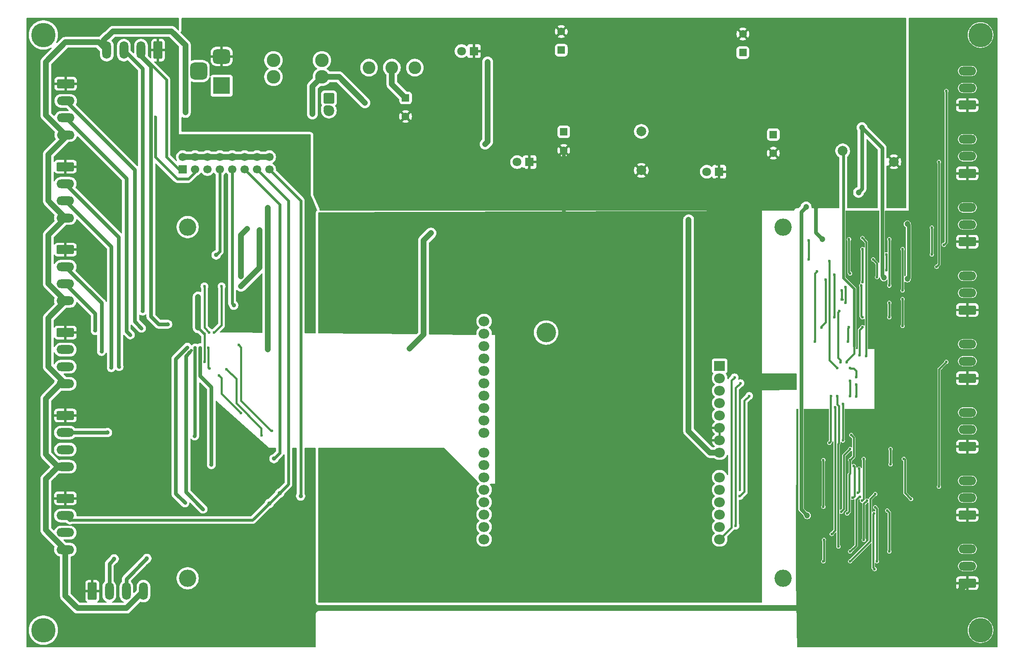
<source format=gbr>
%TF.GenerationSoftware,KiCad,Pcbnew,9.0.6-9.0.6~ubuntu24.04.1*%
%TF.CreationDate,2025-12-03T13:46:22+01:00*%
%TF.ProjectId,HVAC_STM32F7_PCB,48564143-5f53-4544-9d33-3246375f5043,rev?*%
%TF.SameCoordinates,Original*%
%TF.FileFunction,Copper,L4,Bot*%
%TF.FilePolarity,Positive*%
%FSLAX46Y46*%
G04 Gerber Fmt 4.6, Leading zero omitted, Abs format (unit mm)*
G04 Created by KiCad (PCBNEW 9.0.6-9.0.6~ubuntu24.04.1) date 2025-12-03 13:46:22*
%MOMM*%
%LPD*%
G01*
G04 APERTURE LIST*
G04 Aperture macros list*
%AMRoundRect*
0 Rectangle with rounded corners*
0 $1 Rounding radius*
0 $2 $3 $4 $5 $6 $7 $8 $9 X,Y pos of 4 corners*
0 Add a 4 corners polygon primitive as box body*
4,1,4,$2,$3,$4,$5,$6,$7,$8,$9,$2,$3,0*
0 Add four circle primitives for the rounded corners*
1,1,$1+$1,$2,$3*
1,1,$1+$1,$4,$5*
1,1,$1+$1,$6,$7*
1,1,$1+$1,$8,$9*
0 Add four rect primitives between the rounded corners*
20,1,$1+$1,$2,$3,$4,$5,0*
20,1,$1+$1,$4,$5,$6,$7,0*
20,1,$1+$1,$6,$7,$8,$9,0*
20,1,$1+$1,$8,$9,$2,$3,0*%
G04 Aperture macros list end*
%TA.AperFunction,ComponentPad*%
%ADD10RoundRect,0.250000X-1.550000X0.650000X-1.550000X-0.650000X1.550000X-0.650000X1.550000X0.650000X0*%
%TD*%
%TA.AperFunction,ComponentPad*%
%ADD11O,3.600000X1.800000*%
%TD*%
%TA.AperFunction,ComponentPad*%
%ADD12C,2.000000*%
%TD*%
%TA.AperFunction,ComponentPad*%
%ADD13RoundRect,0.250000X-0.650000X-1.550000X0.650000X-1.550000X0.650000X1.550000X-0.650000X1.550000X0*%
%TD*%
%TA.AperFunction,ComponentPad*%
%ADD14O,1.800000X3.600000*%
%TD*%
%TA.AperFunction,ComponentPad*%
%ADD15C,2.780000*%
%TD*%
%TA.AperFunction,ComponentPad*%
%ADD16RoundRect,0.250000X1.550000X-0.650000X1.550000X0.650000X-1.550000X0.650000X-1.550000X-0.650000X0*%
%TD*%
%TA.AperFunction,ComponentPad*%
%ADD17RoundRect,0.250000X0.550000X-0.550000X0.550000X0.550000X-0.550000X0.550000X-0.550000X-0.550000X0*%
%TD*%
%TA.AperFunction,ComponentPad*%
%ADD18C,1.600000*%
%TD*%
%TA.AperFunction,ComponentPad*%
%ADD19R,1.700000X1.700000*%
%TD*%
%TA.AperFunction,ComponentPad*%
%ADD20C,1.700000*%
%TD*%
%TA.AperFunction,ComponentPad*%
%ADD21RoundRect,0.249999X-0.850001X0.850001X-0.850001X-0.850001X0.850001X-0.850001X0.850001X0.850001X0*%
%TD*%
%TA.AperFunction,ComponentPad*%
%ADD22C,2.200000*%
%TD*%
%TA.AperFunction,ComponentPad*%
%ADD23R,2.200000X2.000000*%
%TD*%
%TA.AperFunction,ComponentPad*%
%ADD24O,2.200000X2.000000*%
%TD*%
%TA.AperFunction,ComponentPad*%
%ADD25C,3.540000*%
%TD*%
%TA.AperFunction,ComponentPad*%
%ADD26RoundRect,0.250000X-0.550000X0.550000X-0.550000X-0.550000X0.550000X-0.550000X0.550000X0.550000X0*%
%TD*%
%TA.AperFunction,ComponentPad*%
%ADD27C,2.600000*%
%TD*%
%TA.AperFunction,ComponentPad*%
%ADD28R,3.500000X3.500000*%
%TD*%
%TA.AperFunction,ComponentPad*%
%ADD29RoundRect,0.750000X-1.000000X0.750000X-1.000000X-0.750000X1.000000X-0.750000X1.000000X0.750000X0*%
%TD*%
%TA.AperFunction,ComponentPad*%
%ADD30RoundRect,0.875000X-0.875000X0.875000X-0.875000X-0.875000X0.875000X-0.875000X0.875000X0.875000X0*%
%TD*%
%TA.AperFunction,ComponentPad*%
%ADD31R,1.800000X1.800000*%
%TD*%
%TA.AperFunction,ComponentPad*%
%ADD32C,1.800000*%
%TD*%
%TA.AperFunction,ComponentPad*%
%ADD33RoundRect,0.250000X0.650000X1.550000X-0.650000X1.550000X-0.650000X-1.550000X0.650000X-1.550000X0*%
%TD*%
%TA.AperFunction,ViaPad*%
%ADD34C,5.000000*%
%TD*%
%TA.AperFunction,ViaPad*%
%ADD35C,4.000000*%
%TD*%
%TA.AperFunction,ViaPad*%
%ADD36C,1.200000*%
%TD*%
%TA.AperFunction,ViaPad*%
%ADD37C,0.900000*%
%TD*%
%TA.AperFunction,ViaPad*%
%ADD38C,1.000000*%
%TD*%
%TA.AperFunction,ViaPad*%
%ADD39C,0.600000*%
%TD*%
%TA.AperFunction,ViaPad*%
%ADD40C,0.800000*%
%TD*%
%TA.AperFunction,Conductor*%
%ADD41C,1.200000*%
%TD*%
%TA.AperFunction,Conductor*%
%ADD42C,0.800000*%
%TD*%
%TA.AperFunction,Conductor*%
%ADD43C,0.400000*%
%TD*%
%TA.AperFunction,Conductor*%
%ADD44C,0.600000*%
%TD*%
%TA.AperFunction,Conductor*%
%ADD45C,0.700000*%
%TD*%
G04 APERTURE END LIST*
D10*
%TO.P,J4,1,SHIELD*%
%TO.N,GNDA*%
X39500000Y-62000000D03*
D11*
%TO.P,J4,2,GND*%
%TO.N,Net-(J18-Pin_5)*%
X39500000Y-65500000D03*
%TO.P,J4,3,SIG*%
%TO.N,Net-(J4-SIG)*%
X39500000Y-69000000D03*
%TO.P,J4,4,+VSENS*%
%TO.N,+24V*%
X39500000Y-72500000D03*
%TD*%
D12*
%TO.P,TP1,1,1*%
%TO.N,+5V*%
X157500000Y-54750000D03*
%TD*%
D13*
%TO.P,J9,1,SHIELD*%
%TO.N,GNDA*%
X45000000Y-149000000D03*
D14*
%TO.P,J9,2,GND*%
%TO.N,Net-(J18-Pin_15)*%
X48500000Y-149000000D03*
%TO.P,J9,3,SIG*%
%TO.N,Net-(J9-SIG)*%
X52000000Y-149000000D03*
%TO.P,J9,4,+VSENS*%
%TO.N,+24V*%
X55500000Y-149000000D03*
%TD*%
D12*
%TO.P,TP3,1,1*%
%TO.N,GND*%
X209250000Y-61000000D03*
%TD*%
D15*
%TO.P,F1,1*%
%TO.N,Net-(F1-Pad1)*%
X82137500Y-40190000D03*
X82137500Y-43590000D03*
%TO.P,F1,2*%
%TO.N,Net-(D3-A2)*%
X92057500Y-40190000D03*
X92057500Y-43590000D03*
%TD*%
D16*
%TO.P,J27,1,SHIELD*%
%TO.N,GNDA*%
X224300000Y-133375000D03*
D11*
%TO.P,J27,2,GND*%
%TO.N,Net-(J27-GND)*%
X224300000Y-129875000D03*
%TO.P,J27,3,SIG*%
%TO.N,GND*%
X224300000Y-126375000D03*
%TD*%
D17*
%TO.P,C2,1*%
%TO.N,+24V*%
X141100000Y-38102651D03*
D18*
%TO.P,C2,2*%
%TO.N,GND*%
X141100000Y-34302651D03*
%TD*%
D10*
%TO.P,J7,1,SHIELD*%
%TO.N,GNDA*%
X39500000Y-113000000D03*
D11*
%TO.P,J7,2,GND*%
%TO.N,Net-(J18-Pin_11)*%
X39500000Y-116500000D03*
%TO.P,J7,3,SIG*%
%TO.N,Net-(J7-SIG)*%
X39500000Y-120000000D03*
%TO.P,J7,4,+VSENS*%
%TO.N,+24V*%
X39500000Y-123500000D03*
%TD*%
D12*
%TO.P,TP4,1,1*%
%TO.N,GND*%
X157500000Y-62750000D03*
%TD*%
D10*
%TO.P,J6,1,SHIELD*%
%TO.N,GNDA*%
X39500000Y-96000000D03*
D11*
%TO.P,J6,2,GND*%
%TO.N,Net-(J18-Pin_9)*%
X39500000Y-99500000D03*
%TO.P,J6,3,SIG*%
%TO.N,Net-(J6-SIG)*%
X39500000Y-103000000D03*
%TO.P,J6,4,+VSENS*%
%TO.N,+24V*%
X39500000Y-106500000D03*
%TD*%
D19*
%TO.P,J18,1,Pin_1*%
%TO.N,Net-(J18-Pin_1)*%
X63520000Y-62540000D03*
D20*
%TO.P,J18,2,Pin_2*%
%TO.N,GND*%
X63520000Y-60000000D03*
%TO.P,J18,3,Pin_3*%
%TO.N,Net-(J18-Pin_3)*%
X66060000Y-62540000D03*
%TO.P,J18,4,Pin_4*%
%TO.N,GND*%
X66060000Y-60000000D03*
%TO.P,J18,5,Pin_5*%
%TO.N,Net-(J18-Pin_5)*%
X68600000Y-62540000D03*
%TO.P,J18,6,Pin_6*%
%TO.N,GND*%
X68600000Y-60000000D03*
%TO.P,J18,7,Pin_7*%
%TO.N,Net-(J18-Pin_7)*%
X71140000Y-62540000D03*
%TO.P,J18,8,Pin_8*%
%TO.N,GND*%
X71140000Y-60000000D03*
%TO.P,J18,9,Pin_9*%
%TO.N,Net-(J18-Pin_9)*%
X73680000Y-62540000D03*
%TO.P,J18,10,Pin_10*%
%TO.N,GND*%
X73680000Y-60000000D03*
%TO.P,J18,11,Pin_11*%
%TO.N,Net-(J18-Pin_11)*%
X76220000Y-62540000D03*
%TO.P,J18,12,Pin_12*%
%TO.N,GND*%
X76220000Y-60000000D03*
%TO.P,J18,13,Pin_13*%
%TO.N,Net-(J18-Pin_13)*%
X78760000Y-62540000D03*
%TO.P,J18,14,Pin_14*%
%TO.N,GND*%
X78760000Y-60000000D03*
%TO.P,J18,15,Pin_15*%
%TO.N,Net-(J18-Pin_15)*%
X81300000Y-62540000D03*
%TO.P,J18,16,Pin_16*%
%TO.N,GND*%
X81300000Y-60000000D03*
%TD*%
D21*
%TO.P,D4,1,K*%
%TO.N,Net-(D4-K)*%
X93500000Y-47960000D03*
D22*
%TO.P,D4,2,A*%
%TO.N,Net-(D4-A)*%
X93500000Y-50500000D03*
%TD*%
D23*
%TO.P,A1,1,NC*%
%TO.N,unconnected-(A1-NC-Pad1)*%
X173550000Y-102815000D03*
D24*
%TO.P,A1,2,IOREF*%
%TO.N,unconnected-(A1-IOREF-Pad2)*%
X173550000Y-105355000D03*
%TO.P,A1,3,~{RESET}*%
%TO.N,unconnected-(A1-~{RESET}-Pad3)*%
X173550000Y-107895000D03*
%TO.P,A1,4,3V3*%
%TO.N,unconnected-(A1-3V3-Pad4)*%
X173550000Y-110435000D03*
%TO.P,A1,5,+5V*%
%TO.N,unconnected-(A1-+5V-Pad5)*%
X173550000Y-112975000D03*
%TO.P,A1,6,GND*%
%TO.N,GND*%
X173550000Y-115515000D03*
%TO.P,A1,7,GND*%
X173550000Y-118055000D03*
%TO.P,A1,8,VIN*%
%TO.N,+3.3V*%
X173550000Y-120595000D03*
%TO.P,A1,9,A0*%
%TO.N,unconnected-(A1-A0-Pad9)*%
X173550000Y-125675000D03*
%TO.P,A1,10,A1*%
%TO.N,unconnected-(A1-A1-Pad10)*%
X173550000Y-128215000D03*
%TO.P,A1,11,A2*%
%TO.N,MOSI_OUT*%
X173550000Y-130755000D03*
%TO.P,A1,12,A3*%
%TO.N,unconnected-(A1-A3-Pad12)*%
X173550000Y-133295000D03*
%TO.P,A1,13,A4/S7TX*%
%TO.N,SCK_OUT*%
X173550000Y-135835000D03*
%TO.P,A1,14,A5/S7RX*%
%TO.N,NSS_OUT*%
X173550000Y-138375000D03*
%TO.P,A1,15,D0/S6RX*%
%TO.N,unconnected-(A1-D0{slash}S6RX-Pad15)*%
X125290000Y-138375000D03*
%TO.P,A1,16,D1/S6TX*%
%TO.N,unconnected-(A1-D1{slash}S6TX-Pad16)*%
X125290000Y-135835000D03*
%TO.P,A1,17,D2*%
%TO.N,unconnected-(A1-D2-Pad17)*%
X125290000Y-133295000D03*
%TO.P,A1,18,D3*%
%TO.N,unconnected-(A1-D3-Pad18)*%
X125290000Y-130755000D03*
%TO.P,A1,19,D4*%
%TO.N,unconnected-(A1-D4-Pad19)*%
X125290000Y-128215000D03*
%TO.P,A1,20,D5*%
%TO.N,Net-(A1-D5)*%
X125290000Y-125675000D03*
%TO.P,A1,21,D6*%
%TO.N,unconnected-(A1-D6-Pad21)*%
X125290000Y-123135000D03*
%TO.P,A1,22,D7*%
%TO.N,Net-(A1-D7)*%
X125290000Y-120595000D03*
%TO.P,A1,23,D8*%
%TO.N,Net-(A1-D8)*%
X125290000Y-116535000D03*
%TO.P,A1,24,D9*%
%TO.N,unconnected-(A1-D9-Pad24)*%
X125290000Y-113995000D03*
%TO.P,A1,25,D10*%
%TO.N,unconnected-(A1-D10-Pad25)*%
X125290000Y-111455000D03*
%TO.P,A1,26,D11*%
%TO.N,unconnected-(A1-D11-Pad26)*%
X125290000Y-108915000D03*
%TO.P,A1,27,D12*%
%TO.N,unconnected-(A1-D12-Pad27)*%
X125290000Y-106375000D03*
%TO.P,A1,28,D13*%
%TO.N,Net-(A1-D13)*%
X125290000Y-103835000D03*
%TO.P,A1,29,GND*%
%TO.N,GND*%
X125290000Y-101295000D03*
%TO.P,A1,30,AREF*%
%TO.N,unconnected-(A1-AREF-Pad30)*%
X125290000Y-98755000D03*
%TO.P,A1,31,SDA/A4*%
%TO.N,unconnected-(A1-SDA{slash}A4-Pad31)*%
X125290000Y-96215000D03*
%TO.P,A1,32,SCL/A5*%
%TO.N,unconnected-(A1-SCL{slash}A5-Pad32)*%
X125290000Y-93675000D03*
D25*
%TO.P,A1,33*%
%TO.N,N/C*%
X186550000Y-74375000D03*
X64550000Y-74375000D03*
X186550000Y-146375000D03*
X64550000Y-146375000D03*
%TD*%
D17*
%TO.P,C5,1*%
%TO.N,+24V*%
X178300000Y-38602651D03*
D18*
%TO.P,C5,2*%
%TO.N,GND*%
X178300000Y-34802651D03*
%TD*%
D16*
%TO.P,J24,1,SHIELD*%
%TO.N,GNDA*%
X224300000Y-91375000D03*
D11*
%TO.P,J24,2,GND*%
%TO.N,Net-(J24-GND)*%
X224300000Y-87875000D03*
%TO.P,J24,3,SIG*%
%TO.N,GND*%
X224300000Y-84375000D03*
%TD*%
D26*
%TO.P,C8,1*%
%TO.N,+3.3V*%
X184550000Y-55422349D03*
D18*
%TO.P,C8,2*%
%TO.N,GND*%
X184550000Y-59222349D03*
%TD*%
D10*
%TO.P,J3,1,SHIELD*%
%TO.N,GNDA*%
X39550000Y-45000000D03*
D11*
%TO.P,J3,2,GND*%
%TO.N,Net-(J18-Pin_3)*%
X39550000Y-48500000D03*
%TO.P,J3,3,SIG*%
%TO.N,Net-(J3-SIG)*%
X39550000Y-52000000D03*
%TO.P,J3,4,+VSENS*%
%TO.N,+24V*%
X39550000Y-55500000D03*
%TD*%
D27*
%TO.P,SW1,1,A*%
%TO.N,Net-(D4-K)*%
X101700000Y-41690000D03*
%TO.P,SW1,2,B*%
%TO.N,Net-(SW1-B)*%
X106400000Y-41690000D03*
%TO.P,SW1,3*%
%TO.N,N/C*%
X111100000Y-41690000D03*
%TD*%
D28*
%TO.P,J1,1*%
%TO.N,Net-(F1-Pad1)*%
X71507500Y-45400000D03*
D29*
%TO.P,J1,2*%
%TO.N,GND*%
X71507500Y-39400000D03*
D30*
%TO.P,J1,3*%
%TO.N,N/C*%
X66807500Y-42400000D03*
%TD*%
D26*
%TO.P,C15,1*%
%TO.N,Net-(SW1-B)*%
X109200000Y-47900000D03*
D18*
%TO.P,C15,2*%
%TO.N,GND*%
X109200000Y-51700000D03*
%TD*%
D31*
%TO.P,D7,1,K*%
%TO.N,GND*%
X134600000Y-61050000D03*
D32*
%TO.P,D7,2,A*%
%TO.N,Net-(D7-A)*%
X132060000Y-61050000D03*
%TD*%
D10*
%TO.P,J5,1,SHIELD*%
%TO.N,GNDA*%
X39500000Y-79000000D03*
D11*
%TO.P,J5,2,GND*%
%TO.N,Net-(J18-Pin_7)*%
X39500000Y-82500000D03*
%TO.P,J5,3,SIG*%
%TO.N,Net-(J5-SIG)*%
X39500000Y-86000000D03*
%TO.P,J5,4,+VSENS*%
%TO.N,+24V*%
X39500000Y-89500000D03*
%TD*%
D26*
%TO.P,C3,1*%
%TO.N,+5V*%
X141600000Y-54847349D03*
D18*
%TO.P,C3,2*%
%TO.N,GND*%
X141600000Y-58647349D03*
%TD*%
D33*
%TO.P,J2,1,SHIELD*%
%TO.N,GNDA*%
X58482500Y-38107500D03*
D14*
%TO.P,J2,2,GND*%
%TO.N,Net-(J18-Pin_1)*%
X54982500Y-38107500D03*
%TO.P,J2,3,SIG*%
%TO.N,Net-(J2-SIG)*%
X51482500Y-38107500D03*
%TO.P,J2,4,+VSENS*%
%TO.N,+24V*%
X47982500Y-38107500D03*
%TD*%
D16*
%TO.P,J23,1,SHIELD*%
%TO.N,GNDA*%
X224300000Y-77375000D03*
D11*
%TO.P,J23,2,GND*%
%TO.N,Net-(J23-GND)*%
X224300000Y-73875000D03*
%TO.P,J23,3,SIG*%
%TO.N,GND*%
X224300000Y-70375000D03*
%TD*%
D16*
%TO.P,J26,1,SHIELD*%
%TO.N,GNDA*%
X224300000Y-119375000D03*
D11*
%TO.P,J26,2,GND*%
%TO.N,Net-(J26-GND)*%
X224300000Y-115875000D03*
%TO.P,J26,3,SIG*%
%TO.N,GND*%
X224300000Y-112375000D03*
%TD*%
D16*
%TO.P,J25,1,SHIELD*%
%TO.N,GNDA*%
X224300000Y-105375000D03*
D11*
%TO.P,J25,2,GND*%
%TO.N,Net-(J25-GND)*%
X224300000Y-101875000D03*
%TO.P,J25,3,SIG*%
%TO.N,GND*%
X224300000Y-98375000D03*
%TD*%
D16*
%TO.P,J22,1,SHIELD*%
%TO.N,GNDA*%
X224300000Y-63375000D03*
D11*
%TO.P,J22,2,GND*%
%TO.N,Net-(J22-GND)*%
X224300000Y-59875000D03*
%TO.P,J22,3,SIG*%
%TO.N,GND*%
X224300000Y-56375000D03*
%TD*%
D10*
%TO.P,J8,1,SHIELD*%
%TO.N,GNDA*%
X39500000Y-130000000D03*
D11*
%TO.P,J8,2,GND*%
%TO.N,Net-(J18-Pin_13)*%
X39500000Y-133500000D03*
%TO.P,J8,3,SIG*%
%TO.N,Net-(J8-SIG)*%
X39500000Y-137000000D03*
%TO.P,J8,4,+VSENS*%
%TO.N,+24V*%
X39500000Y-140500000D03*
%TD*%
D16*
%TO.P,J21,1,SHIELD*%
%TO.N,GNDA*%
X224300000Y-49375000D03*
D11*
%TO.P,J21,2,GND*%
%TO.N,Net-(J21-GND)*%
X224300000Y-45875000D03*
%TO.P,J21,3,SIG*%
%TO.N,GND*%
X224300000Y-42375000D03*
%TD*%
D31*
%TO.P,D6,1,K*%
%TO.N,GND*%
X173450000Y-63025000D03*
D32*
%TO.P,D6,2,A*%
%TO.N,Net-(D6-A)*%
X170910000Y-63025000D03*
%TD*%
D12*
%TO.P,TP2,1,1*%
%TO.N,+3.3V*%
X198750000Y-58750000D03*
%TD*%
D16*
%TO.P,J28,1,SHIELD*%
%TO.N,GNDA*%
X224300000Y-147375000D03*
D11*
%TO.P,J28,2,GND*%
%TO.N,Net-(J28-GND)*%
X224300000Y-143875000D03*
%TO.P,J28,3,SIG*%
%TO.N,GND*%
X224300000Y-140375000D03*
%TD*%
D31*
%TO.P,D5,1,K*%
%TO.N,GND*%
X123200000Y-38300000D03*
D32*
%TO.P,D5,2,A*%
%TO.N,Net-(D5-A)*%
X120660000Y-38300000D03*
%TD*%
D34*
%TO.N,*%
X227000000Y-157000000D03*
X35000000Y-157000000D03*
X35000000Y-35000000D03*
X227000000Y-35000000D03*
D35*
X138000000Y-96000000D03*
D36*
%TO.N,+24V*%
X64100000Y-50900000D03*
X126000000Y-40500000D03*
X125500000Y-57400000D03*
D37*
%TO.N,GND*%
X168000000Y-147000000D03*
D38*
X106000000Y-131000000D03*
D37*
X155000000Y-93000000D03*
D39*
X122000000Y-47500000D03*
D37*
X159000000Y-127000000D03*
X156000000Y-87000000D03*
X152500000Y-110000000D03*
X164000000Y-130000000D03*
X136000000Y-117000000D03*
X177000000Y-100000000D03*
D39*
X121000000Y-62500000D03*
D37*
X159000000Y-128000000D03*
D39*
X206000000Y-49000000D03*
D37*
X123000000Y-147000000D03*
D39*
X139500000Y-34500000D03*
D37*
X172000000Y-89500000D03*
X157500000Y-120000000D03*
D38*
X105000000Y-140000000D03*
X108000000Y-136000000D03*
D39*
X195000000Y-40500000D03*
D37*
X158000000Y-92000000D03*
X154000000Y-138000000D03*
X146000000Y-115000000D03*
D39*
X113500000Y-60500000D03*
D37*
X137500000Y-120000000D03*
D39*
X206500000Y-54000000D03*
D37*
X159000000Y-139000000D03*
X163000000Y-135000000D03*
X163000000Y-147000000D03*
X150000000Y-132000000D03*
X135000000Y-117000000D03*
D39*
X122000000Y-46500000D03*
D37*
X155000000Y-120000000D03*
X158000000Y-80000000D03*
D38*
X100000000Y-140000000D03*
D37*
X152000000Y-147000000D03*
X179000000Y-97000000D03*
X114000000Y-148000000D03*
X142500000Y-110000000D03*
X161000000Y-144000000D03*
X147000000Y-76000000D03*
X153000000Y-91000000D03*
X118000000Y-82000000D03*
D39*
X146500000Y-65000000D03*
X173000000Y-64500000D03*
D38*
X99000000Y-133000000D03*
D37*
X145000000Y-110000000D03*
X157000000Y-114000000D03*
X168000000Y-144000000D03*
D38*
X99000000Y-136000000D03*
D37*
X175000000Y-95500000D03*
X139000000Y-147000000D03*
D39*
X176000000Y-58000000D03*
D37*
X152000000Y-135000000D03*
X151000000Y-76000000D03*
D39*
X189000000Y-64500000D03*
X172000000Y-64500000D03*
D37*
X135000000Y-83000000D03*
X153000000Y-84000000D03*
D39*
X121000000Y-45500000D03*
D37*
X155000000Y-113000000D03*
D39*
X119500000Y-60000000D03*
D37*
X151000000Y-113000000D03*
X130000000Y-146000000D03*
X164000000Y-133000000D03*
X161000000Y-139000000D03*
D38*
X99000000Y-138000000D03*
D37*
X152500000Y-120000000D03*
X164000000Y-148000000D03*
D39*
X123500000Y-41000000D03*
D37*
X133000000Y-144000000D03*
D39*
X205500000Y-43500000D03*
X197000000Y-65500000D03*
D37*
X105000000Y-83000000D03*
X148000000Y-78000000D03*
D38*
X99000000Y-135000000D03*
D37*
X155000000Y-139000000D03*
X153000000Y-148000000D03*
D38*
X99000000Y-128000000D03*
D37*
X163000000Y-145000000D03*
X159000000Y-144000000D03*
X161000000Y-127000000D03*
X157000000Y-76000000D03*
X141000000Y-146000000D03*
X118000000Y-84000000D03*
X132500000Y-110000000D03*
D39*
X107500000Y-51500000D03*
D37*
X138000000Y-85000000D03*
X168000000Y-145000000D03*
X95000000Y-83000000D03*
D39*
X94000000Y-63000000D03*
X133500000Y-59500000D03*
X154000000Y-64000000D03*
D37*
X97000000Y-80000000D03*
X68500000Y-37000000D03*
D39*
X122500000Y-41000000D03*
D37*
X136000000Y-115000000D03*
D39*
X197000000Y-63500000D03*
D37*
X179000000Y-88000000D03*
D39*
X139500000Y-33500000D03*
D37*
X99000000Y-76000000D03*
X179000000Y-87000000D03*
X166000000Y-144000000D03*
X176000000Y-92000000D03*
X120000000Y-84000000D03*
D39*
X98000000Y-64000000D03*
D37*
X130000000Y-145000000D03*
X153000000Y-126000000D03*
D39*
X137500000Y-59500000D03*
D37*
X177000000Y-80000000D03*
D39*
X140500000Y-69500000D03*
X138500000Y-35500000D03*
D37*
X157000000Y-144000000D03*
X176000000Y-102000000D03*
D39*
X97000000Y-64000000D03*
D38*
X110000000Y-136000000D03*
D37*
X148000000Y-144000000D03*
X93000000Y-79000000D03*
X146000000Y-80000000D03*
D36*
X194550000Y-76837500D03*
D37*
X176000000Y-91000000D03*
D39*
X138500000Y-60500000D03*
X97000000Y-63000000D03*
D37*
X141000000Y-115000000D03*
X138000000Y-144000000D03*
X153000000Y-130000000D03*
D39*
X144000000Y-47500000D03*
D37*
X155000000Y-110000000D03*
X178000000Y-95000000D03*
X114000000Y-144000000D03*
X144000000Y-145000000D03*
X158000000Y-144000000D03*
X156000000Y-116000000D03*
X124000000Y-148000000D03*
X151000000Y-93000000D03*
X153000000Y-88000000D03*
X165000000Y-112500000D03*
X94000000Y-82000000D03*
X175000000Y-84500000D03*
X156000000Y-77000000D03*
X153000000Y-124000000D03*
X142000000Y-113000000D03*
X98000000Y-77000000D03*
D39*
X75500000Y-84462500D03*
D37*
X170000000Y-146000000D03*
D39*
X123500000Y-35500000D03*
X194000000Y-40500000D03*
D37*
X102000000Y-83000000D03*
X174000000Y-97500000D03*
X145000000Y-120000000D03*
X149000000Y-144000000D03*
X113000000Y-146000000D03*
D39*
X206000000Y-51000000D03*
D37*
X179000000Y-78000000D03*
X96000000Y-83000000D03*
X164000000Y-132000000D03*
X108000000Y-83000000D03*
X155000000Y-147000000D03*
X163000000Y-128000000D03*
D38*
X107000000Y-142000000D03*
D37*
X178000000Y-79000000D03*
D39*
X181500000Y-43000000D03*
X175500000Y-35000000D03*
X201500000Y-37000000D03*
D37*
X149000000Y-79000000D03*
X162500000Y-110000000D03*
X145000000Y-114000000D03*
D38*
X103000000Y-128000000D03*
D37*
X145000000Y-144000000D03*
X150000000Y-117000000D03*
X152000000Y-129000000D03*
X138000000Y-84000000D03*
X156000000Y-115000000D03*
D38*
X103000000Y-137000000D03*
D37*
X165000000Y-144000000D03*
X115000000Y-144000000D03*
D38*
X99000000Y-137000000D03*
D39*
X123500000Y-36500000D03*
D37*
X132500000Y-112500000D03*
X168000000Y-148000000D03*
D39*
X181500000Y-45000000D03*
X155500000Y-41000000D03*
D37*
X130000000Y-86000000D03*
D39*
X187750000Y-40500000D03*
D37*
X162000000Y-128000000D03*
X152000000Y-146000000D03*
D39*
X156500000Y-43000000D03*
X92000000Y-60500000D03*
D37*
X152000000Y-114000000D03*
D39*
X145500000Y-59500000D03*
D37*
X175000000Y-75500000D03*
X166000000Y-148000000D03*
X157000000Y-89000000D03*
X178000000Y-89000000D03*
D39*
X191000000Y-40500000D03*
D37*
X159000000Y-114000000D03*
X152000000Y-80000000D03*
X162000000Y-117000000D03*
D36*
X212000000Y-85000000D03*
D37*
X159000000Y-113000000D03*
X141000000Y-145000000D03*
X117000000Y-146000000D03*
X163000000Y-146000000D03*
D39*
X181500000Y-44000000D03*
D37*
X165000000Y-110000000D03*
D39*
X133500000Y-62500000D03*
D37*
X136000000Y-144000000D03*
X118000000Y-81000000D03*
X136000000Y-148000000D03*
X137000000Y-148000000D03*
X147000000Y-114000000D03*
X147000000Y-145000000D03*
X139000000Y-116000000D03*
X160000000Y-144000000D03*
X149000000Y-90000000D03*
D39*
X84000000Y-46500000D03*
D38*
X107000000Y-132000000D03*
D37*
X116000000Y-86000000D03*
D39*
X197000000Y-64500000D03*
D37*
X155000000Y-121000000D03*
D39*
X134500000Y-62500000D03*
D37*
X141000000Y-144000000D03*
X144000000Y-115000000D03*
X147000000Y-113000000D03*
D39*
X180000000Y-59000000D03*
D37*
X153000000Y-122000000D03*
X154000000Y-117000000D03*
D39*
X144000000Y-45500000D03*
D37*
X150000000Y-88000000D03*
D39*
X111000000Y-50500000D03*
D37*
X107000000Y-83000000D03*
X156000000Y-124000000D03*
X136000000Y-83000000D03*
X130000000Y-147000000D03*
X136000000Y-114000000D03*
X152000000Y-80000000D03*
X125000000Y-86000000D03*
X129000000Y-86000000D03*
D39*
X156500000Y-42000000D03*
D37*
X147000000Y-117000000D03*
D38*
X99000000Y-131000000D03*
D37*
X173000000Y-82500000D03*
X156000000Y-79000000D03*
X164000000Y-129000000D03*
X172000000Y-79500000D03*
X148000000Y-92000000D03*
X121000000Y-84000000D03*
X122000000Y-84000000D03*
X164000000Y-131000000D03*
D39*
X68800000Y-99084846D03*
D37*
X118000000Y-83000000D03*
X145000000Y-147000000D03*
X155000000Y-85000000D03*
D39*
X202500000Y-36000000D03*
D37*
X132500000Y-117500000D03*
X148000000Y-80000000D03*
D38*
X106000000Y-137000000D03*
X99000000Y-130000000D03*
D37*
X159000000Y-147000000D03*
X156000000Y-127000000D03*
X161000000Y-113000000D03*
X109000000Y-82000000D03*
D39*
X81000000Y-99462500D03*
D37*
X147000000Y-78000000D03*
X141000000Y-113000000D03*
X170000000Y-147000000D03*
X159000000Y-117000000D03*
X118000000Y-85000000D03*
D38*
X104000000Y-139000000D03*
D39*
X122500000Y-36500000D03*
D37*
X122000000Y-146000000D03*
X162000000Y-138000000D03*
X153000000Y-129000000D03*
D39*
X176500000Y-34000000D03*
D37*
X148000000Y-91000000D03*
D39*
X205000000Y-49000000D03*
D36*
X212000000Y-73750000D03*
D37*
X74500000Y-38500000D03*
D39*
X142500000Y-69500000D03*
D38*
X105000000Y-130000000D03*
D37*
X147500000Y-110000000D03*
X162000000Y-139000000D03*
X160000000Y-115000000D03*
X165000000Y-146000000D03*
X151000000Y-78000000D03*
X152000000Y-116000000D03*
D39*
X206500000Y-44500000D03*
D37*
X171000000Y-145000000D03*
X176000000Y-103000000D03*
X140000000Y-120000000D03*
X165000000Y-120000000D03*
X137000000Y-113000000D03*
D38*
X99000000Y-134000000D03*
D37*
X153000000Y-87000000D03*
X156000000Y-129000000D03*
X156000000Y-113000000D03*
X175000000Y-76500000D03*
X165000000Y-148000000D03*
D39*
X144000000Y-43500000D03*
D37*
X176000000Y-81000000D03*
X160000000Y-113000000D03*
X168000000Y-146000000D03*
X135000000Y-146000000D03*
X153000000Y-89000000D03*
X174000000Y-87500000D03*
D39*
X140500000Y-68000000D03*
D37*
X154000000Y-139000000D03*
X145000000Y-148000000D03*
X175000000Y-94500000D03*
D38*
X99000000Y-133000000D03*
X99000000Y-139000000D03*
D37*
X152000000Y-144000000D03*
D39*
X107500000Y-50500000D03*
D37*
X149000000Y-93000000D03*
X169000000Y-144000000D03*
X113000000Y-145000000D03*
X163000000Y-148000000D03*
X97000000Y-76000000D03*
X159000000Y-79000000D03*
D39*
X189750000Y-40500000D03*
X189000000Y-65500000D03*
D38*
X107000000Y-138000000D03*
D39*
X71500000Y-49000000D03*
D37*
X158000000Y-78000000D03*
D39*
X202500000Y-37000000D03*
D37*
X135000000Y-84000000D03*
X120000000Y-144000000D03*
X160000000Y-144000000D03*
D39*
X201500000Y-36000000D03*
D37*
X123000000Y-86000000D03*
D38*
X99000000Y-129000000D03*
D39*
X181500000Y-49000000D03*
D37*
X135000000Y-86000000D03*
X174000000Y-83500000D03*
D38*
X108000000Y-133000000D03*
X99000000Y-132000000D03*
D37*
X179000000Y-86000000D03*
X162000000Y-113000000D03*
X135000000Y-80000000D03*
X142000000Y-117000000D03*
X169000000Y-146000000D03*
X150000000Y-93000000D03*
X153000000Y-93000000D03*
X144000000Y-114000000D03*
X179000000Y-98000000D03*
X155000000Y-146000000D03*
D39*
X175500000Y-36000000D03*
D37*
X150000000Y-113000000D03*
X150000000Y-145000000D03*
X142000000Y-115000000D03*
X155000000Y-115000000D03*
X146000000Y-79000000D03*
X132000000Y-144000000D03*
X131000000Y-148000000D03*
D39*
X121000000Y-61500000D03*
X193000000Y-40500000D03*
X205500000Y-42500000D03*
X176000000Y-59000000D03*
D37*
X154000000Y-137000000D03*
X165000000Y-115000000D03*
D38*
X109000000Y-134000000D03*
D37*
X135000000Y-120000000D03*
D39*
X116000000Y-60000000D03*
D37*
X120000000Y-148000000D03*
X147000000Y-147000000D03*
X160000000Y-117000000D03*
X118000000Y-86000000D03*
X156000000Y-78000000D03*
X126000000Y-86000000D03*
X131000000Y-84000000D03*
D39*
X181500000Y-47000000D03*
X121000000Y-47500000D03*
X106500000Y-51500000D03*
D38*
X99000000Y-125000000D03*
D37*
X157000000Y-90000000D03*
D39*
X123500000Y-40000000D03*
D37*
X159000000Y-129000000D03*
D39*
X206500000Y-52500000D03*
D37*
X164000000Y-146000000D03*
X149000000Y-77000000D03*
X159000000Y-145000000D03*
X170000000Y-146000000D03*
X153000000Y-123000000D03*
X163000000Y-144000000D03*
X139000000Y-145000000D03*
X127000000Y-86000000D03*
X137000000Y-83000000D03*
X133000000Y-148000000D03*
D39*
X144000000Y-48500000D03*
D38*
X102000000Y-127000000D03*
D37*
X178000000Y-85000000D03*
D38*
X106000000Y-142000000D03*
D37*
X176000000Y-83000000D03*
D39*
X156500000Y-41000000D03*
D37*
X175000000Y-85500000D03*
D39*
X93000000Y-60500000D03*
D37*
X150000000Y-130000000D03*
X175000000Y-86500000D03*
X142000000Y-116000000D03*
D39*
X138500000Y-34500000D03*
X69000000Y-103362500D03*
X188750000Y-40500000D03*
X189000000Y-63500000D03*
D38*
X104000000Y-138000000D03*
D37*
X156000000Y-139000000D03*
X152000000Y-93000000D03*
X147500000Y-120000000D03*
X177000000Y-90000000D03*
D39*
X122000000Y-45500000D03*
X180000000Y-58000000D03*
D37*
X123000000Y-145000000D03*
X135000000Y-81000000D03*
D39*
X92000000Y-63000000D03*
D37*
X74500000Y-40000000D03*
X132000000Y-148000000D03*
D39*
X181500000Y-48000000D03*
D37*
X160000000Y-139000000D03*
X174000000Y-93500000D03*
X128000000Y-86000000D03*
X100000000Y-82000000D03*
D39*
X144000000Y-46500000D03*
D37*
X172000000Y-81500000D03*
X153000000Y-136000000D03*
X135000000Y-145000000D03*
X138000000Y-148000000D03*
D39*
X188500000Y-60000000D03*
X112500000Y-59500000D03*
D37*
X115000000Y-85000000D03*
X147000000Y-115000000D03*
D39*
X94000000Y-60500000D03*
D38*
X109000000Y-136000000D03*
D37*
X172000000Y-91500000D03*
X135000000Y-147000000D03*
D39*
X72500000Y-51000000D03*
D37*
X135000000Y-85000000D03*
X132500000Y-120000000D03*
X159000000Y-116000000D03*
X157500000Y-110000000D03*
X162500000Y-120000000D03*
X152000000Y-134000000D03*
D39*
X181500000Y-46000000D03*
D37*
X151000000Y-117000000D03*
X154000000Y-116000000D03*
D38*
X107000000Y-136000000D03*
D37*
X141500000Y-99000000D03*
D39*
X189000000Y-59000000D03*
D37*
X164000000Y-144000000D03*
X173000000Y-92500000D03*
X146000000Y-77000000D03*
X172000000Y-90500000D03*
X117000000Y-86000000D03*
X140000000Y-113000000D03*
X95000000Y-80000000D03*
X137500000Y-110000000D03*
X177000000Y-84000000D03*
X93000000Y-83000000D03*
D39*
X146500000Y-64000000D03*
D37*
X158000000Y-91000000D03*
D38*
X105000000Y-141000000D03*
D37*
X133000000Y-84000000D03*
X152000000Y-84000000D03*
X155000000Y-86000000D03*
X147000000Y-148000000D03*
X176000000Y-93000000D03*
X179000000Y-76000000D03*
D39*
X91000000Y-63000000D03*
D37*
X98000000Y-83000000D03*
X149000000Y-114000000D03*
X104000000Y-83000000D03*
X149000000Y-116000000D03*
X68500000Y-38500000D03*
X175000000Y-74500000D03*
X135000000Y-110000000D03*
D39*
X176500000Y-36000000D03*
D37*
X124000000Y-86000000D03*
D39*
X84000000Y-47500000D03*
D37*
X151000000Y-85000000D03*
X157000000Y-139000000D03*
X156000000Y-128000000D03*
X154000000Y-79000000D03*
D39*
X91000000Y-60500000D03*
D37*
X156000000Y-123000000D03*
X144000000Y-117000000D03*
X156000000Y-88000000D03*
D38*
X99000000Y-127000000D03*
D37*
X172000000Y-100500000D03*
X155000000Y-145000000D03*
D39*
X118500000Y-60000000D03*
D37*
X157000000Y-117000000D03*
X151000000Y-86000000D03*
D39*
X139500000Y-35500000D03*
D37*
X156000000Y-122000000D03*
X139000000Y-115000000D03*
X150000000Y-120000000D03*
X137000000Y-117000000D03*
D39*
X138500000Y-33500000D03*
X111000000Y-51500000D03*
D37*
X150000000Y-131000000D03*
X148000000Y-146000000D03*
X144000000Y-113000000D03*
D39*
X81000000Y-70400000D03*
D37*
X120000000Y-147000000D03*
X179000000Y-77000000D03*
X162000000Y-129000000D03*
X100000000Y-77000000D03*
X74500000Y-37000000D03*
X137000000Y-86000000D03*
X176000000Y-101000000D03*
D39*
X205500000Y-52500000D03*
D38*
X101000000Y-139000000D03*
D37*
X152000000Y-115000000D03*
X115000000Y-84000000D03*
X153000000Y-125000000D03*
X176000000Y-82000000D03*
X147000000Y-144000000D03*
X173000000Y-78500000D03*
X141000000Y-117000000D03*
X135000000Y-82000000D03*
X132500000Y-115000000D03*
X116000000Y-144000000D03*
D38*
X101000000Y-126000000D03*
D37*
X164000000Y-134000000D03*
X120000000Y-145000000D03*
X144000000Y-116000000D03*
X154000000Y-121000000D03*
D39*
X154000000Y-65000000D03*
D37*
X136000000Y-113000000D03*
X118000000Y-80000000D03*
D39*
X85000000Y-47500000D03*
D38*
X108000000Y-141000000D03*
D37*
X136000000Y-86000000D03*
X154000000Y-77000000D03*
D38*
X106000000Y-136000000D03*
D37*
X178000000Y-99000000D03*
X116000000Y-148000000D03*
X151000000Y-129000000D03*
D39*
X85000000Y-46500000D03*
D37*
X154000000Y-114000000D03*
X156000000Y-125000000D03*
D39*
X176500000Y-35000000D03*
D37*
X155000000Y-144000000D03*
X117000000Y-145000000D03*
D39*
X206500000Y-43500000D03*
D37*
X165000000Y-117500000D03*
D38*
X102000000Y-138000000D03*
D37*
X115000000Y-148000000D03*
X173000000Y-88500000D03*
D39*
X76700000Y-74700000D03*
D37*
X159000000Y-78000000D03*
X132000000Y-84000000D03*
D39*
X192000000Y-40500000D03*
D37*
X137000000Y-144000000D03*
X160000000Y-120000000D03*
X171000000Y-148000000D03*
X163000000Y-136000000D03*
D38*
X104000000Y-129000000D03*
D37*
X147000000Y-146000000D03*
X94000000Y-76000000D03*
D39*
X173000000Y-61500000D03*
D37*
X153000000Y-128000000D03*
X160000000Y-127000000D03*
X159000000Y-115000000D03*
X95000000Y-76000000D03*
D39*
X122500000Y-40000000D03*
D37*
X153000000Y-127000000D03*
X157000000Y-80000000D03*
X175000000Y-96500000D03*
X140000000Y-117000000D03*
D38*
X99000000Y-140000000D03*
D37*
X151000000Y-77000000D03*
X158000000Y-139000000D03*
D39*
X144500000Y-60500000D03*
X142500000Y-68000000D03*
D37*
X156000000Y-93000000D03*
X142000000Y-145000000D03*
D36*
X193250000Y-64000000D03*
D37*
X172000000Y-80500000D03*
X150000000Y-87000000D03*
X154000000Y-84000000D03*
X158000000Y-76000000D03*
D38*
X108000000Y-140000000D03*
D37*
X94000000Y-80000000D03*
X140000000Y-110000000D03*
D39*
X71500000Y-50000000D03*
X172000000Y-61500000D03*
D37*
X179000000Y-96000000D03*
X142500000Y-120000000D03*
D39*
X206000000Y-50000000D03*
D37*
X120000000Y-146000000D03*
X154000000Y-93000000D03*
X121000000Y-146000000D03*
X68500000Y-40000000D03*
X117000000Y-83000000D03*
X147000000Y-116000000D03*
X139000000Y-146000000D03*
D39*
X206500000Y-42500000D03*
D37*
X177000000Y-94000000D03*
X157000000Y-126000000D03*
X151000000Y-79000000D03*
X153000000Y-80000000D03*
D38*
X110000000Y-135000000D03*
D39*
X134500000Y-59500000D03*
D38*
X100000000Y-125000000D03*
D37*
X117000000Y-147000000D03*
D39*
X112500000Y-60500000D03*
X205500000Y-44500000D03*
D37*
X154000000Y-115000000D03*
X152000000Y-145000000D03*
X145000000Y-145000000D03*
X149000000Y-89000000D03*
D39*
X121000000Y-46500000D03*
D37*
X131000000Y-144000000D03*
D39*
X71500000Y-51000000D03*
D38*
X99000000Y-126000000D03*
D37*
X99000000Y-83000000D03*
D38*
X107000000Y-139000000D03*
D39*
X144000000Y-44500000D03*
D37*
X165000000Y-112500000D03*
X154000000Y-76000000D03*
X147000000Y-80000000D03*
D39*
X175500000Y-34000000D03*
D37*
X157000000Y-93000000D03*
D39*
X72500000Y-50000000D03*
D37*
X172000000Y-99500000D03*
D39*
X154000000Y-63000000D03*
X72500000Y-49000000D03*
X155500000Y-42000000D03*
D37*
X132500000Y-115000000D03*
X143000000Y-146000000D03*
X116000000Y-83000000D03*
X139000000Y-114000000D03*
D39*
X113500000Y-59500000D03*
D37*
X159000000Y-148000000D03*
X149000000Y-146000000D03*
X145000000Y-146000000D03*
X160000000Y-110000000D03*
X151000000Y-133000000D03*
X103000000Y-82000000D03*
X170000000Y-144000000D03*
X148000000Y-76000000D03*
X156000000Y-126000000D03*
X161000000Y-115000000D03*
X161000000Y-117000000D03*
X162000000Y-137000000D03*
X113000000Y-147000000D03*
X149000000Y-115000000D03*
D39*
X98000000Y-63000000D03*
D37*
X141000000Y-148000000D03*
X174000000Y-77500000D03*
X135000000Y-113000000D03*
X136000000Y-116000000D03*
X153000000Y-131000000D03*
X159000000Y-146000000D03*
X124000000Y-144000000D03*
X158000000Y-126000000D03*
D39*
X93000000Y-63000000D03*
D37*
X146000000Y-76000000D03*
D39*
X115000000Y-60000000D03*
D37*
X154000000Y-78000000D03*
D39*
X155500000Y-43000000D03*
D37*
X154000000Y-148000000D03*
D39*
X146500000Y-63000000D03*
X122500000Y-35500000D03*
D37*
X141000000Y-147000000D03*
X150000000Y-110000000D03*
X173000000Y-98500000D03*
D39*
X106500000Y-50500000D03*
D37*
X146000000Y-78000000D03*
X154000000Y-113000000D03*
D36*
%TO.N,+5V*%
X75500000Y-86537500D03*
X79300000Y-75000000D03*
D39*
X68000000Y-96253295D03*
X68000000Y-102000000D03*
D36*
X66700000Y-88700000D03*
%TO.N,+3.3V*%
X167200000Y-72900000D03*
X114400000Y-75600000D03*
D39*
X199600000Y-102125000D03*
D36*
X110000000Y-99300000D03*
D39*
%TO.N,Net-(U7-REFIO)*%
X71500000Y-86537500D03*
X70000000Y-96000000D03*
%TO.N,Net-(U7-REFCAP)*%
X68950000Y-95950000D03*
X68000000Y-86537500D03*
D37*
%TO.N,GNDA*%
X66000000Y-140500000D03*
X50000000Y-119500000D03*
X59000000Y-120500000D03*
X52500000Y-55500000D03*
X87500000Y-156000000D03*
X81000000Y-156000000D03*
X70000000Y-145500000D03*
X63500000Y-67500000D03*
X72500000Y-138000000D03*
X76000000Y-141500000D03*
X35000000Y-148500000D03*
X68500000Y-146500000D03*
X41500000Y-39000000D03*
X52500000Y-120500000D03*
X65000000Y-69000000D03*
X48000000Y-52500000D03*
X55000000Y-119500000D03*
X59000000Y-67500000D03*
D39*
X58982500Y-89005000D03*
D37*
X89000000Y-156000000D03*
X66000000Y-137000000D03*
X52500000Y-124000000D03*
X83250000Y-141500000D03*
X52500000Y-57000000D03*
X72500000Y-145500000D03*
X35000000Y-150000000D03*
X51000000Y-54000000D03*
X75500000Y-138000000D03*
X69500000Y-67500000D03*
X48000000Y-70000000D03*
X65000000Y-67500000D03*
X60000000Y-78500000D03*
X68000000Y-67500000D03*
X46500000Y-124000000D03*
X36500000Y-148500000D03*
X83500000Y-146500000D03*
X83250000Y-137500000D03*
X60500000Y-67500000D03*
X49500000Y-125000000D03*
X60000000Y-80000000D03*
X74500000Y-141500000D03*
D39*
X58982500Y-84505000D03*
D37*
X81000000Y-146500000D03*
X77000000Y-146500000D03*
X85000000Y-145500000D03*
X57500000Y-120500000D03*
X50000000Y-129500000D03*
X51000000Y-55500000D03*
X87250000Y-139500000D03*
X73000000Y-140500000D03*
X71000000Y-137000000D03*
X78000000Y-155000000D03*
X48000000Y-54000000D03*
X56500000Y-129500000D03*
X51000000Y-52500000D03*
X86500000Y-146500000D03*
X54000000Y-124000000D03*
X36500000Y-147000000D03*
X35000000Y-147000000D03*
X76500000Y-156000000D03*
X43000000Y-39000000D03*
X49500000Y-68500000D03*
X62000000Y-67500000D03*
X48500000Y-129500000D03*
D36*
X56500000Y-144000000D03*
D37*
X50000000Y-128000000D03*
X48500000Y-128000000D03*
X45000000Y-125000000D03*
X87250000Y-141500000D03*
X49500000Y-70000000D03*
X63500000Y-69000000D03*
X61500000Y-80000000D03*
X49500000Y-54000000D03*
X79500000Y-155000000D03*
X66500000Y-67500000D03*
X51000000Y-57000000D03*
X48000000Y-68500000D03*
X35000000Y-145500000D03*
X55500000Y-125000000D03*
X47000000Y-120500000D03*
X69500000Y-69000000D03*
X43000000Y-40500000D03*
X75500000Y-145500000D03*
X52500000Y-54000000D03*
X79500000Y-146500000D03*
X84500000Y-155000000D03*
X87250000Y-137500000D03*
X41500000Y-40500000D03*
X49500000Y-52500000D03*
X60500000Y-69000000D03*
X71500000Y-141500000D03*
X85250000Y-137500000D03*
X48000000Y-124000000D03*
X36500000Y-145500000D03*
X86000000Y-156000000D03*
X58000000Y-129500000D03*
X67500000Y-138000000D03*
X78500000Y-141500000D03*
X48500000Y-119500000D03*
X58000000Y-131000000D03*
X85250000Y-139500000D03*
X67500000Y-140500000D03*
X52500000Y-52500000D03*
X56500000Y-131000000D03*
X36500000Y-150000000D03*
X61500000Y-78500000D03*
X62000000Y-69000000D03*
X80000000Y-140500000D03*
X59000000Y-69000000D03*
X74000000Y-137000000D03*
X66500000Y-69000000D03*
X85250000Y-141500000D03*
X74000000Y-146500000D03*
X68000000Y-69000000D03*
X69000000Y-137000000D03*
X69000000Y-140500000D03*
X83250000Y-139500000D03*
D39*
%TO.N,Net-(U5A-+)*%
X202801000Y-85692703D03*
X202801000Y-78875000D03*
%TO.N,Net-(U5C-+)*%
X194450000Y-94987500D03*
X195300000Y-85125000D03*
%TO.N,Net-(U5B-+)*%
X205000000Y-81000000D03*
X205800000Y-84625000D03*
%TO.N,Net-(U5D-+)*%
X202550000Y-86375000D03*
X202800000Y-92875000D03*
%TO.N,Net-(U6B-+)*%
X194800000Y-142912500D03*
X203700000Y-130475000D03*
X203100000Y-138475000D03*
X194900000Y-138475000D03*
%TO.N,Net-(U6D-+)*%
X194800000Y-131700000D03*
X194800000Y-122125000D03*
%TO.N,Net-(U6C-+)*%
X202700000Y-130475000D03*
X203050000Y-121875000D03*
%TO.N,Net-(U6A-+)*%
X205762500Y-142875000D03*
X205412500Y-131775000D03*
D36*
%TO.N,Net-(D3-A2)*%
X90100000Y-51190000D03*
X100895000Y-48905000D03*
D40*
%TO.N,Net-(J2-SIG)*%
X55300000Y-91600000D03*
%TO.N,Net-(J3-SIG)*%
X52800000Y-96500000D03*
%TO.N,Net-(J4-SIG)*%
X48900000Y-103200000D03*
%TO.N,Net-(J5-SIG)*%
X45600000Y-95600000D03*
D37*
%TO.N,Net-(J18-Pin_9)*%
X74000000Y-90400000D03*
%TO.N,Net-(J18-Pin_11)*%
X48100000Y-116500000D03*
X82250000Y-121850000D03*
D40*
%TO.N,Net-(J18-Pin_13)*%
X66000000Y-117200000D03*
D37*
X81275000Y-131025000D03*
X83400000Y-128900000D03*
D39*
X66100000Y-99100000D03*
%TO.N,Net-(J8-SIG)*%
X67096562Y-99113347D03*
D40*
X69400000Y-123100000D03*
D37*
%TO.N,Net-(J18-Pin_15)*%
X87700000Y-129500000D03*
X49500000Y-142400000D03*
D39*
X64500000Y-99000000D03*
D40*
X64000000Y-130900000D03*
%TO.N,Net-(J9-SIG)*%
X67700000Y-132200000D03*
D39*
X65323000Y-99621612D03*
D37*
X56200000Y-142300000D03*
D39*
%TO.N,Net-(J21-GND)*%
X211050000Y-87375000D03*
X211050000Y-78875000D03*
X219500000Y-78000000D03*
X220000000Y-46500000D03*
%TO.N,Net-(J22-GND)*%
X193050000Y-97875000D03*
X218000000Y-82500000D03*
X218500000Y-61000000D03*
X199800000Y-97875000D03*
X193500000Y-83425000D03*
X200050000Y-94875000D03*
%TO.N,Net-(J23-GND)*%
X207673000Y-83227000D03*
X207673000Y-80000000D03*
X217000000Y-74500000D03*
X217000000Y-80000000D03*
%TO.N,Net-(J24-GND)*%
X198550000Y-89175000D03*
X211050000Y-89125000D03*
X211050000Y-94625000D03*
X198550000Y-87375000D03*
%TO.N,Net-(U3-VOUTB)*%
X198800000Y-118125000D03*
X198800000Y-110625000D03*
%TO.N,Net-(U3-VOUTC)*%
X198040500Y-91616500D03*
X198300000Y-102125000D03*
%TO.N,Net-(U3-VOUTA)*%
X202800000Y-76625000D03*
X203600000Y-100800000D03*
%TO.N,Net-(U3-VOUTD)*%
X197897610Y-139848000D03*
X197650000Y-108995000D03*
%TO.N,Net-(U3-VOUTE)*%
X191800000Y-81000000D03*
X196050000Y-81375000D03*
X197650000Y-103255000D03*
X191800000Y-77125000D03*
%TO.N,Net-(U3-VOUTF)*%
X196500000Y-137275000D03*
X197200000Y-111279509D03*
%TO.N,Net-(U3-VOUTG)*%
X202800000Y-94875000D03*
X202200000Y-100625000D03*
%TO.N,Net-(U3-VOUTH)*%
X196000000Y-118625000D03*
X196350000Y-108995000D03*
%TO.N,Net-(U5A--)*%
X208300000Y-76837500D03*
X208300000Y-86375000D03*
%TO.N,Net-(U5C--)*%
X197059500Y-92875000D03*
X197050000Y-84125000D03*
%TO.N,Net-(U5B--)*%
X200050000Y-76875000D03*
X200300000Y-83875000D03*
%TO.N,Net-(U5D--)*%
X208300000Y-89875000D03*
X199300000Y-86652000D03*
X199300000Y-89875000D03*
X208300000Y-92875000D03*
%TO.N,Net-(U6B--)*%
X200300000Y-140875000D03*
X202281000Y-129703000D03*
%TO.N,Net-(U6D--)*%
X198500000Y-132700000D03*
X200300000Y-119875000D03*
%TO.N,Net-(U6C--)*%
X208550000Y-123000000D03*
X208550000Y-119875000D03*
X201050000Y-123375000D03*
X200752000Y-129825000D03*
%TO.N,Net-(U6A--)*%
X207900000Y-132475000D03*
X208300000Y-140875000D03*
%TO.N,Net-(A1-D8)*%
X71000000Y-104800000D03*
X75500000Y-112500000D03*
%TO.N,Net-(A1-D5)*%
X72500000Y-103500000D03*
X79700000Y-117100000D03*
%TO.N,SCK_OUT*%
X176800000Y-135600000D03*
X200300000Y-105875000D03*
X177800000Y-106375000D03*
X200250000Y-108995000D03*
%TO.N,Net-(A1-D7)*%
X81800000Y-116127000D03*
X75000000Y-98500000D03*
%TO.N,MOSI_OUT*%
X201564069Y-109139069D03*
X201550000Y-106625000D03*
X179600000Y-109000000D03*
X177687500Y-129487500D03*
%TO.N,NSS_OUT*%
X201550000Y-105125000D03*
X176600000Y-105200000D03*
X200250000Y-103255000D03*
D40*
%TO.N,Net-(J18-Pin_1)*%
X60500000Y-94300000D03*
D39*
%TO.N,Net-(J18-Pin_3)*%
X57900000Y-51800000D03*
D40*
X55100000Y-95100000D03*
%TO.N,Net-(J18-Pin_5)*%
X50500000Y-103000000D03*
D37*
%TO.N,Net-(J18-Pin_7)*%
X70400000Y-80100000D03*
D40*
X46900000Y-99900000D03*
D39*
%TO.N,Net-(J25-GND)*%
X220000000Y-102000000D03*
X200300000Y-142875000D03*
X205431656Y-129092095D03*
X218500000Y-127600000D03*
%TO.N,Net-(J26-GND)*%
X200500000Y-117000000D03*
X200300000Y-122125000D03*
X199687500Y-133075000D03*
%TO.N,Net-(J27-GND)*%
X212750000Y-130129000D03*
X201838500Y-128838500D03*
X202100000Y-123878000D03*
X211300000Y-121875000D03*
%TO.N,Net-(J28-GND)*%
X205300000Y-144475000D03*
X205135500Y-133075000D03*
D36*
%TO.N,Net-(U5E-V+)*%
X191250000Y-70250000D03*
X202712500Y-54000000D03*
X202000000Y-67250000D03*
X207175000Y-84750000D03*
X191500000Y-133500000D03*
%TD*%
D41*
%TO.N,+24V*%
X35500000Y-40500000D02*
X35500000Y-51450000D01*
X64100000Y-37100000D02*
X61250000Y-34250000D01*
X48032768Y-35372000D02*
X47372000Y-36032768D01*
X46375000Y-36500000D02*
X39500000Y-36500000D01*
X47372000Y-36967232D02*
X47982500Y-37577732D01*
X39550000Y-55950000D02*
X36000000Y-59500000D01*
X48128000Y-35372000D02*
X48032768Y-35372000D01*
X39500000Y-72500000D02*
X36000000Y-76000000D01*
X49250000Y-34250000D02*
X48128000Y-35372000D01*
X55500000Y-149000000D02*
X52000000Y-152500000D01*
X35500000Y-121000000D02*
X38000000Y-123500000D01*
X38000000Y-123500000D02*
X39500000Y-123500000D01*
X36000000Y-93000000D02*
X36000000Y-103000000D01*
X39500000Y-36500000D02*
X35500000Y-40500000D01*
X39500000Y-150000000D02*
X39500000Y-140500000D01*
X38500000Y-106500000D02*
X39500000Y-106500000D01*
X36000000Y-76000000D02*
X36000000Y-86000000D01*
X36000000Y-59500000D02*
X36000000Y-69000000D01*
X39500000Y-140500000D02*
X35500000Y-136500000D01*
X39500000Y-89500000D02*
X36000000Y-93000000D01*
X126000000Y-56900000D02*
X126000000Y-40500000D01*
X35500000Y-136500000D02*
X35500000Y-126500000D01*
X47372000Y-36032768D02*
X47372000Y-36967232D01*
X35500000Y-126500000D02*
X35500000Y-126000000D01*
X64100000Y-50900000D02*
X64100000Y-37100000D01*
X47982500Y-37577732D02*
X47982500Y-38107500D01*
X39550000Y-55500000D02*
X39550000Y-55950000D01*
X36000000Y-69000000D02*
X39500000Y-72500000D01*
X61250000Y-34250000D02*
X49250000Y-34250000D01*
X35500000Y-121000000D02*
X35500000Y-109500000D01*
X36000000Y-103000000D02*
X39500000Y-106500000D01*
X35500000Y-126000000D02*
X36500000Y-125000000D01*
X36500000Y-125000000D02*
X38000000Y-123500000D01*
X47982500Y-38107500D02*
X46375000Y-36500000D01*
X35500000Y-51450000D02*
X39550000Y-55500000D01*
X52000000Y-152500000D02*
X42000000Y-152500000D01*
X42000000Y-152500000D02*
X39500000Y-150000000D01*
X125500000Y-57400000D02*
X126000000Y-56900000D01*
X35500000Y-109500000D02*
X38500000Y-106500000D01*
X36000000Y-86000000D02*
X39500000Y-89500000D01*
D42*
%TO.N,GND*%
X193250000Y-64000000D02*
X193250000Y-75537500D01*
D43*
X69000000Y-103362500D02*
X68800000Y-103162500D01*
D41*
X75500000Y-75973000D02*
X75500000Y-84462500D01*
D42*
X212000000Y-85000000D02*
X212250000Y-84750000D01*
D41*
X76473000Y-75000000D02*
X75500000Y-75973000D01*
X76700000Y-74773000D02*
X76700000Y-74700000D01*
D42*
X193250000Y-75537500D02*
X194550000Y-76837500D01*
X212250000Y-84750000D02*
X212250000Y-74000000D01*
X141500000Y-99000000D02*
X141500000Y-92700000D01*
D43*
X68800000Y-103162500D02*
X68800000Y-99084846D01*
D41*
X81000000Y-70400000D02*
X81000000Y-99462500D01*
D42*
X141600000Y-92600000D02*
X141600000Y-58647349D01*
D41*
X81300000Y-60000000D02*
X63520000Y-60000000D01*
D43*
X76500000Y-75027000D02*
X76473000Y-75000000D01*
D42*
X141500000Y-92700000D02*
X141600000Y-92600000D01*
X212250000Y-74000000D02*
X212000000Y-73750000D01*
D41*
%TO.N,+5V*%
X66700000Y-88700000D02*
X66700000Y-95012390D01*
X79300000Y-75000000D02*
X79300000Y-82737500D01*
D43*
X68000000Y-96253295D02*
X68000000Y-102000000D01*
D44*
X67940905Y-96253295D02*
X66700000Y-95012390D01*
D43*
X68000000Y-96253295D02*
X67940905Y-96253295D01*
D41*
X79300000Y-82737500D02*
X75500000Y-86537500D01*
D44*
%TO.N,+3.3V*%
X198874188Y-84772376D02*
X201100000Y-86998188D01*
D43*
X201100000Y-100325000D02*
X201100000Y-98800000D01*
X199600000Y-101825000D02*
X201100000Y-100325000D01*
D41*
X167200000Y-72900000D02*
X167200000Y-116200000D01*
X110000000Y-99300000D02*
X112900000Y-96400000D01*
X112900000Y-77100000D02*
X114400000Y-75600000D01*
D44*
X201100000Y-86998188D02*
X201100000Y-98800000D01*
D41*
X167200000Y-116200000D02*
X171595000Y-120595000D01*
D44*
X198874188Y-59174188D02*
X198874188Y-84772376D01*
D43*
X199600000Y-102125000D02*
X199600000Y-101825000D01*
D41*
X112900000Y-96400000D02*
X112900000Y-77100000D01*
X171595000Y-120595000D02*
X173550000Y-120595000D01*
D43*
%TO.N,Net-(U7-REFIO)*%
X71500000Y-94500000D02*
X70000000Y-96000000D01*
X71500000Y-86537500D02*
X71500000Y-94500000D01*
%TO.N,Net-(U7-REFCAP)*%
X68000000Y-95000000D02*
X68000000Y-86537500D01*
X68950000Y-95950000D02*
X68000000Y-95000000D01*
D41*
%TO.N,GNDA*%
X224300000Y-147375000D02*
X219175000Y-152500000D01*
D43*
X58982500Y-84505000D02*
X58982500Y-89005000D01*
D41*
X219175000Y-152500000D02*
X65000000Y-152500000D01*
X65000000Y-152500000D02*
X56500000Y-144000000D01*
%TO.N,Net-(SW1-B)*%
X106400000Y-41690000D02*
X106400000Y-45100000D01*
X106400000Y-45100000D02*
X109200000Y-47900000D01*
D43*
%TO.N,Net-(U5A-+)*%
X202801000Y-78875000D02*
X202801000Y-85692703D01*
%TO.N,Net-(U5C-+)*%
X195300000Y-93875000D02*
X195300000Y-85125000D01*
X194450000Y-94987500D02*
X194450000Y-94725000D01*
X194450000Y-94725000D02*
X195300000Y-93875000D01*
%TO.N,Net-(U5B-+)*%
X205800000Y-81800000D02*
X205000000Y-81000000D01*
X205800000Y-84625000D02*
X205800000Y-81800000D01*
%TO.N,Net-(U5D-+)*%
X202550000Y-92625000D02*
X202550000Y-86375000D01*
X202800000Y-92875000D02*
X202550000Y-92625000D01*
%TO.N,Net-(U6B-+)*%
X194900000Y-138475000D02*
X194900000Y-142812500D01*
X203700000Y-130475000D02*
X203100000Y-131075000D01*
X194900000Y-142812500D02*
X194800000Y-142912500D01*
X203100000Y-131075000D02*
X203100000Y-138475000D01*
%TO.N,Net-(U6D-+)*%
X194800000Y-122125000D02*
X194800000Y-131700000D01*
%TO.N,Net-(U6C-+)*%
X203050000Y-130125000D02*
X203050000Y-121875000D01*
X202700000Y-130475000D02*
X203050000Y-130125000D01*
%TO.N,Net-(U6A-+)*%
X205762500Y-142875000D02*
X205762500Y-132125000D01*
X205762500Y-132125000D02*
X205412500Y-131775000D01*
D41*
%TO.N,Net-(D3-A2)*%
X92057500Y-43590000D02*
X95580000Y-43590000D01*
X95580000Y-43590000D02*
X100895000Y-48905000D01*
X90100000Y-45547500D02*
X92057500Y-43590000D01*
X90100000Y-51190000D02*
X90100000Y-45547500D01*
D42*
%TO.N,Net-(J2-SIG)*%
X51482500Y-38107500D02*
X55300000Y-41925000D01*
X55300000Y-41925000D02*
X55300000Y-91600000D01*
%TO.N,Net-(J3-SIG)*%
X39550000Y-52000000D02*
X52000000Y-64450000D01*
X52000000Y-95700000D02*
X52800000Y-96500000D01*
X52000000Y-64450000D02*
X52000000Y-95700000D01*
%TO.N,Net-(J4-SIG)*%
X48900000Y-78400000D02*
X48900000Y-103200000D01*
X39500000Y-69000000D02*
X48900000Y-78400000D01*
%TO.N,Net-(J5-SIG)*%
X39500000Y-86000000D02*
X45600000Y-92100000D01*
X45600000Y-92100000D02*
X45600000Y-95600000D01*
D44*
%TO.N,Net-(J18-Pin_9)*%
X73680000Y-90080000D02*
X73680000Y-62540000D01*
X74000000Y-90400000D02*
X73680000Y-90080000D01*
%TO.N,Net-(J18-Pin_11)*%
X83428000Y-69748000D02*
X76220000Y-62540000D01*
D42*
X48100000Y-116500000D02*
X39500000Y-116500000D01*
D44*
X82250000Y-121850000D02*
X83428000Y-120672000D01*
X83428000Y-120672000D02*
X83428000Y-69748000D01*
%TO.N,Net-(J18-Pin_13)*%
X81275000Y-131025000D02*
X83400000Y-128900000D01*
D45*
X66100000Y-99100000D02*
X66100000Y-117100000D01*
D44*
X83400000Y-128900000D02*
X85200000Y-127100000D01*
D45*
X66100000Y-117100000D02*
X66000000Y-117200000D01*
D44*
X77872000Y-134428000D02*
X81275000Y-131025000D01*
X40428000Y-134428000D02*
X77872000Y-134428000D01*
X85200000Y-127100000D02*
X85200000Y-68980000D01*
X85200000Y-68980000D02*
X78760000Y-62540000D01*
D42*
X39500000Y-133500000D02*
X40428000Y-134428000D01*
%TO.N,Net-(J8-SIG)*%
X67096562Y-99113347D02*
X67096562Y-104896562D01*
X69400000Y-107200000D02*
X69400000Y-123100000D01*
X67096562Y-104896562D02*
X69400000Y-107200000D01*
D44*
%TO.N,Net-(J18-Pin_15)*%
X87700000Y-129500000D02*
X87700000Y-68940000D01*
D42*
X64500000Y-99000000D02*
X62100000Y-101400000D01*
X48500000Y-143400000D02*
X49500000Y-142400000D01*
X48500000Y-149000000D02*
X48500000Y-143400000D01*
X62100000Y-129000000D02*
X64000000Y-130900000D01*
X62100000Y-101400000D02*
X62100000Y-129000000D01*
D44*
X87700000Y-68940000D02*
X81300000Y-62540000D01*
D42*
%TO.N,Net-(J9-SIG)*%
X65000000Y-99987069D02*
X64200000Y-100787069D01*
X52000000Y-146500000D02*
X56200000Y-142300000D01*
D43*
X65323000Y-99621612D02*
X65323000Y-99664069D01*
D44*
X65323000Y-99664069D02*
X65000000Y-99987069D01*
D42*
X64200000Y-100787069D02*
X64200000Y-128700000D01*
X64200000Y-128700000D02*
X67700000Y-132200000D01*
X52000000Y-149000000D02*
X52000000Y-146500000D01*
D43*
%TO.N,Net-(J21-GND)*%
X211050000Y-78875000D02*
X211050000Y-87375000D01*
X219500000Y-78000000D02*
X220000000Y-77500000D01*
X220000000Y-77500000D02*
X220000000Y-46500000D01*
%TO.N,Net-(J22-GND)*%
X218000000Y-82500000D02*
X218500000Y-82000000D01*
X193050000Y-83875000D02*
X193500000Y-83425000D01*
X218500000Y-82000000D02*
X218500000Y-61000000D01*
X199800000Y-95125000D02*
X200050000Y-94875000D01*
X199800000Y-97875000D02*
X199800000Y-95125000D01*
X193050000Y-97875000D02*
X193050000Y-83875000D01*
%TO.N,Net-(J23-GND)*%
X207673000Y-83227000D02*
X207673000Y-83052000D01*
X207750000Y-80350000D02*
X207673000Y-80273000D01*
X207673000Y-83052000D02*
X207750000Y-82975000D01*
X217000000Y-80000000D02*
X217000000Y-74500000D01*
X207750000Y-82975000D02*
X207750000Y-80350000D01*
X207673000Y-80273000D02*
X207673000Y-80000000D01*
%TO.N,Net-(J24-GND)*%
X211050000Y-94625000D02*
X211050000Y-89125000D01*
X198748000Y-89175000D02*
X198550000Y-89175000D01*
X198550000Y-89175000D02*
X198550000Y-87625000D01*
D41*
%TO.N,Net-(D4-A)*%
X93000000Y-50040000D02*
X93350000Y-50040000D01*
%TO.N,Net-(D4-K)*%
X101850000Y-41840000D02*
X101700000Y-41690000D01*
D43*
%TO.N,Net-(U3-VOUTB)*%
X198800000Y-118125000D02*
X198800000Y-110625000D01*
%TO.N,Net-(U3-VOUTC)*%
X198300000Y-101625000D02*
X197808500Y-101133500D01*
X198300000Y-102125000D02*
X198300000Y-101625000D01*
X197808500Y-91848500D02*
X198040500Y-91616500D01*
X197808500Y-101133500D02*
X197808500Y-91848500D01*
%TO.N,Net-(U3-VOUTA)*%
X203600000Y-100800000D02*
X203600000Y-77425000D01*
X203600000Y-77425000D02*
X202800000Y-76625000D01*
%TO.N,Net-(U3-VOUTD)*%
X197897610Y-139848000D02*
X197800000Y-139750390D01*
X198000000Y-118637086D02*
X198000000Y-111052003D01*
X197800000Y-139750390D02*
X197800000Y-118837086D01*
X197800000Y-118837086D02*
X198000000Y-118637086D01*
X198000000Y-111052003D02*
X197650000Y-110702003D01*
X197650000Y-110702003D02*
X197650000Y-108995000D01*
%TO.N,Net-(U3-VOUTE)*%
X191800000Y-77125000D02*
X191800000Y-81000000D01*
X196050000Y-81375000D02*
X196050000Y-101655000D01*
X197650000Y-103255000D02*
X197550000Y-103155000D01*
X196050000Y-101655000D02*
X197650000Y-103255000D01*
%TO.N,Net-(U3-VOUTF)*%
X197200000Y-136575000D02*
X196500000Y-137275000D01*
X197200000Y-111279509D02*
X197200000Y-136575000D01*
%TO.N,Net-(U3-VOUTG)*%
X202200000Y-100625000D02*
X202200000Y-95475000D01*
X202200000Y-95475000D02*
X202800000Y-94875000D01*
%TO.N,Net-(U3-VOUTH)*%
X196300000Y-109045000D02*
X196350000Y-108995000D01*
X196300000Y-118375000D02*
X196300000Y-109045000D01*
X196000000Y-118625000D02*
X196050000Y-118625000D01*
X196050000Y-118625000D02*
X196300000Y-118375000D01*
%TO.N,Net-(U5A--)*%
X208300000Y-76837500D02*
X208300000Y-86375000D01*
%TO.N,Net-(U5C--)*%
X197050000Y-84125000D02*
X197050000Y-92865500D01*
X197050000Y-92865500D02*
X197059500Y-92875000D01*
%TO.N,Net-(U5B--)*%
X200300000Y-83875000D02*
X200050000Y-83625000D01*
X200050000Y-83625000D02*
X200050000Y-76875000D01*
%TO.N,Net-(U5D--)*%
X208300000Y-89875000D02*
X208300000Y-92875000D01*
X199300000Y-86652000D02*
X199300000Y-89875000D01*
%TO.N,Net-(U6B--)*%
X202119000Y-129703000D02*
X201529003Y-130292997D01*
X201529003Y-139645997D02*
X200300000Y-140875000D01*
X202281000Y-129703000D02*
X202119000Y-129703000D01*
X201529003Y-130292997D02*
X201529003Y-139645997D01*
%TO.N,Net-(U6D--)*%
X200300000Y-119875000D02*
X199000000Y-121175000D01*
X198500000Y-132675000D02*
X198500000Y-132700000D01*
X199000000Y-132175000D02*
X198500000Y-132675000D01*
X199000000Y-121175000D02*
X199000000Y-132175000D01*
%TO.N,Net-(U6C--)*%
X200852000Y-129825000D02*
X201200000Y-129477000D01*
X201200000Y-129477000D02*
X201200000Y-123525000D01*
X208550000Y-119875000D02*
X208550000Y-123000000D01*
X201200000Y-123525000D02*
X201050000Y-123375000D01*
X200752000Y-129825000D02*
X200852000Y-129825000D01*
%TO.N,Net-(U6A--)*%
X208300000Y-140875000D02*
X208300000Y-132875000D01*
X208300000Y-132875000D02*
X207900000Y-132475000D01*
%TO.N,Net-(A1-D8)*%
X71500000Y-108500000D02*
X75500000Y-112500000D01*
X71000000Y-104800000D02*
X71500000Y-105300000D01*
X71500000Y-105300000D02*
X71500000Y-108500000D01*
%TO.N,Net-(A1-D5)*%
X74500000Y-110500000D02*
X74500000Y-105500000D01*
X79700000Y-117100000D02*
X79600000Y-117000000D01*
X74500000Y-105500000D02*
X72500000Y-103500000D01*
X79600000Y-117000000D02*
X79600000Y-115600000D01*
X79600000Y-115600000D02*
X74500000Y-110500000D01*
%TO.N,SCK_OUT*%
X176800000Y-107375000D02*
X177800000Y-106375000D01*
X200300000Y-105875000D02*
X200300000Y-108945000D01*
X200300000Y-108945000D02*
X200250000Y-108995000D01*
X176800000Y-135600000D02*
X176800000Y-107375000D01*
%TO.N,Net-(A1-D7)*%
X81627000Y-116127000D02*
X81800000Y-116127000D01*
X75500000Y-110000000D02*
X75500000Y-99000000D01*
X79000000Y-113500000D02*
X81627000Y-116127000D01*
X75500000Y-99000000D02*
X75000000Y-98500000D01*
X79000000Y-113500000D02*
X75500000Y-110000000D01*
%TO.N,MOSI_OUT*%
X201550000Y-109125000D02*
X201550000Y-106625000D01*
X177687500Y-129487500D02*
X178607588Y-128567412D01*
X178607588Y-128567412D02*
X178607588Y-109992412D01*
X178607588Y-109992412D02*
X179600000Y-109000000D01*
X201564069Y-109139069D02*
X201550000Y-109125000D01*
%TO.N,NSS_OUT*%
X176600000Y-105200000D02*
X176000000Y-105800000D01*
X176000000Y-105800000D02*
X176000000Y-135925000D01*
X201050000Y-103375000D02*
X201550000Y-103875000D01*
X200250000Y-103255000D02*
X200370000Y-103375000D01*
X201550000Y-103875000D02*
X201550000Y-105125000D01*
X176000000Y-135925000D02*
X173550000Y-138375000D01*
X200370000Y-103375000D02*
X201050000Y-103375000D01*
D42*
%TO.N,Net-(J18-Pin_1)*%
X54982500Y-38917500D02*
X54982500Y-38107500D01*
X54700000Y-39200000D02*
X57000000Y-41500000D01*
D44*
X60200000Y-60000000D02*
X62740000Y-62540000D01*
D42*
X57000000Y-41500000D02*
X57000000Y-92700000D01*
D44*
X55200000Y-39200000D02*
X60200000Y-44200000D01*
D42*
X58600000Y-94300000D02*
X60500000Y-94300000D01*
D44*
X62740000Y-62540000D02*
X63520000Y-62540000D01*
D42*
X57000000Y-92700000D02*
X58600000Y-94300000D01*
X54700000Y-39200000D02*
X54982500Y-38917500D01*
D44*
X54700000Y-39200000D02*
X55200000Y-39200000D01*
X60200000Y-44200000D02*
X60200000Y-60000000D01*
D42*
%TO.N,Net-(J18-Pin_3)*%
X53700000Y-62650000D02*
X53700000Y-93700000D01*
D44*
X57900000Y-51800000D02*
X57900000Y-60000000D01*
X57900000Y-60000000D02*
X62400000Y-64500000D01*
D42*
X39550000Y-48500000D02*
X53700000Y-62650000D01*
X53700000Y-93700000D02*
X55100000Y-95100000D01*
D44*
X62400000Y-64500000D02*
X64700000Y-64500000D01*
X66060000Y-63140000D02*
X66060000Y-62540000D01*
X64700000Y-64500000D02*
X66060000Y-63140000D01*
D42*
%TO.N,Net-(J18-Pin_5)*%
X50400000Y-102900000D02*
X50400000Y-76400000D01*
X50500000Y-103000000D02*
X50400000Y-102900000D01*
X50400000Y-76400000D02*
X39500000Y-65500000D01*
D44*
%TO.N,Net-(J18-Pin_7)*%
X71140000Y-79360000D02*
X71140000Y-62540000D01*
D42*
X46900000Y-99900000D02*
X46900000Y-89900000D01*
D44*
X70400000Y-80100000D02*
X71140000Y-79360000D01*
D42*
X46900000Y-89900000D02*
X39500000Y-82500000D01*
D43*
%TO.N,Net-(J25-GND)*%
X218500000Y-127600000D02*
X218500000Y-103500000D01*
X205431656Y-129092095D02*
X204400000Y-130123751D01*
X204400000Y-130123751D02*
X204400000Y-138775000D01*
X218500000Y-103500000D02*
X220000000Y-102000000D01*
X204400000Y-138775000D02*
X200300000Y-142875000D01*
%TO.N,Net-(J26-GND)*%
X200100000Y-132662500D02*
X199687500Y-133075000D01*
X200100000Y-125075000D02*
X200100000Y-132662500D01*
X201000000Y-117500000D02*
X201000000Y-121425000D01*
X201000000Y-121425000D02*
X200300000Y-122125000D01*
X200300000Y-124875000D02*
X200100000Y-125075000D01*
X200300000Y-122125000D02*
X200300000Y-124875000D01*
X200500000Y-117000000D02*
X201000000Y-117500000D01*
%TO.N,Net-(J27-GND)*%
X212750000Y-130129000D02*
X211500000Y-128879000D01*
X202100000Y-128577000D02*
X202100000Y-123878000D01*
X211425000Y-122000000D02*
X211300000Y-121875000D01*
X201838500Y-128838500D02*
X202100000Y-128577000D01*
X211500000Y-122000000D02*
X211425000Y-122000000D01*
X211500000Y-128879000D02*
X211500000Y-122000000D01*
%TO.N,Net-(J28-GND)*%
X205135500Y-133075000D02*
X205000000Y-133210500D01*
X205000000Y-133210500D02*
X205000000Y-144175000D01*
X205000000Y-144175000D02*
X205300000Y-144475000D01*
D42*
%TO.N,Net-(U5E-V+)*%
X206845000Y-84420000D02*
X207175000Y-84750000D01*
X190250000Y-132250000D02*
X191500000Y-133500000D01*
X202712500Y-54000000D02*
X202712500Y-66537500D01*
X191250000Y-70250000D02*
X190250000Y-71250000D01*
X190250000Y-71250000D02*
X190250000Y-132250000D01*
X202712500Y-54000000D02*
X206845000Y-58132500D01*
X206845000Y-58132500D02*
X206845000Y-84420000D01*
X202712500Y-66537500D02*
X202000000Y-67250000D01*
%TD*%
%TA.AperFunction,Conductor*%
%TO.N,GND*%
G36*
X173800000Y-117621988D02*
G01*
X173742993Y-117589075D01*
X173615826Y-117555000D01*
X173484174Y-117555000D01*
X173357007Y-117589075D01*
X173300000Y-117621988D01*
X173300000Y-115948012D01*
X173357007Y-115980925D01*
X173484174Y-116015000D01*
X173615826Y-116015000D01*
X173742993Y-115980925D01*
X173800000Y-115948012D01*
X173800000Y-117621988D01*
G37*
%TD.AperFunction*%
%TA.AperFunction,Conductor*%
G36*
X182192609Y-71019921D02*
G01*
X182238581Y-71072536D01*
X182250000Y-71124512D01*
X182250000Y-104375000D01*
X180800000Y-104375000D01*
X180800000Y-107875000D01*
X182250000Y-107857941D01*
X182250000Y-151275500D01*
X182230315Y-151342539D01*
X182177511Y-151388294D01*
X182126000Y-151399500D01*
X91424000Y-151399500D01*
X91356961Y-151379815D01*
X91311206Y-151327011D01*
X91300000Y-151275500D01*
X91300000Y-119724000D01*
X91319685Y-119656961D01*
X91372489Y-119611206D01*
X91424000Y-119600000D01*
X117048638Y-119600000D01*
X117115677Y-119619685D01*
X117136319Y-119636319D01*
X123835864Y-126335864D01*
X123858668Y-126367250D01*
X123906657Y-126461433D01*
X124045483Y-126652510D01*
X124212490Y-126819517D01*
X124247127Y-126844683D01*
X124289792Y-126900013D01*
X124295771Y-126969626D01*
X124263165Y-127031421D01*
X124247130Y-127045315D01*
X124229365Y-127058222D01*
X124212488Y-127070484D01*
X124045485Y-127237487D01*
X124045485Y-127237488D01*
X124045483Y-127237490D01*
X123985862Y-127319550D01*
X123906657Y-127428566D01*
X123799433Y-127639003D01*
X123726446Y-127863631D01*
X123689500Y-128096902D01*
X123689500Y-128333097D01*
X123726446Y-128566368D01*
X123799433Y-128790996D01*
X123854576Y-128899219D01*
X123906657Y-129001433D01*
X124045483Y-129192510D01*
X124212490Y-129359517D01*
X124247127Y-129384683D01*
X124289792Y-129440013D01*
X124295771Y-129509626D01*
X124263165Y-129571421D01*
X124247130Y-129585315D01*
X124229365Y-129598222D01*
X124212488Y-129610484D01*
X124045485Y-129777487D01*
X124045485Y-129777488D01*
X124045483Y-129777490D01*
X123985862Y-129859550D01*
X123906657Y-129968566D01*
X123799433Y-130179003D01*
X123726446Y-130403631D01*
X123689500Y-130636902D01*
X123689500Y-130873097D01*
X123726446Y-131106368D01*
X123799433Y-131330996D01*
X123906657Y-131541433D01*
X124045483Y-131732510D01*
X124212490Y-131899517D01*
X124247127Y-131924683D01*
X124289792Y-131980013D01*
X124295771Y-132049626D01*
X124263165Y-132111421D01*
X124247130Y-132125315D01*
X124229365Y-132138222D01*
X124212488Y-132150484D01*
X124045485Y-132317487D01*
X124045485Y-132317488D01*
X124045483Y-132317490D01*
X123985862Y-132399550D01*
X123906657Y-132508566D01*
X123799433Y-132719003D01*
X123726446Y-132943631D01*
X123689500Y-133176902D01*
X123689500Y-133413097D01*
X123726446Y-133646368D01*
X123799433Y-133870996D01*
X123906657Y-134081433D01*
X124045483Y-134272510D01*
X124212490Y-134439517D01*
X124247127Y-134464683D01*
X124289792Y-134520013D01*
X124295771Y-134589626D01*
X124263165Y-134651421D01*
X124247130Y-134665315D01*
X124229365Y-134678222D01*
X124212488Y-134690484D01*
X124045485Y-134857487D01*
X124045485Y-134857488D01*
X124045483Y-134857490D01*
X123985862Y-134939550D01*
X123906657Y-135048566D01*
X123799433Y-135259003D01*
X123726446Y-135483631D01*
X123689500Y-135716902D01*
X123689500Y-135953097D01*
X123726446Y-136186368D01*
X123799433Y-136410996D01*
X123906657Y-136621433D01*
X124045483Y-136812510D01*
X124212490Y-136979517D01*
X124247127Y-137004683D01*
X124289792Y-137060013D01*
X124295771Y-137129626D01*
X124263165Y-137191421D01*
X124247130Y-137205315D01*
X124229365Y-137218222D01*
X124212488Y-137230484D01*
X124045485Y-137397487D01*
X124045485Y-137397488D01*
X124045483Y-137397490D01*
X123985862Y-137479550D01*
X123906657Y-137588566D01*
X123799433Y-137799003D01*
X123726446Y-138023631D01*
X123689500Y-138256902D01*
X123689500Y-138493097D01*
X123726446Y-138726368D01*
X123799433Y-138950996D01*
X123906657Y-139161433D01*
X124045483Y-139352510D01*
X124212490Y-139519517D01*
X124403567Y-139658343D01*
X124502991Y-139709002D01*
X124614003Y-139765566D01*
X124614005Y-139765566D01*
X124614008Y-139765568D01*
X124734412Y-139804689D01*
X124838631Y-139838553D01*
X125071903Y-139875500D01*
X125071908Y-139875500D01*
X125508097Y-139875500D01*
X125741368Y-139838553D01*
X125965992Y-139765568D01*
X126176433Y-139658343D01*
X126367510Y-139519517D01*
X126534517Y-139352510D01*
X126673343Y-139161433D01*
X126780568Y-138950992D01*
X126853553Y-138726368D01*
X126890500Y-138493097D01*
X126890500Y-138256902D01*
X126853553Y-138023631D01*
X126819689Y-137919412D01*
X126780568Y-137799008D01*
X126780566Y-137799005D01*
X126780566Y-137799003D01*
X126673342Y-137588566D01*
X126534517Y-137397490D01*
X126367510Y-137230483D01*
X126332872Y-137205317D01*
X126290207Y-137149989D01*
X126284228Y-137080375D01*
X126316833Y-137018580D01*
X126332873Y-137004682D01*
X126367510Y-136979517D01*
X126534517Y-136812510D01*
X126673343Y-136621433D01*
X126780568Y-136410992D01*
X126853553Y-136186368D01*
X126865603Y-136110288D01*
X126890500Y-135953097D01*
X126890500Y-135716902D01*
X126853553Y-135483631D01*
X126797569Y-135311332D01*
X126780568Y-135259008D01*
X126780566Y-135259005D01*
X126780566Y-135259003D01*
X126673342Y-135048566D01*
X126534517Y-134857490D01*
X126367510Y-134690483D01*
X126332872Y-134665317D01*
X126290207Y-134609989D01*
X126284228Y-134540375D01*
X126316833Y-134478580D01*
X126332873Y-134464682D01*
X126367510Y-134439517D01*
X126534517Y-134272510D01*
X126673343Y-134081433D01*
X126780568Y-133870992D01*
X126853553Y-133646368D01*
X126890500Y-133413097D01*
X126890500Y-133176902D01*
X126853553Y-132943631D01*
X126797569Y-132771332D01*
X126780568Y-132719008D01*
X126780566Y-132719005D01*
X126780566Y-132719003D01*
X126673342Y-132508566D01*
X126534517Y-132317490D01*
X126367510Y-132150483D01*
X126332872Y-132125317D01*
X126290207Y-132069989D01*
X126284228Y-132000375D01*
X126316833Y-131938580D01*
X126332873Y-131924682D01*
X126367510Y-131899517D01*
X126534517Y-131732510D01*
X126673343Y-131541433D01*
X126780568Y-131330992D01*
X126853553Y-131106368D01*
X126890500Y-130873097D01*
X126890500Y-130636902D01*
X126853553Y-130403631D01*
X126806901Y-130260052D01*
X126780568Y-130179008D01*
X126780566Y-130179005D01*
X126780566Y-130179003D01*
X126688232Y-129997789D01*
X126673343Y-129968567D01*
X126534517Y-129777490D01*
X126367510Y-129610483D01*
X126332872Y-129585317D01*
X126290207Y-129529989D01*
X126284228Y-129460375D01*
X126316833Y-129398580D01*
X126332873Y-129384682D01*
X126367510Y-129359517D01*
X126534517Y-129192510D01*
X126673343Y-129001433D01*
X126780568Y-128790992D01*
X126853553Y-128566368D01*
X126868474Y-128472162D01*
X126890500Y-128333097D01*
X126890500Y-128096902D01*
X126853553Y-127863631D01*
X126797569Y-127691332D01*
X126780568Y-127639008D01*
X126780566Y-127639005D01*
X126780566Y-127639003D01*
X126673342Y-127428566D01*
X126534517Y-127237490D01*
X126508708Y-127211681D01*
X126475223Y-127150358D01*
X126480207Y-127080666D01*
X126522079Y-127024733D01*
X126587543Y-127000316D01*
X126596389Y-127000000D01*
X127500000Y-127000000D01*
X127500000Y-96499999D01*
X127008799Y-96495230D01*
X126941954Y-96474896D01*
X126896714Y-96421650D01*
X126887442Y-96352398D01*
X126890500Y-96333092D01*
X126890500Y-96096908D01*
X126890500Y-96096902D01*
X126855432Y-95875494D01*
X126854916Y-95872237D01*
X126853553Y-95863632D01*
X126852233Y-95859568D01*
X135499500Y-95859568D01*
X135499500Y-96140431D01*
X135530942Y-96419494D01*
X135530945Y-96419512D01*
X135593439Y-96693317D01*
X135593443Y-96693329D01*
X135686200Y-96958411D01*
X135808053Y-97211442D01*
X135808055Y-97211445D01*
X135957477Y-97449248D01*
X136132584Y-97668825D01*
X136331175Y-97867416D01*
X136550752Y-98042523D01*
X136788555Y-98191945D01*
X137041592Y-98313801D01*
X137240680Y-98383465D01*
X137306670Y-98406556D01*
X137306682Y-98406560D01*
X137580491Y-98469055D01*
X137580497Y-98469055D01*
X137580505Y-98469057D01*
X137766547Y-98490018D01*
X137859569Y-98500499D01*
X137859572Y-98500500D01*
X137859575Y-98500500D01*
X138140428Y-98500500D01*
X138140429Y-98500499D01*
X138283055Y-98484429D01*
X138419494Y-98469057D01*
X138419499Y-98469056D01*
X138419509Y-98469055D01*
X138693318Y-98406560D01*
X138958408Y-98313801D01*
X139211445Y-98191945D01*
X139449248Y-98042523D01*
X139668825Y-97867416D01*
X139867416Y-97668825D01*
X140042523Y-97449248D01*
X140191945Y-97211445D01*
X140313801Y-96958408D01*
X140406560Y-96693318D01*
X140469055Y-96419509D01*
X140477974Y-96340355D01*
X140484429Y-96283055D01*
X140500500Y-96140425D01*
X140500500Y-95859575D01*
X140490018Y-95766547D01*
X140469057Y-95580505D01*
X140469054Y-95580487D01*
X140406560Y-95306682D01*
X140406556Y-95306670D01*
X140323911Y-95070485D01*
X140313801Y-95041592D01*
X140206856Y-94819519D01*
X140191946Y-94788557D01*
X140106463Y-94652512D01*
X140042523Y-94550752D01*
X139867416Y-94331175D01*
X139668825Y-94132584D01*
X139449248Y-93957477D01*
X139211445Y-93808055D01*
X139211442Y-93808053D01*
X138958411Y-93686200D01*
X138693329Y-93593443D01*
X138693317Y-93593439D01*
X138419512Y-93530945D01*
X138419494Y-93530942D01*
X138140431Y-93499500D01*
X138140425Y-93499500D01*
X137859575Y-93499500D01*
X137859568Y-93499500D01*
X137580505Y-93530942D01*
X137580487Y-93530945D01*
X137306682Y-93593439D01*
X137306670Y-93593443D01*
X137041588Y-93686200D01*
X136788557Y-93808053D01*
X136550753Y-93957476D01*
X136331175Y-94132583D01*
X136132583Y-94331175D01*
X135957476Y-94550753D01*
X135808053Y-94788557D01*
X135686200Y-95041588D01*
X135593443Y-95306670D01*
X135593439Y-95306682D01*
X135530945Y-95580487D01*
X135530942Y-95580505D01*
X135499500Y-95859568D01*
X126852233Y-95859568D01*
X126780568Y-95639008D01*
X126780566Y-95639005D01*
X126780566Y-95639003D01*
X126673342Y-95428566D01*
X126534517Y-95237490D01*
X126367510Y-95070483D01*
X126332872Y-95045317D01*
X126290207Y-94989989D01*
X126284228Y-94920375D01*
X126316833Y-94858580D01*
X126332873Y-94844682D01*
X126367510Y-94819517D01*
X126534517Y-94652510D01*
X126673343Y-94461433D01*
X126780568Y-94250992D01*
X126853553Y-94026368D01*
X126864464Y-93957477D01*
X126890500Y-93793097D01*
X126890500Y-93556902D01*
X126853553Y-93323631D01*
X126780566Y-93099003D01*
X126673342Y-92888566D01*
X126534517Y-92697490D01*
X126367510Y-92530483D01*
X126176433Y-92391657D01*
X125965996Y-92284433D01*
X125741368Y-92211446D01*
X125508097Y-92174500D01*
X125508092Y-92174500D01*
X125071908Y-92174500D01*
X125071903Y-92174500D01*
X124838631Y-92211446D01*
X124614003Y-92284433D01*
X124403566Y-92391657D01*
X124294550Y-92470862D01*
X124212490Y-92530483D01*
X124212488Y-92530485D01*
X124212487Y-92530485D01*
X124045485Y-92697487D01*
X124045485Y-92697488D01*
X124045483Y-92697490D01*
X123985862Y-92779550D01*
X123906657Y-92888566D01*
X123799433Y-93099003D01*
X123726446Y-93323631D01*
X123689500Y-93556902D01*
X123689500Y-93793097D01*
X123726446Y-94026368D01*
X123799433Y-94250996D01*
X123840287Y-94331175D01*
X123906657Y-94461433D01*
X124045483Y-94652510D01*
X124212490Y-94819517D01*
X124247127Y-94844683D01*
X124289792Y-94900013D01*
X124295771Y-94969626D01*
X124263165Y-95031421D01*
X124247130Y-95045315D01*
X124229365Y-95058222D01*
X124212488Y-95070484D01*
X124045485Y-95237487D01*
X124045485Y-95237488D01*
X124045483Y-95237490D01*
X123995221Y-95306670D01*
X123906657Y-95428566D01*
X123799433Y-95639003D01*
X123726446Y-95863631D01*
X123689500Y-96096902D01*
X123689500Y-96337794D01*
X123669815Y-96404833D01*
X123617011Y-96450588D01*
X123564296Y-96461788D01*
X114123296Y-96370128D01*
X114056451Y-96349794D01*
X114011211Y-96296548D01*
X114000500Y-96246134D01*
X114000500Y-77607204D01*
X114020185Y-77540165D01*
X114036819Y-77519523D01*
X114542953Y-77013389D01*
X115239414Y-76316928D01*
X115341232Y-76176788D01*
X115419873Y-76022446D01*
X115473402Y-75857701D01*
X115500500Y-75686611D01*
X115500500Y-75513390D01*
X115500500Y-75513384D01*
X115473402Y-75342302D01*
X115473402Y-75342299D01*
X115419873Y-75177555D01*
X115357880Y-75055886D01*
X115341232Y-75023212D01*
X115341229Y-75023208D01*
X115341229Y-75023207D01*
X115311672Y-74982526D01*
X115239414Y-74883072D01*
X115116928Y-74760586D01*
X114976788Y-74658768D01*
X114822445Y-74580127D01*
X114657701Y-74526598D01*
X114657699Y-74526597D01*
X114657698Y-74526597D01*
X114526271Y-74505781D01*
X114486611Y-74499500D01*
X114486610Y-74499500D01*
X114313389Y-74499500D01*
X114227844Y-74513049D01*
X114142298Y-74526598D01*
X113977549Y-74580128D01*
X113823211Y-74658768D01*
X113743256Y-74716859D01*
X113683072Y-74760586D01*
X113683070Y-74760588D01*
X113683069Y-74760588D01*
X112060588Y-76383069D01*
X112060588Y-76383070D01*
X112060586Y-76383072D01*
X112016859Y-76443256D01*
X111958768Y-76523211D01*
X111880128Y-76677552D01*
X111826597Y-76842302D01*
X111799500Y-77013389D01*
X111799500Y-95892795D01*
X111779815Y-95959834D01*
X111763181Y-95980476D01*
X111436786Y-96306870D01*
X111375463Y-96340355D01*
X111347901Y-96343183D01*
X91422796Y-96149735D01*
X91355951Y-96129401D01*
X91310711Y-96076155D01*
X91300000Y-96025741D01*
X91300000Y-72813389D01*
X166099500Y-72813389D01*
X166099500Y-116113389D01*
X166099500Y-116286611D01*
X166126598Y-116457701D01*
X166180127Y-116622445D01*
X166258768Y-116776788D01*
X166360586Y-116916928D01*
X170878072Y-121434415D01*
X170943062Y-121481632D01*
X171018212Y-121536232D01*
X171134533Y-121595500D01*
X171153056Y-121604937D01*
X171172548Y-121614870D01*
X171172551Y-121614870D01*
X171172555Y-121614873D01*
X171337299Y-121668403D01*
X171484996Y-121691795D01*
X171508389Y-121695500D01*
X171508390Y-121695500D01*
X171681611Y-121695500D01*
X172377111Y-121695500D01*
X172444150Y-121715185D01*
X172464792Y-121731819D01*
X172472490Y-121739517D01*
X172663567Y-121878343D01*
X172762991Y-121929002D01*
X172874003Y-121985566D01*
X172874005Y-121985566D01*
X172874008Y-121985568D01*
X172994412Y-122024689D01*
X173098631Y-122058553D01*
X173331903Y-122095500D01*
X173331908Y-122095500D01*
X173768097Y-122095500D01*
X174001368Y-122058553D01*
X174225992Y-121985568D01*
X174436433Y-121878343D01*
X174627510Y-121739517D01*
X174794517Y-121572510D01*
X174933343Y-121381433D01*
X175040568Y-121170992D01*
X175057569Y-121118665D01*
X175097007Y-121060992D01*
X175161366Y-121033794D01*
X175230212Y-121045709D01*
X175281688Y-121092953D01*
X175299500Y-121156986D01*
X175299500Y-125113013D01*
X175279815Y-125180052D01*
X175227011Y-125225807D01*
X175157853Y-125235751D01*
X175094297Y-125206726D01*
X175057569Y-125151332D01*
X175040568Y-125099008D01*
X175040566Y-125099005D01*
X175040566Y-125099003D01*
X174933342Y-124888566D01*
X174794517Y-124697490D01*
X174627510Y-124530483D01*
X174436433Y-124391657D01*
X174225996Y-124284433D01*
X174001368Y-124211446D01*
X173768097Y-124174500D01*
X173768092Y-124174500D01*
X173331908Y-124174500D01*
X173331903Y-124174500D01*
X173098631Y-124211446D01*
X172874003Y-124284433D01*
X172663566Y-124391657D01*
X172554550Y-124470862D01*
X172472490Y-124530483D01*
X172472488Y-124530485D01*
X172472487Y-124530485D01*
X172305485Y-124697487D01*
X172305485Y-124697488D01*
X172305483Y-124697490D01*
X172245862Y-124779550D01*
X172166657Y-124888566D01*
X172059433Y-125099003D01*
X171986446Y-125323631D01*
X171949500Y-125556902D01*
X171949500Y-125793097D01*
X171986446Y-126026368D01*
X172059433Y-126250996D01*
X172102676Y-126335864D01*
X172166657Y-126461433D01*
X172305483Y-126652510D01*
X172472490Y-126819517D01*
X172507127Y-126844683D01*
X172549792Y-126900013D01*
X172555771Y-126969626D01*
X172523165Y-127031421D01*
X172507130Y-127045315D01*
X172489365Y-127058222D01*
X172472488Y-127070484D01*
X172305485Y-127237487D01*
X172305485Y-127237488D01*
X172305483Y-127237490D01*
X172245862Y-127319550D01*
X172166657Y-127428566D01*
X172059433Y-127639003D01*
X171986446Y-127863631D01*
X171949500Y-128096902D01*
X171949500Y-128333097D01*
X171986446Y-128566368D01*
X172059433Y-128790996D01*
X172114576Y-128899219D01*
X172166657Y-129001433D01*
X172305483Y-129192510D01*
X172472490Y-129359517D01*
X172507127Y-129384683D01*
X172549792Y-129440013D01*
X172555771Y-129509626D01*
X172523165Y-129571421D01*
X172507130Y-129585315D01*
X172489365Y-129598222D01*
X172472488Y-129610484D01*
X172305485Y-129777487D01*
X172305485Y-129777488D01*
X172305483Y-129777490D01*
X172245862Y-129859550D01*
X172166657Y-129968566D01*
X172059433Y-130179003D01*
X171986446Y-130403631D01*
X171949500Y-130636902D01*
X171949500Y-130873097D01*
X171986446Y-131106368D01*
X172059433Y-131330996D01*
X172166657Y-131541433D01*
X172305483Y-131732510D01*
X172472490Y-131899517D01*
X172507127Y-131924683D01*
X172549792Y-131980013D01*
X172555771Y-132049626D01*
X172523165Y-132111421D01*
X172507130Y-132125315D01*
X172489365Y-132138222D01*
X172472488Y-132150484D01*
X172305485Y-132317487D01*
X172305485Y-132317488D01*
X172305483Y-132317490D01*
X172245862Y-132399550D01*
X172166657Y-132508566D01*
X172059433Y-132719003D01*
X171986446Y-132943631D01*
X171949500Y-133176902D01*
X171949500Y-133413097D01*
X171986446Y-133646368D01*
X172059433Y-133870996D01*
X172166657Y-134081433D01*
X172305483Y-134272510D01*
X172472490Y-134439517D01*
X172507127Y-134464683D01*
X172549792Y-134520013D01*
X172555771Y-134589626D01*
X172523165Y-134651421D01*
X172507130Y-134665315D01*
X172489365Y-134678222D01*
X172472488Y-134690484D01*
X172305485Y-134857487D01*
X172305485Y-134857488D01*
X172305483Y-134857490D01*
X172245862Y-134939550D01*
X172166657Y-135048566D01*
X172059433Y-135259003D01*
X171986446Y-135483631D01*
X171949500Y-135716902D01*
X171949500Y-135953097D01*
X171986446Y-136186368D01*
X172059433Y-136410996D01*
X172166657Y-136621433D01*
X172305483Y-136812510D01*
X172472490Y-136979517D01*
X172507127Y-137004683D01*
X172549792Y-137060013D01*
X172555771Y-137129626D01*
X172523165Y-137191421D01*
X172507130Y-137205315D01*
X172489365Y-137218222D01*
X172472488Y-137230484D01*
X172305485Y-137397487D01*
X172305485Y-137397488D01*
X172305483Y-137397490D01*
X172245862Y-137479550D01*
X172166657Y-137588566D01*
X172059433Y-137799003D01*
X171986446Y-138023631D01*
X171949500Y-138256902D01*
X171949500Y-138493097D01*
X171986446Y-138726368D01*
X172059433Y-138950996D01*
X172166657Y-139161433D01*
X172305483Y-139352510D01*
X172472490Y-139519517D01*
X172663567Y-139658343D01*
X172762991Y-139709002D01*
X172874003Y-139765566D01*
X172874005Y-139765566D01*
X172874008Y-139765568D01*
X172994412Y-139804689D01*
X173098631Y-139838553D01*
X173331903Y-139875500D01*
X173331908Y-139875500D01*
X173768097Y-139875500D01*
X174001368Y-139838553D01*
X174225992Y-139765568D01*
X174436433Y-139658343D01*
X174627510Y-139519517D01*
X174794517Y-139352510D01*
X174933343Y-139161433D01*
X175040568Y-138950992D01*
X175113553Y-138726368D01*
X175150500Y-138493097D01*
X175150500Y-138256902D01*
X175130347Y-138129666D01*
X175113553Y-138023632D01*
X175082705Y-137928696D01*
X175080711Y-137858858D01*
X175112954Y-137802701D01*
X176502468Y-136413189D01*
X176563791Y-136379704D01*
X176614340Y-136379253D01*
X176721153Y-136400499D01*
X176721156Y-136400500D01*
X176721158Y-136400500D01*
X176878844Y-136400500D01*
X176878845Y-136400499D01*
X177033497Y-136369737D01*
X177179179Y-136309394D01*
X177310289Y-136221789D01*
X177421789Y-136110289D01*
X177509394Y-135979179D01*
X177569737Y-135833497D01*
X177600500Y-135678842D01*
X177600500Y-135521158D01*
X177600500Y-135521155D01*
X177600499Y-135521153D01*
X177569737Y-135366503D01*
X177546885Y-135311332D01*
X177509939Y-135222136D01*
X177500500Y-135174684D01*
X177500500Y-130412000D01*
X177520185Y-130344961D01*
X177572989Y-130299206D01*
X177624500Y-130288000D01*
X177766344Y-130288000D01*
X177766345Y-130287999D01*
X177920997Y-130257237D01*
X178066679Y-130196894D01*
X178197789Y-130109289D01*
X178309289Y-129997789D01*
X178396894Y-129866679D01*
X178396895Y-129866676D01*
X178396897Y-129866673D01*
X178456692Y-129722312D01*
X178483569Y-129682086D01*
X179151702Y-129013955D01*
X179228363Y-128899223D01*
X179281168Y-128771740D01*
X179302259Y-128665709D01*
X179308088Y-128636408D01*
X179308088Y-110333930D01*
X179327773Y-110266891D01*
X179344403Y-110246253D01*
X179794586Y-109796069D01*
X179834810Y-109769192D01*
X179889435Y-109746566D01*
X179979173Y-109709397D01*
X179979176Y-109709395D01*
X179979179Y-109709394D01*
X180110289Y-109621789D01*
X180221789Y-109510289D01*
X180309394Y-109379179D01*
X180369737Y-109233497D01*
X180400500Y-109078842D01*
X180400500Y-108921158D01*
X180400500Y-108921155D01*
X180400499Y-108921153D01*
X180390823Y-108872510D01*
X180369737Y-108766503D01*
X180334500Y-108681433D01*
X180309397Y-108620827D01*
X180309390Y-108620814D01*
X180221789Y-108489711D01*
X180221786Y-108489707D01*
X180110292Y-108378213D01*
X180110288Y-108378210D01*
X179979185Y-108290609D01*
X179979172Y-108290602D01*
X179833501Y-108230264D01*
X179833489Y-108230261D01*
X179678845Y-108199500D01*
X179678842Y-108199500D01*
X179521158Y-108199500D01*
X179521155Y-108199500D01*
X179366510Y-108230261D01*
X179366498Y-108230264D01*
X179220827Y-108290602D01*
X179220814Y-108290609D01*
X179089711Y-108378210D01*
X179089707Y-108378213D01*
X178978213Y-108489707D01*
X178978210Y-108489711D01*
X178890609Y-108620814D01*
X178890604Y-108620823D01*
X178830809Y-108765184D01*
X178803929Y-108805412D01*
X178063473Y-109545869D01*
X178063471Y-109545871D01*
X178043033Y-109576462D01*
X178043031Y-109576465D01*
X177986816Y-109660595D01*
X177986809Y-109660607D01*
X177934009Y-109788079D01*
X177934006Y-109788089D01*
X177907088Y-109923416D01*
X177907088Y-128225893D01*
X177898443Y-128255333D01*
X177891920Y-128285320D01*
X177888165Y-128290335D01*
X177887403Y-128292932D01*
X177870769Y-128313574D01*
X177712181Y-128472162D01*
X177650858Y-128505647D01*
X177581166Y-128500663D01*
X177525233Y-128458791D01*
X177500816Y-128393327D01*
X177500500Y-128384481D01*
X177500500Y-107716518D01*
X177520185Y-107649479D01*
X177536815Y-107628841D01*
X177994586Y-107171069D01*
X178034810Y-107144192D01*
X178120820Y-107108567D01*
X178179173Y-107084397D01*
X178179176Y-107084395D01*
X178179179Y-107084394D01*
X178310289Y-106996789D01*
X178421789Y-106885289D01*
X178509394Y-106754179D01*
X178569737Y-106608497D01*
X178600500Y-106453842D01*
X178600500Y-106296158D01*
X178600500Y-106296155D01*
X178600499Y-106296153D01*
X178569737Y-106141503D01*
X178548469Y-106090157D01*
X178509397Y-105995827D01*
X178509390Y-105995814D01*
X178421789Y-105864711D01*
X178421786Y-105864707D01*
X178310292Y-105753213D01*
X178310288Y-105753210D01*
X178179185Y-105665609D01*
X178179172Y-105665602D01*
X178033501Y-105605264D01*
X178033489Y-105605261D01*
X177878845Y-105574500D01*
X177878842Y-105574500D01*
X177721158Y-105574500D01*
X177721155Y-105574500D01*
X177566510Y-105605261D01*
X177566502Y-105605263D01*
X177519675Y-105624659D01*
X177450205Y-105632126D01*
X177387726Y-105600850D01*
X177352075Y-105540761D01*
X177354570Y-105470936D01*
X177357656Y-105462662D01*
X177369737Y-105433497D01*
X177400500Y-105278842D01*
X177400500Y-105121158D01*
X177400500Y-105121155D01*
X177400499Y-105121153D01*
X177369737Y-104966503D01*
X177369191Y-104965184D01*
X177309397Y-104820827D01*
X177309390Y-104820814D01*
X177221789Y-104689711D01*
X177221786Y-104689707D01*
X177110292Y-104578213D01*
X177110288Y-104578210D01*
X176979185Y-104490609D01*
X176979172Y-104490602D01*
X176833501Y-104430264D01*
X176833489Y-104430261D01*
X176678845Y-104399500D01*
X176678842Y-104399500D01*
X176521158Y-104399500D01*
X176521155Y-104399500D01*
X176366510Y-104430261D01*
X176366498Y-104430264D01*
X176220827Y-104490602D01*
X176220814Y-104490609D01*
X176089711Y-104578210D01*
X176089707Y-104578213D01*
X175978213Y-104689707D01*
X175978210Y-104689711D01*
X175890609Y-104820814D01*
X175890604Y-104820823D01*
X175830809Y-104965184D01*
X175803929Y-105005412D01*
X175455885Y-105353456D01*
X175377602Y-105470617D01*
X175323990Y-105515422D01*
X175254665Y-105524129D01*
X175191638Y-105493975D01*
X175154918Y-105434532D01*
X175150500Y-105401726D01*
X175150500Y-105236902D01*
X175113553Y-105003631D01*
X175054156Y-104820827D01*
X175040568Y-104779008D01*
X175040566Y-104779005D01*
X175040566Y-104779003D01*
X174984002Y-104667991D01*
X174933343Y-104568567D01*
X174843449Y-104444839D01*
X174819970Y-104379035D01*
X174835795Y-104310981D01*
X174884744Y-104263410D01*
X174884546Y-104263047D01*
X174885851Y-104262334D01*
X174885901Y-104262286D01*
X174886111Y-104262192D01*
X174892326Y-104258797D01*
X174892331Y-104258796D01*
X175007546Y-104172546D01*
X175093796Y-104057331D01*
X175144091Y-103922483D01*
X175150500Y-103862873D01*
X175150499Y-101767128D01*
X175144091Y-101707517D01*
X175139459Y-101695099D01*
X175093797Y-101572671D01*
X175093793Y-101572664D01*
X175007547Y-101457455D01*
X175007544Y-101457452D01*
X174892335Y-101371206D01*
X174892328Y-101371202D01*
X174757482Y-101320908D01*
X174757483Y-101320908D01*
X174697883Y-101314501D01*
X174697881Y-101314500D01*
X174697873Y-101314500D01*
X174697864Y-101314500D01*
X172402129Y-101314500D01*
X172402123Y-101314501D01*
X172342516Y-101320908D01*
X172207671Y-101371202D01*
X172207664Y-101371206D01*
X172092455Y-101457452D01*
X172092452Y-101457455D01*
X172006206Y-101572664D01*
X172006202Y-101572671D01*
X171955908Y-101707517D01*
X171950167Y-101760925D01*
X171949501Y-101767123D01*
X171949500Y-101767135D01*
X171949500Y-103862870D01*
X171949501Y-103862876D01*
X171955908Y-103922483D01*
X172006202Y-104057328D01*
X172006206Y-104057335D01*
X172092452Y-104172544D01*
X172092455Y-104172547D01*
X172207664Y-104258793D01*
X172215454Y-104263047D01*
X172213646Y-104266357D01*
X172255351Y-104297449D01*
X172279897Y-104362865D01*
X172265180Y-104431167D01*
X172256549Y-104444840D01*
X172166659Y-104568563D01*
X172059433Y-104779003D01*
X171986446Y-105003631D01*
X171949500Y-105236902D01*
X171949500Y-105473097D01*
X171986446Y-105706368D01*
X172059433Y-105930996D01*
X172166657Y-106141433D01*
X172305483Y-106332510D01*
X172472490Y-106499517D01*
X172507127Y-106524683D01*
X172549792Y-106580013D01*
X172555771Y-106649626D01*
X172523165Y-106711421D01*
X172507130Y-106725315D01*
X172489365Y-106738222D01*
X172472488Y-106750484D01*
X172305485Y-106917487D01*
X172305485Y-106917488D01*
X172305483Y-106917490D01*
X172247871Y-106996786D01*
X172166657Y-107108566D01*
X172059433Y-107319003D01*
X171986446Y-107543631D01*
X171949500Y-107776902D01*
X171949500Y-108013097D01*
X171986446Y-108246368D01*
X172059433Y-108470996D01*
X172166657Y-108681433D01*
X172305483Y-108872510D01*
X172472490Y-109039517D01*
X172507127Y-109064683D01*
X172549792Y-109120013D01*
X172555771Y-109189626D01*
X172523165Y-109251421D01*
X172507130Y-109265315D01*
X172489365Y-109278222D01*
X172472488Y-109290484D01*
X172305485Y-109457487D01*
X172305485Y-109457488D01*
X172305483Y-109457490D01*
X172267123Y-109510288D01*
X172166657Y-109648566D01*
X172059433Y-109859003D01*
X171986446Y-110083631D01*
X171949500Y-110316902D01*
X171949500Y-110553097D01*
X171986446Y-110786368D01*
X172059433Y-111010996D01*
X172166657Y-111221433D01*
X172305483Y-111412510D01*
X172472490Y-111579517D01*
X172507127Y-111604683D01*
X172549792Y-111660013D01*
X172555771Y-111729626D01*
X172523165Y-111791421D01*
X172507130Y-111805315D01*
X172489365Y-111818222D01*
X172472488Y-111830484D01*
X172305485Y-111997487D01*
X172305485Y-111997488D01*
X172305483Y-111997490D01*
X172245862Y-112079550D01*
X172166657Y-112188566D01*
X172059433Y-112399003D01*
X171986446Y-112623631D01*
X171949500Y-112856902D01*
X171949500Y-113093097D01*
X171986446Y-113326368D01*
X172059433Y-113550996D01*
X172166657Y-113761433D01*
X172305483Y-113952510D01*
X172472490Y-114119517D01*
X172507553Y-114144992D01*
X172550217Y-114200319D01*
X172556196Y-114269933D01*
X172523591Y-114331728D01*
X172507554Y-114345624D01*
X172472819Y-114370861D01*
X172472813Y-114370866D01*
X172305866Y-114537813D01*
X172167085Y-114728828D01*
X172059897Y-114939197D01*
X171986934Y-115163752D01*
X171970898Y-115265000D01*
X173116988Y-115265000D01*
X173084075Y-115322007D01*
X173050000Y-115449174D01*
X173050000Y-115580826D01*
X173084075Y-115707993D01*
X173116988Y-115765000D01*
X171970898Y-115765000D01*
X171986934Y-115866247D01*
X172059897Y-116090802D01*
X172167085Y-116301171D01*
X172305866Y-116492186D01*
X172472813Y-116659133D01*
X172472819Y-116659138D01*
X172507977Y-116684682D01*
X172550643Y-116740012D01*
X172556622Y-116809625D01*
X172524016Y-116871420D01*
X172507977Y-116885318D01*
X172472819Y-116910861D01*
X172472813Y-116910866D01*
X172305866Y-117077813D01*
X172167085Y-117268828D01*
X172059897Y-117479197D01*
X171986934Y-117703752D01*
X171970898Y-117805000D01*
X173116988Y-117805000D01*
X173084075Y-117862007D01*
X173050000Y-117989174D01*
X173050000Y-118120826D01*
X173084075Y-118247993D01*
X173116988Y-118305000D01*
X171970898Y-118305000D01*
X171986934Y-118406247D01*
X172059897Y-118630802D01*
X172167085Y-118841171D01*
X172305866Y-119032186D01*
X172472815Y-119199135D01*
X172507551Y-119224372D01*
X172523127Y-119244571D01*
X172541689Y-119262064D01*
X172544105Y-119271776D01*
X172550217Y-119279702D01*
X172552399Y-119305114D01*
X172558558Y-119329867D01*
X172555339Y-119339344D01*
X172556196Y-119349315D01*
X172544293Y-119371873D01*
X172536092Y-119396026D01*
X172526307Y-119405961D01*
X172523591Y-119411111D01*
X172511886Y-119421712D01*
X172509751Y-119423410D01*
X172472490Y-119450483D01*
X172459823Y-119463149D01*
X172454331Y-119467521D01*
X172428214Y-119478153D01*
X172403469Y-119491666D01*
X172391996Y-119492899D01*
X172389620Y-119493867D01*
X172387199Y-119493415D01*
X172377111Y-119494500D01*
X172102205Y-119494500D01*
X172035166Y-119474815D01*
X172014524Y-119458181D01*
X168336819Y-115780476D01*
X168303334Y-115719153D01*
X168300500Y-115692795D01*
X168300500Y-72813389D01*
X168273402Y-72642302D01*
X168273402Y-72642299D01*
X168219873Y-72477555D01*
X168141232Y-72323212D01*
X168039414Y-72183072D01*
X167916928Y-72060586D01*
X167776788Y-71958768D01*
X167622445Y-71880127D01*
X167457701Y-71826598D01*
X167457699Y-71826597D01*
X167457698Y-71826597D01*
X167326271Y-71805781D01*
X167286611Y-71799500D01*
X167113389Y-71799500D01*
X167073728Y-71805781D01*
X166942302Y-71826597D01*
X166777552Y-71880128D01*
X166623211Y-71958768D01*
X166543256Y-72016859D01*
X166483072Y-72060586D01*
X166483070Y-72060588D01*
X166483069Y-72060588D01*
X166360588Y-72183069D01*
X166360588Y-72183070D01*
X166360586Y-72183072D01*
X166316859Y-72243256D01*
X166258768Y-72323211D01*
X166180128Y-72477552D01*
X166126597Y-72642302D01*
X166099500Y-72813389D01*
X91300000Y-72813389D01*
X91300000Y-71498489D01*
X91319685Y-71431450D01*
X91372489Y-71385695D01*
X91423485Y-71374490D01*
X182125490Y-71000513D01*
X182192609Y-71019921D01*
G37*
%TD.AperFunction*%
%TD*%
%TA.AperFunction,Conductor*%
%TO.N,GNDA*%
G36*
X62743039Y-31520185D02*
G01*
X62788794Y-31572989D01*
X62800000Y-31624500D01*
X62800000Y-33944296D01*
X62780315Y-34011335D01*
X62727511Y-34057090D01*
X62658353Y-34067034D01*
X62594797Y-34038009D01*
X62588319Y-34031977D01*
X61966930Y-33410588D01*
X61966929Y-33410587D01*
X61966928Y-33410586D01*
X61826788Y-33308768D01*
X61672445Y-33230127D01*
X61507701Y-33176598D01*
X61507699Y-33176597D01*
X61507698Y-33176597D01*
X61359997Y-33153204D01*
X61336611Y-33149500D01*
X49163389Y-33149500D01*
X49163385Y-33149500D01*
X49139993Y-33153204D01*
X48992304Y-33176596D01*
X48992302Y-33176596D01*
X48992299Y-33176597D01*
X48909927Y-33203362D01*
X48827550Y-33230128D01*
X48673213Y-33308767D01*
X48673212Y-33308768D01*
X48614240Y-33351613D01*
X48614239Y-33351613D01*
X48533075Y-33410582D01*
X48533069Y-33410587D01*
X47585896Y-34357759D01*
X47554511Y-34380562D01*
X47455982Y-34430766D01*
X47385910Y-34481677D01*
X47315840Y-34532586D01*
X47315838Y-34532588D01*
X47315837Y-34532588D01*
X46532585Y-35315840D01*
X46532581Y-35315845D01*
X46508940Y-35348385D01*
X46453610Y-35391051D01*
X46408622Y-35399500D01*
X39586611Y-35399500D01*
X39413389Y-35399500D01*
X39327844Y-35413049D01*
X39242298Y-35426598D01*
X39077549Y-35480128D01*
X38923211Y-35558768D01*
X38843256Y-35616859D01*
X38783072Y-35660586D01*
X38783070Y-35660588D01*
X38783069Y-35660588D01*
X37800269Y-36643388D01*
X37738946Y-36676873D01*
X37669254Y-36671889D01*
X37613321Y-36630017D01*
X37588904Y-36564553D01*
X37603756Y-36496280D01*
X37607580Y-36489758D01*
X37630246Y-36453686D01*
X37776469Y-36150051D01*
X37887776Y-35831954D01*
X37962767Y-35503394D01*
X38000500Y-35168504D01*
X38000500Y-34831496D01*
X37962767Y-34496606D01*
X37887776Y-34168046D01*
X37776469Y-33849949D01*
X37630246Y-33546314D01*
X37450946Y-33260961D01*
X37240825Y-32997477D01*
X37002523Y-32759175D01*
X36739039Y-32549054D01*
X36453686Y-32369754D01*
X36453683Y-32369752D01*
X36150054Y-32223532D01*
X35831965Y-32112227D01*
X35831953Y-32112223D01*
X35503397Y-32037233D01*
X35503381Y-32037231D01*
X35168508Y-31999500D01*
X35168504Y-31999500D01*
X34831496Y-31999500D01*
X34831491Y-31999500D01*
X34496618Y-32037231D01*
X34496602Y-32037233D01*
X34168046Y-32112223D01*
X34168034Y-32112227D01*
X33849945Y-32223532D01*
X33546316Y-32369752D01*
X33260962Y-32549053D01*
X32997477Y-32759174D01*
X32759174Y-32997477D01*
X32549053Y-33260962D01*
X32369752Y-33546316D01*
X32223532Y-33849945D01*
X32112227Y-34168034D01*
X32112223Y-34168046D01*
X32037233Y-34496602D01*
X32037231Y-34496618D01*
X31999500Y-34831491D01*
X31999500Y-35168508D01*
X32037231Y-35503381D01*
X32037233Y-35503397D01*
X32112223Y-35831953D01*
X32112227Y-35831965D01*
X32223532Y-36150054D01*
X32369752Y-36453683D01*
X32369754Y-36453686D01*
X32549054Y-36739039D01*
X32759175Y-37002523D01*
X32997477Y-37240825D01*
X33260961Y-37450946D01*
X33546314Y-37630246D01*
X33849949Y-37776469D01*
X34046788Y-37845346D01*
X34168034Y-37887772D01*
X34168046Y-37887776D01*
X34496606Y-37962767D01*
X34831492Y-38000499D01*
X34831493Y-38000500D01*
X34831496Y-38000500D01*
X35168507Y-38000500D01*
X35168507Y-38000499D01*
X35503394Y-37962767D01*
X35831954Y-37887776D01*
X36150051Y-37776469D01*
X36453686Y-37630246D01*
X36489736Y-37607594D01*
X36556970Y-37588594D01*
X36623805Y-37608961D01*
X36669020Y-37662228D01*
X36678259Y-37731484D01*
X36648588Y-37794741D01*
X36643388Y-37800269D01*
X34783072Y-39660586D01*
X34660588Y-39783069D01*
X34660588Y-39783070D01*
X34660586Y-39783072D01*
X34633473Y-39820390D01*
X34558768Y-39923211D01*
X34480128Y-40077552D01*
X34426597Y-40242302D01*
X34399500Y-40413389D01*
X34399500Y-51536610D01*
X34414079Y-51628663D01*
X34426598Y-51707701D01*
X34480127Y-51872445D01*
X34558768Y-52026788D01*
X34660586Y-52166928D01*
X34660588Y-52166930D01*
X37323963Y-54830305D01*
X37357448Y-54891628D01*
X37352738Y-54957477D01*
X37353610Y-54957761D01*
X37352466Y-54961279D01*
X37352464Y-54961320D01*
X37352404Y-54961471D01*
X37283985Y-55172047D01*
X37249500Y-55389778D01*
X37249500Y-55610221D01*
X37283985Y-55827952D01*
X37352103Y-56037603D01*
X37352104Y-56037606D01*
X37452187Y-56234026D01*
X37498271Y-56297454D01*
X37521752Y-56363260D01*
X37505927Y-56431314D01*
X37485635Y-56458021D01*
X35283072Y-58660586D01*
X35160588Y-58783069D01*
X35160588Y-58783070D01*
X35160586Y-58783072D01*
X35116859Y-58843256D01*
X35058768Y-58923211D01*
X34980128Y-59077552D01*
X34926597Y-59242302D01*
X34899500Y-59413389D01*
X34899500Y-69086610D01*
X34923043Y-69235259D01*
X34926598Y-69257701D01*
X34980127Y-69422445D01*
X35058768Y-69576788D01*
X35160586Y-69716928D01*
X35160588Y-69716930D01*
X37273963Y-71830305D01*
X37307448Y-71891628D01*
X37302738Y-71957477D01*
X37303610Y-71957761D01*
X37302466Y-71961279D01*
X37302464Y-71961320D01*
X37302404Y-71961471D01*
X37233985Y-72172047D01*
X37210607Y-72319650D01*
X37199500Y-72389778D01*
X37199500Y-72610222D01*
X37208063Y-72664285D01*
X37233985Y-72827952D01*
X37303610Y-73042239D01*
X37301729Y-73042850D01*
X37308316Y-73104006D01*
X37277053Y-73166491D01*
X37273963Y-73169693D01*
X35283072Y-75160586D01*
X35160588Y-75283069D01*
X35160588Y-75283070D01*
X35160586Y-75283072D01*
X35156897Y-75288150D01*
X35058768Y-75423211D01*
X34980128Y-75577552D01*
X34926597Y-75742302D01*
X34905539Y-75875262D01*
X34899500Y-75913389D01*
X34899500Y-85913389D01*
X34899500Y-86086611D01*
X34926598Y-86257701D01*
X34980127Y-86422445D01*
X35058768Y-86576788D01*
X35160586Y-86716928D01*
X35160588Y-86716930D01*
X37273963Y-88830305D01*
X37307448Y-88891628D01*
X37302738Y-88957477D01*
X37303610Y-88957761D01*
X37302466Y-88961279D01*
X37302464Y-88961320D01*
X37302404Y-88961471D01*
X37233985Y-89172047D01*
X37199500Y-89389778D01*
X37199500Y-89610221D01*
X37233985Y-89827952D01*
X37303610Y-90042239D01*
X37301729Y-90042850D01*
X37308316Y-90104006D01*
X37277053Y-90166491D01*
X37273963Y-90169693D01*
X35283072Y-92160586D01*
X35160588Y-92283069D01*
X35160588Y-92283070D01*
X35160586Y-92283072D01*
X35146837Y-92301996D01*
X35058768Y-92423211D01*
X34980128Y-92577552D01*
X34926597Y-92742302D01*
X34919250Y-92788692D01*
X34899500Y-92913389D01*
X34899500Y-102913389D01*
X34899500Y-103086611D01*
X34926598Y-103257701D01*
X34980127Y-103422445D01*
X35058768Y-103576788D01*
X35160586Y-103716928D01*
X35160588Y-103716930D01*
X37273963Y-105830305D01*
X37307448Y-105891628D01*
X37302738Y-105957477D01*
X37303610Y-105957761D01*
X37302466Y-105961279D01*
X37302464Y-105961320D01*
X37302404Y-105961471D01*
X37233984Y-106172049D01*
X37233204Y-106176972D01*
X37203268Y-106240103D01*
X37198414Y-106245242D01*
X34783072Y-108660586D01*
X34660588Y-108783069D01*
X34660588Y-108783070D01*
X34660586Y-108783072D01*
X34617274Y-108842685D01*
X34558768Y-108923211D01*
X34480128Y-109077552D01*
X34426597Y-109242302D01*
X34399500Y-109413389D01*
X34399500Y-121086610D01*
X34424442Y-121244092D01*
X34426598Y-121257701D01*
X34480127Y-121422445D01*
X34558768Y-121576788D01*
X34660586Y-121716928D01*
X34660588Y-121716930D01*
X36355977Y-123412319D01*
X36389462Y-123473642D01*
X36384478Y-123543334D01*
X36355977Y-123587681D01*
X34660588Y-125283069D01*
X34660588Y-125283070D01*
X34660586Y-125283072D01*
X34642810Y-125307539D01*
X34558768Y-125423211D01*
X34480128Y-125577552D01*
X34426597Y-125742302D01*
X34399500Y-125913389D01*
X34399500Y-136586610D01*
X34425589Y-136751334D01*
X34426598Y-136757701D01*
X34480127Y-136922445D01*
X34558768Y-137076788D01*
X34660586Y-137216928D01*
X34660588Y-137216930D01*
X37273963Y-139830305D01*
X37307448Y-139891628D01*
X37302738Y-139957477D01*
X37303610Y-139957761D01*
X37302466Y-139961279D01*
X37302464Y-139961320D01*
X37302404Y-139961471D01*
X37233985Y-140172047D01*
X37199500Y-140389778D01*
X37199500Y-140610221D01*
X37233985Y-140827952D01*
X37302103Y-141037603D01*
X37302104Y-141037606D01*
X37402187Y-141234025D01*
X37531752Y-141412358D01*
X37531756Y-141412363D01*
X37687636Y-141568243D01*
X37687641Y-141568247D01*
X37816267Y-141661698D01*
X37865978Y-141697815D01*
X37994375Y-141763237D01*
X38062393Y-141797895D01*
X38062396Y-141797896D01*
X38272045Y-141866014D01*
X38272046Y-141866014D01*
X38272049Y-141866015D01*
X38294896Y-141869633D01*
X38358029Y-141899559D01*
X38394963Y-141958869D01*
X38399500Y-141992106D01*
X38399500Y-149913389D01*
X38399500Y-150086611D01*
X38426598Y-150257701D01*
X38480127Y-150422445D01*
X38558768Y-150576788D01*
X38660586Y-150716928D01*
X41283072Y-153339414D01*
X41423212Y-153441232D01*
X41577555Y-153519873D01*
X41742299Y-153573402D01*
X41913389Y-153600500D01*
X41913390Y-153600500D01*
X52086610Y-153600500D01*
X52086611Y-153600500D01*
X52257701Y-153573402D01*
X52422445Y-153519873D01*
X52576788Y-153441232D01*
X52716928Y-153339414D01*
X54830306Y-151226034D01*
X54891627Y-151192551D01*
X54957478Y-151197260D01*
X54957761Y-151196390D01*
X54961275Y-151197531D01*
X54961319Y-151197535D01*
X54961479Y-151197598D01*
X55049004Y-151226036D01*
X55172049Y-151266015D01*
X55389778Y-151300500D01*
X55389779Y-151300500D01*
X55610221Y-151300500D01*
X55610222Y-151300500D01*
X55827951Y-151266015D01*
X56037606Y-151197895D01*
X56234022Y-151097815D01*
X56412365Y-150968242D01*
X56568242Y-150812365D01*
X56697815Y-150634022D01*
X56797895Y-150437606D01*
X56866015Y-150227951D01*
X56900500Y-150010222D01*
X56900500Y-147989778D01*
X56866015Y-147772049D01*
X56797895Y-147562394D01*
X56797895Y-147562393D01*
X56763237Y-147494375D01*
X56697815Y-147365978D01*
X56681260Y-147343192D01*
X56568247Y-147187641D01*
X56568243Y-147187636D01*
X56412363Y-147031756D01*
X56412358Y-147031752D01*
X56234025Y-146902187D01*
X56234024Y-146902186D01*
X56234022Y-146902185D01*
X56146685Y-146857684D01*
X56037606Y-146802104D01*
X56037603Y-146802103D01*
X55827952Y-146733985D01*
X55679635Y-146710494D01*
X55610222Y-146699500D01*
X55389778Y-146699500D01*
X55320371Y-146710493D01*
X55172047Y-146733985D01*
X54962396Y-146802103D01*
X54962393Y-146802104D01*
X54765974Y-146902187D01*
X54587641Y-147031752D01*
X54587636Y-147031756D01*
X54431756Y-147187636D01*
X54431752Y-147187641D01*
X54302187Y-147365974D01*
X54202104Y-147562393D01*
X54202103Y-147562396D01*
X54133985Y-147772047D01*
X54099500Y-147989778D01*
X54099500Y-148792796D01*
X54079815Y-148859835D01*
X54063181Y-148880477D01*
X53612181Y-149331477D01*
X53550858Y-149364962D01*
X53481166Y-149359978D01*
X53425233Y-149318106D01*
X53400816Y-149252642D01*
X53400500Y-149243796D01*
X53400500Y-147989778D01*
X53382362Y-147875262D01*
X53366015Y-147772049D01*
X53297895Y-147562394D01*
X53297895Y-147562393D01*
X53263237Y-147494375D01*
X53197815Y-147365978D01*
X53185750Y-147349372D01*
X53068248Y-147187642D01*
X53068244Y-147187638D01*
X53068242Y-147187635D01*
X52936818Y-147056211D01*
X52922111Y-147029277D01*
X52905523Y-147003465D01*
X52904631Y-146997264D01*
X52903334Y-146994888D01*
X52900500Y-146968530D01*
X52900500Y-146924361D01*
X52920185Y-146857322D01*
X52936814Y-146836685D01*
X53547309Y-146226190D01*
X62279500Y-146226190D01*
X62279500Y-146523809D01*
X62279501Y-146523825D01*
X62318348Y-146818901D01*
X62395382Y-147106396D01*
X62509278Y-147381364D01*
X62509282Y-147381374D01*
X62658096Y-147639128D01*
X62839283Y-147875255D01*
X62839289Y-147875262D01*
X63049737Y-148085710D01*
X63049744Y-148085716D01*
X63285871Y-148266903D01*
X63543625Y-148415717D01*
X63543626Y-148415717D01*
X63543629Y-148415719D01*
X63726947Y-148491651D01*
X63818603Y-148529617D01*
X63818604Y-148529617D01*
X63818606Y-148529618D01*
X64106097Y-148606651D01*
X64401184Y-148645500D01*
X64401191Y-148645500D01*
X64698809Y-148645500D01*
X64698816Y-148645500D01*
X64993903Y-148606651D01*
X65281394Y-148529618D01*
X65556371Y-148415719D01*
X65814129Y-148266903D01*
X66050257Y-148085715D01*
X66260715Y-147875257D01*
X66441903Y-147639129D01*
X66590719Y-147381371D01*
X66704618Y-147106394D01*
X66781651Y-146818903D01*
X66820500Y-146523816D01*
X66820500Y-146226184D01*
X66781651Y-145931097D01*
X66704618Y-145643606D01*
X66590719Y-145368629D01*
X66441903Y-145110871D01*
X66260715Y-144874743D01*
X66260710Y-144874737D01*
X66050262Y-144664289D01*
X66050255Y-144664283D01*
X65814128Y-144483096D01*
X65556374Y-144334282D01*
X65556364Y-144334278D01*
X65281396Y-144220382D01*
X64993901Y-144143348D01*
X64698825Y-144104501D01*
X64698822Y-144104500D01*
X64698816Y-144104500D01*
X64401184Y-144104500D01*
X64401178Y-144104500D01*
X64401174Y-144104501D01*
X64106098Y-144143348D01*
X63818603Y-144220382D01*
X63543635Y-144334278D01*
X63543625Y-144334282D01*
X63285871Y-144483096D01*
X63049744Y-144664283D01*
X63049737Y-144664289D01*
X62839289Y-144874737D01*
X62839283Y-144874744D01*
X62658096Y-145110871D01*
X62509282Y-145368625D01*
X62509278Y-145368635D01*
X62395382Y-145643603D01*
X62318348Y-145931098D01*
X62279501Y-146226174D01*
X62279500Y-146226190D01*
X53547309Y-146226190D01*
X56600265Y-143173233D01*
X56640496Y-143146353D01*
X56650231Y-143142322D01*
X56805908Y-143038302D01*
X56938302Y-142905908D01*
X57042322Y-142750231D01*
X57113973Y-142577251D01*
X57150500Y-142393616D01*
X57150500Y-142206384D01*
X57113973Y-142022749D01*
X57042322Y-141849769D01*
X57042320Y-141849766D01*
X57042318Y-141849762D01*
X56938302Y-141694092D01*
X56938299Y-141694088D01*
X56805911Y-141561700D01*
X56805907Y-141561697D01*
X56650237Y-141457681D01*
X56650228Y-141457676D01*
X56477251Y-141386027D01*
X56477243Y-141386025D01*
X56293620Y-141349500D01*
X56293616Y-141349500D01*
X56106384Y-141349500D01*
X56106379Y-141349500D01*
X55922756Y-141386025D01*
X55922748Y-141386027D01*
X55749771Y-141457676D01*
X55749762Y-141457681D01*
X55594092Y-141561697D01*
X55594088Y-141561700D01*
X55461700Y-141694088D01*
X55461694Y-141694096D01*
X55357679Y-141849766D01*
X55357677Y-141849770D01*
X55353641Y-141859513D01*
X55326764Y-141899734D01*
X51300537Y-145925961D01*
X51261064Y-145985039D01*
X51261063Y-145985040D01*
X51201985Y-146073455D01*
X51168046Y-146155393D01*
X51134106Y-146237329D01*
X51134103Y-146237341D01*
X51099500Y-146411303D01*
X51099500Y-146968530D01*
X51079815Y-147035569D01*
X51063182Y-147056211D01*
X50931751Y-147187642D01*
X50802187Y-147365974D01*
X50702104Y-147562393D01*
X50702103Y-147562396D01*
X50633985Y-147772047D01*
X50599500Y-147989778D01*
X50599500Y-150010221D01*
X50633985Y-150227952D01*
X50702103Y-150437603D01*
X50702104Y-150437606D01*
X50802187Y-150634025D01*
X50931752Y-150812358D01*
X50931756Y-150812363D01*
X51087636Y-150968243D01*
X51087641Y-150968247D01*
X51156596Y-151018345D01*
X51265978Y-151097815D01*
X51393533Y-151162808D01*
X51397864Y-151165015D01*
X51448660Y-151212990D01*
X51465455Y-151280811D01*
X51442917Y-151346946D01*
X51388202Y-151390397D01*
X51341569Y-151399500D01*
X49158431Y-151399500D01*
X49091392Y-151379815D01*
X49045637Y-151327011D01*
X49035693Y-151257853D01*
X49064718Y-151194297D01*
X49102136Y-151165015D01*
X49106467Y-151162808D01*
X49234022Y-151097815D01*
X49412365Y-150968242D01*
X49568242Y-150812365D01*
X49697815Y-150634022D01*
X49797895Y-150437606D01*
X49866015Y-150227951D01*
X49900500Y-150010222D01*
X49900500Y-147989778D01*
X49866015Y-147772049D01*
X49797895Y-147562394D01*
X49797895Y-147562393D01*
X49763237Y-147494375D01*
X49697815Y-147365978D01*
X49685750Y-147349372D01*
X49568248Y-147187642D01*
X49568244Y-147187638D01*
X49568242Y-147187635D01*
X49436818Y-147056211D01*
X49403334Y-146994888D01*
X49400500Y-146968530D01*
X49400500Y-143824361D01*
X49420185Y-143757322D01*
X49436819Y-143736680D01*
X49900265Y-143273233D01*
X49940489Y-143246357D01*
X49950231Y-143242322D01*
X50105908Y-143138302D01*
X50238302Y-143005908D01*
X50342322Y-142850231D01*
X50413973Y-142677251D01*
X50450500Y-142493616D01*
X50450500Y-142306384D01*
X50413973Y-142122749D01*
X50342322Y-141949769D01*
X50342320Y-141949766D01*
X50342318Y-141949762D01*
X50238302Y-141794092D01*
X50238299Y-141794088D01*
X50105911Y-141661700D01*
X50105907Y-141661697D01*
X49950237Y-141557681D01*
X49950228Y-141557676D01*
X49777251Y-141486027D01*
X49777243Y-141486025D01*
X49593620Y-141449500D01*
X49593616Y-141449500D01*
X49406384Y-141449500D01*
X49406379Y-141449500D01*
X49222756Y-141486025D01*
X49222748Y-141486027D01*
X49049771Y-141557676D01*
X49049762Y-141557681D01*
X48894092Y-141661697D01*
X48894088Y-141661700D01*
X48761700Y-141794088D01*
X48761694Y-141794096D01*
X48657679Y-141949766D01*
X48657675Y-141949774D01*
X48653640Y-141959514D01*
X48626764Y-141999734D01*
X47800538Y-142825961D01*
X47800537Y-142825962D01*
X47770191Y-142871379D01*
X47768416Y-142874036D01*
X47701987Y-142973453D01*
X47688544Y-143005908D01*
X47685111Y-143014195D01*
X47685109Y-143014199D01*
X47634105Y-143137333D01*
X47634103Y-143137341D01*
X47599500Y-143311303D01*
X47599500Y-146968530D01*
X47579815Y-147035569D01*
X47563182Y-147056211D01*
X47431751Y-147187642D01*
X47302187Y-147365974D01*
X47202104Y-147562393D01*
X47202103Y-147562396D01*
X47133985Y-147772047D01*
X47099500Y-147989778D01*
X47099500Y-150010221D01*
X47133985Y-150227952D01*
X47202103Y-150437603D01*
X47202104Y-150437606D01*
X47302187Y-150634025D01*
X47431752Y-150812358D01*
X47431756Y-150812363D01*
X47587636Y-150968243D01*
X47587641Y-150968247D01*
X47656596Y-151018345D01*
X47765978Y-151097815D01*
X47893533Y-151162808D01*
X47897864Y-151165015D01*
X47948660Y-151212990D01*
X47965455Y-151280811D01*
X47942917Y-151346946D01*
X47888202Y-151390397D01*
X47841569Y-151399500D01*
X46138622Y-151399500D01*
X46071583Y-151379815D01*
X46025828Y-151327011D01*
X46015884Y-151257853D01*
X46044909Y-151194297D01*
X46073525Y-151169961D01*
X46118345Y-151142315D01*
X46242315Y-151018345D01*
X46334356Y-150869124D01*
X46334358Y-150869119D01*
X46389505Y-150702697D01*
X46389506Y-150702690D01*
X46399999Y-150599986D01*
X46400000Y-150599973D01*
X46400000Y-149250000D01*
X45548482Y-149250000D01*
X45559111Y-149231591D01*
X45600000Y-149078991D01*
X45600000Y-148921009D01*
X45559111Y-148768409D01*
X45548482Y-148750000D01*
X46399999Y-148750000D01*
X46399999Y-147400028D01*
X46399998Y-147400013D01*
X46389505Y-147297302D01*
X46334358Y-147130880D01*
X46334356Y-147130875D01*
X46242315Y-146981654D01*
X46118345Y-146857684D01*
X45969124Y-146765643D01*
X45969119Y-146765641D01*
X45802697Y-146710494D01*
X45802690Y-146710493D01*
X45699986Y-146700000D01*
X45250000Y-146700000D01*
X45250000Y-148451517D01*
X45231591Y-148440889D01*
X45078991Y-148400000D01*
X44921009Y-148400000D01*
X44768409Y-148440889D01*
X44750000Y-148451517D01*
X44750000Y-146700000D01*
X44300028Y-146700000D01*
X44300012Y-146700001D01*
X44197302Y-146710494D01*
X44030880Y-146765641D01*
X44030875Y-146765643D01*
X43881654Y-146857684D01*
X43757684Y-146981654D01*
X43665643Y-147130875D01*
X43665641Y-147130880D01*
X43610494Y-147297302D01*
X43610493Y-147297309D01*
X43600000Y-147400013D01*
X43600000Y-148750000D01*
X44451518Y-148750000D01*
X44440889Y-148768409D01*
X44400000Y-148921009D01*
X44400000Y-149078991D01*
X44440889Y-149231591D01*
X44451518Y-149250000D01*
X43600001Y-149250000D01*
X43600001Y-150599986D01*
X43610494Y-150702697D01*
X43665641Y-150869119D01*
X43665643Y-150869124D01*
X43757684Y-151018345D01*
X43881654Y-151142315D01*
X43926475Y-151169961D01*
X43973199Y-151221909D01*
X43984422Y-151290872D01*
X43956578Y-151354954D01*
X43898510Y-151393810D01*
X43861378Y-151399500D01*
X42507204Y-151399500D01*
X42440165Y-151379815D01*
X42419523Y-151363181D01*
X40636819Y-149580477D01*
X40603334Y-149519154D01*
X40600500Y-149492796D01*
X40600500Y-141992106D01*
X40620185Y-141925067D01*
X40672989Y-141879312D01*
X40705099Y-141869634D01*
X40727951Y-141866015D01*
X40937606Y-141797895D01*
X41134022Y-141697815D01*
X41312365Y-141568242D01*
X41468242Y-141412365D01*
X41597815Y-141234022D01*
X41697895Y-141037606D01*
X41766015Y-140827951D01*
X41800500Y-140610222D01*
X41800500Y-140389778D01*
X41766015Y-140172049D01*
X41697895Y-139962394D01*
X41697895Y-139962393D01*
X41661838Y-139891628D01*
X41597815Y-139765978D01*
X41581260Y-139743192D01*
X41468247Y-139587641D01*
X41468243Y-139587636D01*
X41312363Y-139431756D01*
X41312358Y-139431752D01*
X41134025Y-139302187D01*
X41134024Y-139302186D01*
X41134022Y-139302185D01*
X41071096Y-139270122D01*
X40937606Y-139202104D01*
X40937603Y-139202103D01*
X40727952Y-139133985D01*
X40619086Y-139116742D01*
X40510222Y-139099500D01*
X40510221Y-139099500D01*
X39707204Y-139099500D01*
X39640165Y-139079815D01*
X39619523Y-139063181D01*
X39168523Y-138612181D01*
X39135038Y-138550858D01*
X39140022Y-138481166D01*
X39181894Y-138425233D01*
X39247358Y-138400816D01*
X39256204Y-138400500D01*
X40510221Y-138400500D01*
X40510222Y-138400500D01*
X40727951Y-138366015D01*
X40937606Y-138297895D01*
X41134022Y-138197815D01*
X41312365Y-138068242D01*
X41468242Y-137912365D01*
X41597815Y-137734022D01*
X41697895Y-137537606D01*
X41766015Y-137327951D01*
X41800500Y-137110222D01*
X41800500Y-136889778D01*
X41766015Y-136672049D01*
X41704656Y-136483203D01*
X41697896Y-136462396D01*
X41697895Y-136462393D01*
X41643934Y-136356491D01*
X41597815Y-136265978D01*
X41562191Y-136216946D01*
X41468247Y-136087641D01*
X41468243Y-136087636D01*
X41312363Y-135931756D01*
X41312358Y-135931752D01*
X41134025Y-135802187D01*
X41134024Y-135802186D01*
X41134022Y-135802185D01*
X41044728Y-135756687D01*
X40937606Y-135702104D01*
X40937603Y-135702103D01*
X40727952Y-135633985D01*
X40597661Y-135613349D01*
X40510222Y-135599500D01*
X38489778Y-135599500D01*
X38417201Y-135610995D01*
X38272047Y-135633985D01*
X38062396Y-135702103D01*
X38062393Y-135702104D01*
X37865974Y-135802187D01*
X37687641Y-135931752D01*
X37687636Y-135931756D01*
X37531756Y-136087636D01*
X37531752Y-136087641D01*
X37402187Y-136265974D01*
X37302104Y-136462393D01*
X37302103Y-136462398D01*
X37295140Y-136483827D01*
X37255701Y-136541501D01*
X37191342Y-136568698D01*
X37122496Y-136556782D01*
X37089529Y-136533187D01*
X36636819Y-136080477D01*
X36603334Y-136019154D01*
X36600500Y-135992796D01*
X36600500Y-129300013D01*
X37200000Y-129300013D01*
X37200000Y-129750000D01*
X38951518Y-129750000D01*
X38940889Y-129768409D01*
X38900000Y-129921009D01*
X38900000Y-130078991D01*
X38940889Y-130231591D01*
X38951518Y-130250000D01*
X37200001Y-130250000D01*
X37200001Y-130699986D01*
X37210494Y-130802697D01*
X37265641Y-130969119D01*
X37265643Y-130969124D01*
X37357684Y-131118345D01*
X37481654Y-131242315D01*
X37630875Y-131334356D01*
X37630880Y-131334358D01*
X37797302Y-131389505D01*
X37797309Y-131389506D01*
X37900019Y-131399999D01*
X39249999Y-131399999D01*
X39250000Y-131399998D01*
X39250000Y-130548482D01*
X39268409Y-130559111D01*
X39421009Y-130600000D01*
X39578991Y-130600000D01*
X39731591Y-130559111D01*
X39750000Y-130548482D01*
X39750000Y-131399999D01*
X41099972Y-131399999D01*
X41099986Y-131399998D01*
X41202697Y-131389505D01*
X41369119Y-131334358D01*
X41369124Y-131334356D01*
X41518345Y-131242315D01*
X41642315Y-131118345D01*
X41734356Y-130969124D01*
X41734358Y-130969119D01*
X41789505Y-130802697D01*
X41789506Y-130802690D01*
X41799999Y-130699986D01*
X41800000Y-130699973D01*
X41800000Y-130250000D01*
X40048482Y-130250000D01*
X40059111Y-130231591D01*
X40100000Y-130078991D01*
X40100000Y-129921009D01*
X40059111Y-129768409D01*
X40048482Y-129750000D01*
X41799999Y-129750000D01*
X41799999Y-129300028D01*
X41799998Y-129300013D01*
X41789505Y-129197302D01*
X41734358Y-129030880D01*
X41734356Y-129030875D01*
X41642315Y-128881654D01*
X41518345Y-128757684D01*
X41369124Y-128665643D01*
X41369119Y-128665641D01*
X41202697Y-128610494D01*
X41202690Y-128610493D01*
X41099986Y-128600000D01*
X39750000Y-128600000D01*
X39750000Y-129451517D01*
X39731591Y-129440889D01*
X39578991Y-129400000D01*
X39421009Y-129400000D01*
X39268409Y-129440889D01*
X39250000Y-129451517D01*
X39250000Y-128600000D01*
X37900028Y-128600000D01*
X37900012Y-128600001D01*
X37797302Y-128610494D01*
X37630880Y-128665641D01*
X37630875Y-128665643D01*
X37481654Y-128757684D01*
X37357684Y-128881654D01*
X37265643Y-129030875D01*
X37265641Y-129030880D01*
X37210494Y-129197302D01*
X37210493Y-129197309D01*
X37200000Y-129300013D01*
X36600500Y-129300013D01*
X36600500Y-126507204D01*
X36620185Y-126440165D01*
X36636819Y-126419523D01*
X37339415Y-125716927D01*
X37494259Y-125562083D01*
X38157045Y-124899295D01*
X38218366Y-124865812D01*
X38267065Y-124866334D01*
X38267237Y-124865253D01*
X38374905Y-124882305D01*
X38489778Y-124900500D01*
X38489779Y-124900500D01*
X40510221Y-124900500D01*
X40510222Y-124900500D01*
X40727951Y-124866015D01*
X40937606Y-124797895D01*
X41134022Y-124697815D01*
X41312365Y-124568242D01*
X41468242Y-124412365D01*
X41597815Y-124234022D01*
X41697895Y-124037606D01*
X41766015Y-123827951D01*
X41800500Y-123610222D01*
X41800500Y-123389778D01*
X41766015Y-123172049D01*
X41697895Y-122962394D01*
X41697895Y-122962393D01*
X41663237Y-122894375D01*
X41597815Y-122765978D01*
X41468727Y-122588302D01*
X41468247Y-122587641D01*
X41468243Y-122587636D01*
X41312363Y-122431756D01*
X41312358Y-122431752D01*
X41134025Y-122302187D01*
X41134024Y-122302186D01*
X41134022Y-122302185D01*
X41071096Y-122270122D01*
X40937606Y-122202104D01*
X40937603Y-122202103D01*
X40727952Y-122133985D01*
X40619086Y-122116742D01*
X40510222Y-122099500D01*
X38489778Y-122099500D01*
X38374905Y-122117694D01*
X38267237Y-122134747D01*
X38267002Y-122133266D01*
X38203868Y-122130097D01*
X38157044Y-122100702D01*
X36636819Y-120580477D01*
X36603334Y-120519154D01*
X36600500Y-120492796D01*
X36600500Y-119889778D01*
X37199500Y-119889778D01*
X37199500Y-120110222D01*
X37215787Y-120213053D01*
X37233985Y-120327952D01*
X37302103Y-120537603D01*
X37302104Y-120537606D01*
X37402187Y-120734025D01*
X37531752Y-120912358D01*
X37531756Y-120912363D01*
X37687636Y-121068243D01*
X37687641Y-121068247D01*
X37747447Y-121111698D01*
X37865978Y-121197815D01*
X37956793Y-121244088D01*
X38062393Y-121297895D01*
X38062396Y-121297896D01*
X38135284Y-121321578D01*
X38272049Y-121366015D01*
X38489778Y-121400500D01*
X38489779Y-121400500D01*
X40510221Y-121400500D01*
X40510222Y-121400500D01*
X40727951Y-121366015D01*
X40937606Y-121297895D01*
X41134022Y-121197815D01*
X41312365Y-121068242D01*
X41468242Y-120912365D01*
X41597815Y-120734022D01*
X41697895Y-120537606D01*
X41766015Y-120327951D01*
X41800500Y-120110222D01*
X41800500Y-119889778D01*
X41766015Y-119672049D01*
X41727360Y-119553078D01*
X41697896Y-119462396D01*
X41697895Y-119462393D01*
X41637225Y-119343324D01*
X41597815Y-119265978D01*
X41566060Y-119222271D01*
X41468247Y-119087641D01*
X41468243Y-119087636D01*
X41312363Y-118931756D01*
X41312358Y-118931752D01*
X41134025Y-118802187D01*
X41134024Y-118802186D01*
X41134022Y-118802185D01*
X41071096Y-118770122D01*
X40937606Y-118702104D01*
X40937603Y-118702103D01*
X40727952Y-118633985D01*
X40610389Y-118615365D01*
X40510222Y-118599500D01*
X38489778Y-118599500D01*
X38417201Y-118610995D01*
X38272047Y-118633985D01*
X38062396Y-118702103D01*
X38062393Y-118702104D01*
X37865974Y-118802187D01*
X37687641Y-118931752D01*
X37687636Y-118931756D01*
X37531756Y-119087636D01*
X37531752Y-119087641D01*
X37402187Y-119265974D01*
X37302104Y-119462393D01*
X37302103Y-119462396D01*
X37233985Y-119672047D01*
X37208594Y-119832361D01*
X37199500Y-119889778D01*
X36600500Y-119889778D01*
X36600500Y-116389778D01*
X37199500Y-116389778D01*
X37199500Y-116610221D01*
X37233985Y-116827952D01*
X37302103Y-117037603D01*
X37302104Y-117037606D01*
X37402187Y-117234025D01*
X37531752Y-117412358D01*
X37531756Y-117412363D01*
X37687636Y-117568243D01*
X37687641Y-117568247D01*
X37782347Y-117637054D01*
X37865978Y-117697815D01*
X37989136Y-117760568D01*
X38062393Y-117797895D01*
X38062396Y-117797896D01*
X38106707Y-117812293D01*
X38272049Y-117866015D01*
X38489778Y-117900500D01*
X38489779Y-117900500D01*
X40510221Y-117900500D01*
X40510222Y-117900500D01*
X40727951Y-117866015D01*
X40937606Y-117797895D01*
X41134022Y-117697815D01*
X41312365Y-117568242D01*
X41443789Y-117436818D01*
X41505112Y-117403334D01*
X41531470Y-117400500D01*
X47765558Y-117400500D01*
X47813006Y-117409937D01*
X47822749Y-117413973D01*
X47822753Y-117413973D01*
X47822756Y-117413975D01*
X48006379Y-117450499D01*
X48006383Y-117450500D01*
X48006384Y-117450500D01*
X48193617Y-117450500D01*
X48193618Y-117450499D01*
X48377251Y-117413973D01*
X48550231Y-117342322D01*
X48705908Y-117238302D01*
X48838302Y-117105908D01*
X48942322Y-116950231D01*
X49013973Y-116777251D01*
X49050500Y-116593616D01*
X49050500Y-116406384D01*
X49013973Y-116222749D01*
X48942322Y-116049769D01*
X48942321Y-116049768D01*
X48942318Y-116049762D01*
X48838302Y-115894092D01*
X48838299Y-115894088D01*
X48705911Y-115761700D01*
X48705907Y-115761697D01*
X48550237Y-115657681D01*
X48550228Y-115657676D01*
X48377251Y-115586027D01*
X48377243Y-115586025D01*
X48193620Y-115549500D01*
X48193616Y-115549500D01*
X48006384Y-115549500D01*
X48006379Y-115549500D01*
X47822756Y-115586024D01*
X47822752Y-115586026D01*
X47822750Y-115586026D01*
X47822749Y-115586027D01*
X47813006Y-115590062D01*
X47765558Y-115599500D01*
X41531470Y-115599500D01*
X41464431Y-115579815D01*
X41443789Y-115563182D01*
X41385098Y-115504491D01*
X41312365Y-115431758D01*
X41312361Y-115431755D01*
X41312357Y-115431751D01*
X41134025Y-115302187D01*
X41134024Y-115302186D01*
X41134022Y-115302185D01*
X41071096Y-115270122D01*
X40937606Y-115202104D01*
X40937603Y-115202103D01*
X40727952Y-115133985D01*
X40619086Y-115116742D01*
X40510222Y-115099500D01*
X38489778Y-115099500D01*
X38417201Y-115110995D01*
X38272047Y-115133985D01*
X38062396Y-115202103D01*
X38062393Y-115202104D01*
X37865974Y-115302187D01*
X37687641Y-115431752D01*
X37687636Y-115431756D01*
X37531756Y-115587636D01*
X37531752Y-115587641D01*
X37402187Y-115765974D01*
X37302104Y-115962393D01*
X37302103Y-115962396D01*
X37233985Y-116172047D01*
X37199500Y-116389778D01*
X36600500Y-116389778D01*
X36600500Y-112300013D01*
X37200000Y-112300013D01*
X37200000Y-112750000D01*
X38951518Y-112750000D01*
X38940889Y-112768409D01*
X38900000Y-112921009D01*
X38900000Y-113078991D01*
X38940889Y-113231591D01*
X38951518Y-113250000D01*
X37200001Y-113250000D01*
X37200001Y-113699986D01*
X37210494Y-113802697D01*
X37265641Y-113969119D01*
X37265643Y-113969124D01*
X37357684Y-114118345D01*
X37481654Y-114242315D01*
X37630875Y-114334356D01*
X37630880Y-114334358D01*
X37797302Y-114389505D01*
X37797309Y-114389506D01*
X37900019Y-114399999D01*
X39249999Y-114399999D01*
X39250000Y-114399998D01*
X39250000Y-113548482D01*
X39268409Y-113559111D01*
X39421009Y-113600000D01*
X39578991Y-113600000D01*
X39731591Y-113559111D01*
X39750000Y-113548482D01*
X39750000Y-114399999D01*
X41099972Y-114399999D01*
X41099986Y-114399998D01*
X41202697Y-114389505D01*
X41369119Y-114334358D01*
X41369124Y-114334356D01*
X41518345Y-114242315D01*
X41642315Y-114118345D01*
X41734356Y-113969124D01*
X41734358Y-113969119D01*
X41789505Y-113802697D01*
X41789506Y-113802690D01*
X41799999Y-113699986D01*
X41800000Y-113699973D01*
X41800000Y-113250000D01*
X40048482Y-113250000D01*
X40059111Y-113231591D01*
X40100000Y-113078991D01*
X40100000Y-112921009D01*
X40059111Y-112768409D01*
X40048482Y-112750000D01*
X41799999Y-112750000D01*
X41799999Y-112300028D01*
X41799998Y-112300013D01*
X41789505Y-112197302D01*
X41734358Y-112030880D01*
X41734356Y-112030875D01*
X41642315Y-111881654D01*
X41518345Y-111757684D01*
X41369124Y-111665643D01*
X41369119Y-111665641D01*
X41202697Y-111610494D01*
X41202690Y-111610493D01*
X41099986Y-111600000D01*
X39750000Y-111600000D01*
X39750000Y-112451517D01*
X39731591Y-112440889D01*
X39578991Y-112400000D01*
X39421009Y-112400000D01*
X39268409Y-112440889D01*
X39250000Y-112451517D01*
X39250000Y-111600000D01*
X37900028Y-111600000D01*
X37900012Y-111600001D01*
X37797302Y-111610494D01*
X37630880Y-111665641D01*
X37630875Y-111665643D01*
X37481654Y-111757684D01*
X37357684Y-111881654D01*
X37265643Y-112030875D01*
X37265641Y-112030880D01*
X37210494Y-112197302D01*
X37210493Y-112197309D01*
X37200000Y-112300013D01*
X36600500Y-112300013D01*
X36600500Y-110007204D01*
X36620185Y-109940165D01*
X36636819Y-109919523D01*
X38619523Y-107936819D01*
X38680846Y-107903334D01*
X38707204Y-107900500D01*
X40510221Y-107900500D01*
X40510222Y-107900500D01*
X40727951Y-107866015D01*
X40937606Y-107797895D01*
X41134022Y-107697815D01*
X41312365Y-107568242D01*
X41468242Y-107412365D01*
X41597815Y-107234022D01*
X41697895Y-107037606D01*
X41766015Y-106827951D01*
X41800500Y-106610222D01*
X41800500Y-106389778D01*
X41766015Y-106172049D01*
X41727294Y-106052877D01*
X41697896Y-105962396D01*
X41697895Y-105962393D01*
X41645103Y-105858785D01*
X41597815Y-105765978D01*
X41566202Y-105722466D01*
X41468247Y-105587641D01*
X41468243Y-105587636D01*
X41312363Y-105431756D01*
X41312358Y-105431752D01*
X41134025Y-105302187D01*
X41134024Y-105302186D01*
X41134022Y-105302185D01*
X41071096Y-105270122D01*
X40937606Y-105202104D01*
X40937603Y-105202103D01*
X40727952Y-105133985D01*
X40601468Y-105113952D01*
X40510222Y-105099500D01*
X40510221Y-105099500D01*
X39707204Y-105099500D01*
X39640165Y-105079815D01*
X39619523Y-105063181D01*
X39168523Y-104612181D01*
X39135038Y-104550858D01*
X39140022Y-104481166D01*
X39181894Y-104425233D01*
X39247358Y-104400816D01*
X39256204Y-104400500D01*
X40510221Y-104400500D01*
X40510222Y-104400500D01*
X40727951Y-104366015D01*
X40937606Y-104297895D01*
X41134022Y-104197815D01*
X41312365Y-104068242D01*
X41468242Y-103912365D01*
X41597815Y-103734022D01*
X41697895Y-103537606D01*
X41766015Y-103327951D01*
X41800500Y-103110222D01*
X41800500Y-102889778D01*
X41766015Y-102672049D01*
X41731955Y-102567221D01*
X41697896Y-102462396D01*
X41697895Y-102462393D01*
X41636330Y-102341568D01*
X41597815Y-102265978D01*
X41581260Y-102243192D01*
X41468247Y-102087641D01*
X41468243Y-102087636D01*
X41312363Y-101931756D01*
X41312358Y-101931752D01*
X41134025Y-101802187D01*
X41134024Y-101802186D01*
X41134022Y-101802185D01*
X41060091Y-101764515D01*
X40937606Y-101702104D01*
X40937603Y-101702103D01*
X40727952Y-101633985D01*
X40619086Y-101616742D01*
X40510222Y-101599500D01*
X38489778Y-101599500D01*
X38417201Y-101610995D01*
X38272047Y-101633985D01*
X38062396Y-101702103D01*
X38062393Y-101702104D01*
X37865974Y-101802187D01*
X37687641Y-101931752D01*
X37687636Y-101931756D01*
X37531756Y-102087636D01*
X37531752Y-102087641D01*
X37402185Y-102265976D01*
X37334984Y-102397864D01*
X37287010Y-102448659D01*
X37219188Y-102465454D01*
X37153054Y-102442916D01*
X37109603Y-102388201D01*
X37100500Y-102341568D01*
X37100500Y-100158431D01*
X37120185Y-100091392D01*
X37172989Y-100045637D01*
X37242147Y-100035693D01*
X37305703Y-100064718D01*
X37334985Y-100102136D01*
X37396100Y-100222080D01*
X37402187Y-100234025D01*
X37531752Y-100412358D01*
X37531756Y-100412363D01*
X37687636Y-100568243D01*
X37687641Y-100568247D01*
X37843192Y-100681260D01*
X37865978Y-100697815D01*
X37994375Y-100763237D01*
X38062393Y-100797895D01*
X38062396Y-100797896D01*
X38148783Y-100825964D01*
X38272049Y-100866015D01*
X38489778Y-100900500D01*
X38489779Y-100900500D01*
X40510221Y-100900500D01*
X40510222Y-100900500D01*
X40727951Y-100866015D01*
X40937606Y-100797895D01*
X41134022Y-100697815D01*
X41312365Y-100568242D01*
X41468242Y-100412365D01*
X41597815Y-100234022D01*
X41697895Y-100037606D01*
X41766015Y-99827951D01*
X41800500Y-99610222D01*
X41800500Y-99389778D01*
X41766015Y-99172049D01*
X41712063Y-99005999D01*
X41697896Y-98962396D01*
X41697895Y-98962393D01*
X41660091Y-98888201D01*
X41597815Y-98765978D01*
X41545820Y-98694413D01*
X41468247Y-98587641D01*
X41468243Y-98587636D01*
X41312363Y-98431756D01*
X41312358Y-98431752D01*
X41134025Y-98302187D01*
X41134024Y-98302186D01*
X41134022Y-98302185D01*
X41060378Y-98264661D01*
X40937606Y-98202104D01*
X40937603Y-98202103D01*
X40727952Y-98133985D01*
X40619086Y-98116742D01*
X40510222Y-98099500D01*
X38489778Y-98099500D01*
X38417201Y-98110995D01*
X38272047Y-98133985D01*
X38062396Y-98202103D01*
X38062393Y-98202104D01*
X37865974Y-98302187D01*
X37687641Y-98431752D01*
X37687636Y-98431756D01*
X37531756Y-98587636D01*
X37531752Y-98587641D01*
X37402185Y-98765976D01*
X37334984Y-98897864D01*
X37287010Y-98948659D01*
X37219188Y-98965454D01*
X37153054Y-98942916D01*
X37109603Y-98888201D01*
X37100500Y-98841568D01*
X37100500Y-97138622D01*
X37120185Y-97071583D01*
X37172989Y-97025828D01*
X37242147Y-97015884D01*
X37305703Y-97044909D01*
X37330039Y-97073525D01*
X37357684Y-97118345D01*
X37481654Y-97242315D01*
X37630875Y-97334356D01*
X37630880Y-97334358D01*
X37797302Y-97389505D01*
X37797309Y-97389506D01*
X37900019Y-97399999D01*
X39249999Y-97399999D01*
X39250000Y-97399998D01*
X39250000Y-96548482D01*
X39268409Y-96559111D01*
X39421009Y-96600000D01*
X39578991Y-96600000D01*
X39731591Y-96559111D01*
X39750000Y-96548482D01*
X39750000Y-97399999D01*
X41099972Y-97399999D01*
X41099986Y-97399998D01*
X41202697Y-97389505D01*
X41369119Y-97334358D01*
X41369124Y-97334356D01*
X41518345Y-97242315D01*
X41642315Y-97118345D01*
X41734356Y-96969124D01*
X41734358Y-96969119D01*
X41789505Y-96802697D01*
X41789506Y-96802690D01*
X41799999Y-96699986D01*
X41800000Y-96699973D01*
X41800000Y-96250000D01*
X40048482Y-96250000D01*
X40059111Y-96231591D01*
X40100000Y-96078991D01*
X40100000Y-95921009D01*
X40059111Y-95768409D01*
X40048482Y-95750000D01*
X41799999Y-95750000D01*
X41799999Y-95300028D01*
X41799998Y-95300013D01*
X41789505Y-95197302D01*
X41734358Y-95030880D01*
X41734356Y-95030875D01*
X41642315Y-94881654D01*
X41518345Y-94757684D01*
X41369124Y-94665643D01*
X41369119Y-94665641D01*
X41202697Y-94610494D01*
X41202690Y-94610493D01*
X41099986Y-94600000D01*
X39750000Y-94600000D01*
X39750000Y-95451517D01*
X39731591Y-95440889D01*
X39578991Y-95400000D01*
X39421009Y-95400000D01*
X39268409Y-95440889D01*
X39250000Y-95451517D01*
X39250000Y-94600000D01*
X37900028Y-94600000D01*
X37900012Y-94600001D01*
X37797302Y-94610494D01*
X37630880Y-94665641D01*
X37630875Y-94665643D01*
X37481654Y-94757684D01*
X37357682Y-94881656D01*
X37330038Y-94926475D01*
X37278090Y-94973199D01*
X37209127Y-94984420D01*
X37145045Y-94956577D01*
X37106190Y-94898508D01*
X37100500Y-94861377D01*
X37100500Y-93507204D01*
X37120185Y-93440165D01*
X37136819Y-93419523D01*
X39619523Y-90936819D01*
X39680846Y-90903334D01*
X39707204Y-90900500D01*
X40510221Y-90900500D01*
X40510222Y-90900500D01*
X40727951Y-90866015D01*
X40937606Y-90797895D01*
X41134022Y-90697815D01*
X41312365Y-90568242D01*
X41468242Y-90412365D01*
X41597815Y-90234022D01*
X41697895Y-90037606D01*
X41766015Y-89827951D01*
X41767382Y-89819319D01*
X41797308Y-89756187D01*
X41856619Y-89719253D01*
X41926481Y-89720249D01*
X41977536Y-89751035D01*
X44663181Y-92436680D01*
X44696666Y-92498003D01*
X44699500Y-92524361D01*
X44699500Y-95688695D01*
X44734103Y-95862658D01*
X44734106Y-95862667D01*
X44801983Y-96026540D01*
X44801990Y-96026553D01*
X44900535Y-96174034D01*
X44900538Y-96174038D01*
X45025961Y-96299461D01*
X45025965Y-96299464D01*
X45173446Y-96398009D01*
X45173459Y-96398016D01*
X45225279Y-96419480D01*
X45337334Y-96465894D01*
X45337336Y-96465894D01*
X45337341Y-96465896D01*
X45511304Y-96500499D01*
X45511307Y-96500500D01*
X45511309Y-96500500D01*
X45688693Y-96500500D01*
X45786873Y-96480970D01*
X45851308Y-96468153D01*
X45920900Y-96474380D01*
X45976077Y-96517243D01*
X45999322Y-96583132D01*
X45999500Y-96589770D01*
X45999500Y-99988695D01*
X46034103Y-100162658D01*
X46034106Y-100162667D01*
X46101983Y-100326540D01*
X46101990Y-100326553D01*
X46200535Y-100474034D01*
X46200538Y-100474038D01*
X46325961Y-100599461D01*
X46325965Y-100599464D01*
X46473446Y-100698009D01*
X46473459Y-100698016D01*
X46596363Y-100748923D01*
X46637334Y-100765894D01*
X46637336Y-100765894D01*
X46637341Y-100765896D01*
X46811304Y-100800499D01*
X46811307Y-100800500D01*
X46811309Y-100800500D01*
X46988693Y-100800500D01*
X46988694Y-100800499D01*
X47046682Y-100788964D01*
X47162658Y-100765896D01*
X47162661Y-100765894D01*
X47162666Y-100765894D01*
X47326547Y-100698013D01*
X47474035Y-100599464D01*
X47599464Y-100474035D01*
X47698013Y-100326547D01*
X47698014Y-100326544D01*
X47698016Y-100326541D01*
X47760939Y-100174628D01*
X47804779Y-100120224D01*
X47871073Y-100098159D01*
X47938773Y-100115438D01*
X47986383Y-100166575D01*
X47999500Y-100222080D01*
X47999500Y-103288695D01*
X48034103Y-103462658D01*
X48034106Y-103462667D01*
X48101983Y-103626540D01*
X48101990Y-103626553D01*
X48200535Y-103774034D01*
X48200538Y-103774038D01*
X48325961Y-103899461D01*
X48325965Y-103899464D01*
X48473446Y-103998009D01*
X48473459Y-103998016D01*
X48596363Y-104048923D01*
X48637334Y-104065894D01*
X48637336Y-104065894D01*
X48637341Y-104065896D01*
X48811304Y-104100499D01*
X48811307Y-104100500D01*
X48811309Y-104100500D01*
X48988693Y-104100500D01*
X48988694Y-104100499D01*
X49046682Y-104088964D01*
X49162658Y-104065896D01*
X49162661Y-104065894D01*
X49162666Y-104065894D01*
X49326547Y-103998013D01*
X49474035Y-103899464D01*
X49599464Y-103774035D01*
X49676168Y-103659239D01*
X49729780Y-103614435D01*
X49799105Y-103605728D01*
X49862133Y-103635882D01*
X49866932Y-103640431D01*
X49925962Y-103699461D01*
X49925966Y-103699465D01*
X50037572Y-103774038D01*
X50073453Y-103798013D01*
X50208914Y-103854122D01*
X50208917Y-103854123D01*
X50208918Y-103854124D01*
X50225731Y-103861088D01*
X50237334Y-103865894D01*
X50237338Y-103865894D01*
X50237339Y-103865895D01*
X50411305Y-103900500D01*
X50411308Y-103900500D01*
X50588693Y-103900500D01*
X50588694Y-103900499D01*
X50686774Y-103880990D01*
X50762658Y-103865896D01*
X50762661Y-103865894D01*
X50762666Y-103865894D01*
X50926547Y-103798013D01*
X51074035Y-103699464D01*
X51199464Y-103574035D01*
X51298013Y-103426547D01*
X51365894Y-103262666D01*
X51366883Y-103257697D01*
X51400499Y-103088695D01*
X51400500Y-103088693D01*
X51400500Y-102911308D01*
X51394519Y-102881243D01*
X51393916Y-102878211D01*
X51365894Y-102737334D01*
X51350223Y-102699500D01*
X51309939Y-102602244D01*
X51300500Y-102554792D01*
X51300500Y-96573363D01*
X51320185Y-96506324D01*
X51372989Y-96460569D01*
X51442147Y-96450625D01*
X51505703Y-96479650D01*
X51512181Y-96485682D01*
X52225960Y-97199461D01*
X52225964Y-97199464D01*
X52373446Y-97298009D01*
X52373452Y-97298012D01*
X52373453Y-97298013D01*
X52537334Y-97365895D01*
X52656037Y-97389506D01*
X52711303Y-97400499D01*
X52711307Y-97400500D01*
X52711308Y-97400500D01*
X52888693Y-97400500D01*
X52888694Y-97400499D01*
X53062666Y-97365895D01*
X53226547Y-97298013D01*
X53374036Y-97199464D01*
X53499464Y-97074036D01*
X53598013Y-96926547D01*
X53665895Y-96762666D01*
X53700500Y-96588692D01*
X53700500Y-96411308D01*
X53665895Y-96237334D01*
X53601366Y-96081548D01*
X53598014Y-96073455D01*
X53598009Y-96073446D01*
X53499464Y-95925963D01*
X52936819Y-95363318D01*
X52903334Y-95301995D01*
X52900500Y-95275637D01*
X52900500Y-94473362D01*
X52920185Y-94406323D01*
X52972989Y-94360568D01*
X53042147Y-94350624D01*
X53105703Y-94379649D01*
X53112181Y-94385681D01*
X54525964Y-95799464D01*
X54542112Y-95810253D01*
X54542115Y-95810257D01*
X54542116Y-95810256D01*
X54673448Y-95898010D01*
X54673449Y-95898010D01*
X54673453Y-95898013D01*
X54740936Y-95925965D01*
X54837334Y-95965895D01*
X55001565Y-95998562D01*
X55011303Y-96000499D01*
X55011307Y-96000500D01*
X55011308Y-96000500D01*
X55188693Y-96000500D01*
X55188694Y-96000499D01*
X55362666Y-95965895D01*
X55459064Y-95925965D01*
X55526547Y-95898013D01*
X55657884Y-95810256D01*
X55674036Y-95799464D01*
X55799464Y-95674036D01*
X55841377Y-95611308D01*
X55898013Y-95526547D01*
X55952223Y-95395672D01*
X55965895Y-95362666D01*
X56000500Y-95188692D01*
X56000500Y-95011308D01*
X55965895Y-94837334D01*
X55915085Y-94714669D01*
X55898013Y-94673453D01*
X55806172Y-94536004D01*
X55799464Y-94525964D01*
X55799463Y-94525963D01*
X55799461Y-94525960D01*
X54636819Y-93363318D01*
X54603334Y-93301995D01*
X54600500Y-93275637D01*
X54600500Y-92447619D01*
X54620185Y-92380580D01*
X54672989Y-92334825D01*
X54742147Y-92324881D01*
X54793389Y-92344516D01*
X54873453Y-92398013D01*
X54873455Y-92398014D01*
X54873459Y-92398016D01*
X54934289Y-92423212D01*
X55037334Y-92465894D01*
X55037336Y-92465894D01*
X55037341Y-92465896D01*
X55211304Y-92500499D01*
X55211307Y-92500500D01*
X55211309Y-92500500D01*
X55388693Y-92500500D01*
X55388694Y-92500499D01*
X55446682Y-92488964D01*
X55562658Y-92465896D01*
X55562661Y-92465894D01*
X55562666Y-92465894D01*
X55726547Y-92398013D01*
X55874035Y-92299464D01*
X55874447Y-92299052D01*
X55887819Y-92285681D01*
X55949142Y-92252196D01*
X56018834Y-92257180D01*
X56074767Y-92299052D01*
X56099184Y-92364516D01*
X56099500Y-92373362D01*
X56099500Y-92788696D01*
X56134104Y-92962664D01*
X56134104Y-92962665D01*
X56135446Y-92965903D01*
X56135449Y-92965910D01*
X56201985Y-93126544D01*
X56261063Y-93214960D01*
X56300537Y-93274038D01*
X56300540Y-93274041D01*
X57900536Y-94874035D01*
X57973038Y-94946537D01*
X58025966Y-94999465D01*
X58072982Y-95030880D01*
X58173453Y-95098013D01*
X58173454Y-95098013D01*
X58173455Y-95098014D01*
X58175838Y-95099001D01*
X58221452Y-95117895D01*
X58337334Y-95165895D01*
X58495231Y-95197302D01*
X58511304Y-95200499D01*
X58511308Y-95200500D01*
X58511309Y-95200500D01*
X60588693Y-95200500D01*
X60588694Y-95200499D01*
X60690429Y-95180263D01*
X60762658Y-95165896D01*
X60762661Y-95165894D01*
X60762666Y-95165894D01*
X60926547Y-95098013D01*
X61074035Y-94999464D01*
X61199464Y-94874035D01*
X61298013Y-94726547D01*
X61365894Y-94562666D01*
X61371198Y-94536004D01*
X61388964Y-94446682D01*
X61400500Y-94388691D01*
X61400500Y-94211309D01*
X61400500Y-94211306D01*
X61400499Y-94211304D01*
X61365896Y-94037341D01*
X61365893Y-94037332D01*
X61298016Y-93873459D01*
X61298009Y-93873446D01*
X61199464Y-93725965D01*
X61199461Y-93725961D01*
X61074038Y-93600538D01*
X61074034Y-93600535D01*
X60926553Y-93501990D01*
X60926540Y-93501983D01*
X60762667Y-93434106D01*
X60762658Y-93434103D01*
X60588694Y-93399500D01*
X60588691Y-93399500D01*
X59024361Y-93399500D01*
X58957322Y-93379815D01*
X58936680Y-93363181D01*
X57936819Y-92363319D01*
X57903334Y-92301996D01*
X57900500Y-92275638D01*
X57900500Y-74226190D01*
X62279500Y-74226190D01*
X62279500Y-74523809D01*
X62279501Y-74523825D01*
X62318348Y-74818901D01*
X62395382Y-75106396D01*
X62509278Y-75381364D01*
X62509282Y-75381374D01*
X62658096Y-75639128D01*
X62839283Y-75875255D01*
X62839289Y-75875262D01*
X63049737Y-76085710D01*
X63049744Y-76085716D01*
X63285871Y-76266903D01*
X63543625Y-76415717D01*
X63543626Y-76415717D01*
X63543629Y-76415719D01*
X63640495Y-76455842D01*
X63818603Y-76529617D01*
X63818604Y-76529617D01*
X63818606Y-76529618D01*
X64106097Y-76606651D01*
X64401184Y-76645500D01*
X64401191Y-76645500D01*
X64698809Y-76645500D01*
X64698816Y-76645500D01*
X64993903Y-76606651D01*
X65281394Y-76529618D01*
X65556371Y-76415719D01*
X65814129Y-76266903D01*
X66050257Y-76085715D01*
X66260715Y-75875257D01*
X66441903Y-75639129D01*
X66590719Y-75381371D01*
X66704618Y-75106394D01*
X66781651Y-74818903D01*
X66820500Y-74523816D01*
X66820500Y-74226184D01*
X66781651Y-73931097D01*
X66704618Y-73643606D01*
X66590719Y-73368629D01*
X66441903Y-73110871D01*
X66436635Y-73104006D01*
X66260716Y-72874744D01*
X66260710Y-72874737D01*
X66050262Y-72664289D01*
X66050255Y-72664283D01*
X65814128Y-72483096D01*
X65556374Y-72334282D01*
X65556364Y-72334278D01*
X65281396Y-72220382D01*
X64993901Y-72143348D01*
X64698825Y-72104501D01*
X64698822Y-72104500D01*
X64698816Y-72104500D01*
X64401184Y-72104500D01*
X64401178Y-72104500D01*
X64401174Y-72104501D01*
X64106098Y-72143348D01*
X63818603Y-72220382D01*
X63543635Y-72334278D01*
X63543625Y-72334282D01*
X63285871Y-72483096D01*
X63049744Y-72664283D01*
X63049737Y-72664289D01*
X62839289Y-72874737D01*
X62839283Y-72874744D01*
X62658096Y-73110871D01*
X62509282Y-73368625D01*
X62509278Y-73368635D01*
X62395382Y-73643603D01*
X62318348Y-73931098D01*
X62279501Y-74226174D01*
X62279500Y-74226190D01*
X57900500Y-74226190D01*
X57900500Y-61431940D01*
X57920185Y-61364901D01*
X57972989Y-61319146D01*
X58042147Y-61309202D01*
X58105703Y-61338227D01*
X58112181Y-61344259D01*
X61778211Y-65010289D01*
X61889708Y-65121786D01*
X61889712Y-65121790D01*
X62020814Y-65209390D01*
X62020827Y-65209397D01*
X62166498Y-65269735D01*
X62166503Y-65269737D01*
X62321153Y-65300499D01*
X62321156Y-65300500D01*
X62321158Y-65300500D01*
X64778844Y-65300500D01*
X64778845Y-65300499D01*
X64933497Y-65269737D01*
X65079179Y-65209394D01*
X65210289Y-65121789D01*
X66501233Y-63830843D01*
X66550595Y-63800594D01*
X66578412Y-63791557D01*
X66767816Y-63695051D01*
X66793161Y-63676637D01*
X66939786Y-63570109D01*
X66939788Y-63570106D01*
X66939792Y-63570104D01*
X67090104Y-63419792D01*
X67090106Y-63419788D01*
X67090109Y-63419786D01*
X67215048Y-63247820D01*
X67215047Y-63247820D01*
X67215051Y-63247816D01*
X67219514Y-63239054D01*
X67267488Y-63188259D01*
X67335308Y-63171463D01*
X67401444Y-63193999D01*
X67440486Y-63239056D01*
X67444951Y-63247820D01*
X67569890Y-63419786D01*
X67720213Y-63570109D01*
X67892179Y-63695048D01*
X67892181Y-63695049D01*
X67892184Y-63695051D01*
X68081588Y-63791557D01*
X68283757Y-63857246D01*
X68493713Y-63890500D01*
X68493714Y-63890500D01*
X68706286Y-63890500D01*
X68706287Y-63890500D01*
X68916243Y-63857246D01*
X69118412Y-63791557D01*
X69307816Y-63695051D01*
X69333161Y-63676637D01*
X69479786Y-63570109D01*
X69479788Y-63570106D01*
X69479792Y-63570104D01*
X69630104Y-63419792D01*
X69630106Y-63419788D01*
X69630109Y-63419786D01*
X69755048Y-63247820D01*
X69755047Y-63247820D01*
X69755051Y-63247816D01*
X69759514Y-63239054D01*
X69807488Y-63188259D01*
X69875308Y-63171463D01*
X69941444Y-63193999D01*
X69980486Y-63239056D01*
X69984951Y-63247820D01*
X70109890Y-63419786D01*
X70109896Y-63419792D01*
X70260208Y-63570104D01*
X70288384Y-63590575D01*
X70331050Y-63645902D01*
X70339500Y-63690893D01*
X70339500Y-78977058D01*
X70330855Y-79006495D01*
X70324332Y-79036486D01*
X70320576Y-79041502D01*
X70319815Y-79044097D01*
X70303181Y-79064740D01*
X70223176Y-79144744D01*
X70161852Y-79178228D01*
X70159687Y-79178679D01*
X70122754Y-79186025D01*
X70122748Y-79186027D01*
X69949771Y-79257676D01*
X69949762Y-79257681D01*
X69794092Y-79361697D01*
X69794088Y-79361700D01*
X69661700Y-79494088D01*
X69661697Y-79494092D01*
X69557681Y-79649762D01*
X69557676Y-79649771D01*
X69486027Y-79822748D01*
X69486025Y-79822756D01*
X69449500Y-80006379D01*
X69449500Y-80193620D01*
X69486025Y-80377243D01*
X69486027Y-80377251D01*
X69557676Y-80550228D01*
X69557681Y-80550237D01*
X69661697Y-80705907D01*
X69661700Y-80705911D01*
X69794088Y-80838299D01*
X69794092Y-80838302D01*
X69949762Y-80942318D01*
X69949768Y-80942321D01*
X69949769Y-80942322D01*
X70122749Y-81013973D01*
X70306379Y-81050499D01*
X70306383Y-81050500D01*
X70306384Y-81050500D01*
X70493617Y-81050500D01*
X70493618Y-81050499D01*
X70677251Y-81013973D01*
X70850231Y-80942322D01*
X71005908Y-80838302D01*
X71138302Y-80705908D01*
X71242322Y-80550231D01*
X71313973Y-80377251D01*
X71321320Y-80340310D01*
X71353702Y-80278401D01*
X71355141Y-80276935D01*
X71761789Y-79870289D01*
X71849394Y-79739179D01*
X71909737Y-79593497D01*
X71940500Y-79438842D01*
X71940500Y-79281158D01*
X71940500Y-63690893D01*
X71960185Y-63623854D01*
X71991614Y-63590576D01*
X72019792Y-63570104D01*
X72170104Y-63419792D01*
X72170106Y-63419788D01*
X72170109Y-63419786D01*
X72295048Y-63247820D01*
X72295047Y-63247820D01*
X72295051Y-63247816D01*
X72299514Y-63239054D01*
X72347488Y-63188259D01*
X72415308Y-63171463D01*
X72481444Y-63193999D01*
X72520486Y-63239056D01*
X72524951Y-63247820D01*
X72649890Y-63419786D01*
X72649896Y-63419792D01*
X72800208Y-63570104D01*
X72828384Y-63590575D01*
X72871050Y-63645902D01*
X72879500Y-63690893D01*
X72879500Y-90158846D01*
X72910261Y-90313489D01*
X72910264Y-90313501D01*
X72970602Y-90459172D01*
X72970609Y-90459185D01*
X73059484Y-90592195D01*
X73077999Y-90636894D01*
X73086025Y-90677245D01*
X73086027Y-90677251D01*
X73157676Y-90850228D01*
X73157681Y-90850237D01*
X73261697Y-91005907D01*
X73261700Y-91005911D01*
X73394088Y-91138299D01*
X73394092Y-91138302D01*
X73549762Y-91242318D01*
X73549768Y-91242321D01*
X73549769Y-91242322D01*
X73722749Y-91313973D01*
X73906379Y-91350499D01*
X73906383Y-91350500D01*
X73906384Y-91350500D01*
X74093617Y-91350500D01*
X74093618Y-91350499D01*
X74277251Y-91313973D01*
X74450231Y-91242322D01*
X74605908Y-91138302D01*
X74738302Y-91005908D01*
X74842322Y-90850231D01*
X74913973Y-90677251D01*
X74950500Y-90493616D01*
X74950500Y-90306384D01*
X74913973Y-90122749D01*
X74842322Y-89949769D01*
X74842321Y-89949768D01*
X74842318Y-89949762D01*
X74738302Y-89794092D01*
X74738299Y-89794088D01*
X74605911Y-89661700D01*
X74605907Y-89661697D01*
X74535609Y-89614725D01*
X74490804Y-89561113D01*
X74480500Y-89511623D01*
X74480500Y-87373704D01*
X74500185Y-87306665D01*
X74552989Y-87260910D01*
X74622147Y-87250966D01*
X74685703Y-87279991D01*
X74692181Y-87286023D01*
X74783072Y-87376914D01*
X74923212Y-87478732D01*
X75077555Y-87557373D01*
X75242299Y-87610902D01*
X75413389Y-87638000D01*
X75413390Y-87638000D01*
X75586610Y-87638000D01*
X75586611Y-87638000D01*
X75757701Y-87610902D01*
X75922445Y-87557373D01*
X76076788Y-87478732D01*
X76216928Y-87376914D01*
X79687819Y-83906023D01*
X79749142Y-83872538D01*
X79818834Y-83877522D01*
X79874767Y-83919394D01*
X79899184Y-83984858D01*
X79899500Y-83993704D01*
X79899500Y-95912649D01*
X79879815Y-95979688D01*
X79827011Y-96025443D01*
X79774296Y-96036643D01*
X76000016Y-96000000D01*
X76000000Y-96000000D01*
X71290019Y-96000000D01*
X71222980Y-95980315D01*
X71177225Y-95927511D01*
X71167281Y-95858353D01*
X71196306Y-95794797D01*
X71202338Y-95788319D01*
X71401479Y-95589178D01*
X72044113Y-94946543D01*
X72068360Y-94910256D01*
X72120775Y-94831811D01*
X72164377Y-94726547D01*
X72173580Y-94704329D01*
X72177528Y-94684480D01*
X72180699Y-94668540D01*
X72180699Y-94668538D01*
X72200500Y-94568993D01*
X72200500Y-86962816D01*
X72209939Y-86915364D01*
X72269735Y-86771001D01*
X72269737Y-86770997D01*
X72300500Y-86616342D01*
X72300500Y-86458658D01*
X72300500Y-86458655D01*
X72300499Y-86458653D01*
X72274501Y-86327955D01*
X72269737Y-86304003D01*
X72247797Y-86251035D01*
X72209397Y-86158327D01*
X72209390Y-86158314D01*
X72121789Y-86027211D01*
X72121786Y-86027207D01*
X72010292Y-85915713D01*
X72010288Y-85915710D01*
X71879185Y-85828109D01*
X71879172Y-85828102D01*
X71733501Y-85767764D01*
X71733489Y-85767761D01*
X71578845Y-85737000D01*
X71578842Y-85737000D01*
X71421158Y-85737000D01*
X71421155Y-85737000D01*
X71266510Y-85767761D01*
X71266498Y-85767764D01*
X71120827Y-85828102D01*
X71120814Y-85828109D01*
X70989711Y-85915710D01*
X70989707Y-85915713D01*
X70878213Y-86027207D01*
X70878210Y-86027211D01*
X70790609Y-86158314D01*
X70790602Y-86158327D01*
X70730264Y-86303998D01*
X70730261Y-86304010D01*
X70699500Y-86458653D01*
X70699500Y-86616346D01*
X70730261Y-86770989D01*
X70730264Y-86771001D01*
X70790061Y-86915364D01*
X70799500Y-86962816D01*
X70799500Y-94158481D01*
X70779815Y-94225520D01*
X70763181Y-94246162D01*
X69805414Y-95203928D01*
X69801719Y-95206535D01*
X69800386Y-95208684D01*
X69784795Y-95218483D01*
X69770995Y-95228225D01*
X69766859Y-95230192D01*
X69766503Y-95230263D01*
X69620821Y-95290606D01*
X69573819Y-95322011D01*
X69565677Y-95325884D01*
X69539714Y-95330030D01*
X69514626Y-95337886D01*
X69505761Y-95335453D01*
X69496682Y-95336904D01*
X69472599Y-95326355D01*
X69447246Y-95319400D01*
X69443524Y-95317008D01*
X69329185Y-95240609D01*
X69329172Y-95240602D01*
X69184814Y-95180808D01*
X69144585Y-95153928D01*
X68736819Y-94746162D01*
X68703334Y-94684839D01*
X68700500Y-94658481D01*
X68700500Y-86962816D01*
X68709939Y-86915364D01*
X68769735Y-86771001D01*
X68769737Y-86770997D01*
X68800500Y-86616342D01*
X68800500Y-86458658D01*
X68800500Y-86458655D01*
X68800499Y-86458653D01*
X68774501Y-86327955D01*
X68769737Y-86304003D01*
X68747797Y-86251035D01*
X68709397Y-86158327D01*
X68709390Y-86158314D01*
X68621789Y-86027211D01*
X68621786Y-86027207D01*
X68510292Y-85915713D01*
X68510288Y-85915710D01*
X68379185Y-85828109D01*
X68379172Y-85828102D01*
X68233501Y-85767764D01*
X68233489Y-85767761D01*
X68078845Y-85737000D01*
X68078842Y-85737000D01*
X67921158Y-85737000D01*
X67921155Y-85737000D01*
X67766510Y-85767761D01*
X67766498Y-85767764D01*
X67620827Y-85828102D01*
X67620814Y-85828109D01*
X67489711Y-85915710D01*
X67489707Y-85915713D01*
X67378213Y-86027207D01*
X67378210Y-86027211D01*
X67290609Y-86158314D01*
X67290602Y-86158327D01*
X67230264Y-86303998D01*
X67230261Y-86304010D01*
X67199500Y-86458653D01*
X67199500Y-86616346D01*
X67230261Y-86770989D01*
X67230264Y-86771001D01*
X67290061Y-86915364D01*
X67299500Y-86962816D01*
X67299500Y-87567990D01*
X67279815Y-87635029D01*
X67227011Y-87680784D01*
X67157853Y-87690728D01*
X67127338Y-87681065D01*
X67126954Y-87681994D01*
X67122452Y-87680129D01*
X66992792Y-87638000D01*
X66957701Y-87626598D01*
X66957699Y-87626597D01*
X66957698Y-87626597D01*
X66826271Y-87605781D01*
X66786611Y-87599500D01*
X66613389Y-87599500D01*
X66573728Y-87605781D01*
X66442302Y-87626597D01*
X66277552Y-87680128D01*
X66123211Y-87758768D01*
X66100500Y-87775269D01*
X65983072Y-87860586D01*
X65983070Y-87860588D01*
X65983069Y-87860588D01*
X65860588Y-87983069D01*
X65860588Y-87983070D01*
X65860586Y-87983072D01*
X65816859Y-88043256D01*
X65758768Y-88123211D01*
X65680128Y-88277552D01*
X65626597Y-88442302D01*
X65599500Y-88613389D01*
X65599500Y-95099000D01*
X65621928Y-95240609D01*
X65626598Y-95270091D01*
X65680127Y-95434835D01*
X65758768Y-95589178D01*
X65860586Y-95729318D01*
X65983072Y-95851804D01*
X66123212Y-95953622D01*
X66277555Y-96032263D01*
X66442299Y-96085792D01*
X66613389Y-96112890D01*
X66617060Y-96112890D01*
X66684099Y-96132575D01*
X66704741Y-96149209D01*
X67263181Y-96707649D01*
X67296666Y-96768972D01*
X67299500Y-96795330D01*
X67299500Y-98088847D01*
X67279815Y-98155886D01*
X67227011Y-98201641D01*
X67175500Y-98212847D01*
X67007868Y-98212847D01*
X66833903Y-98247450D01*
X66833894Y-98247453D01*
X66670022Y-98315330D01*
X66670006Y-98315339D01*
X66631778Y-98340882D01*
X66565101Y-98361759D01*
X66508684Y-98348161D01*
X66508491Y-98348628D01*
X66505528Y-98347400D01*
X66504438Y-98347138D01*
X66502868Y-98346298D01*
X66348082Y-98282184D01*
X66348074Y-98282182D01*
X66183771Y-98249500D01*
X66183767Y-98249500D01*
X66016233Y-98249500D01*
X66016228Y-98249500D01*
X65851925Y-98282182D01*
X65851917Y-98282184D01*
X65697139Y-98346295D01*
X65557838Y-98439373D01*
X65455219Y-98541992D01*
X65393896Y-98575476D01*
X65324204Y-98570492D01*
X65268271Y-98528620D01*
X65264436Y-98523201D01*
X65199464Y-98425964D01*
X65199461Y-98425960D01*
X65074039Y-98300538D01*
X65074035Y-98300535D01*
X64926553Y-98201990D01*
X64926544Y-98201985D01*
X64762666Y-98134105D01*
X64762658Y-98134103D01*
X64588696Y-98099500D01*
X64588692Y-98099500D01*
X64411309Y-98099500D01*
X64411304Y-98099500D01*
X64237341Y-98134103D01*
X64237333Y-98134105D01*
X64073457Y-98201985D01*
X64073447Y-98201990D01*
X63925965Y-98300535D01*
X63925961Y-98300538D01*
X61400538Y-100825960D01*
X61400537Y-100825961D01*
X61376488Y-100861953D01*
X61376482Y-100861963D01*
X61373775Y-100866015D01*
X61301987Y-100973453D01*
X61270390Y-101049735D01*
X61267597Y-101056476D01*
X61267595Y-101056481D01*
X61234106Y-101137331D01*
X61234103Y-101137341D01*
X61221739Y-101199501D01*
X61199500Y-101311304D01*
X61199500Y-129088696D01*
X61234103Y-129262659D01*
X61234105Y-129262666D01*
X61247776Y-129295671D01*
X61247777Y-129295673D01*
X61301984Y-129426542D01*
X61301985Y-129426543D01*
X61301987Y-129426547D01*
X61328595Y-129466368D01*
X61353493Y-129503630D01*
X61353493Y-129503631D01*
X61400537Y-129574038D01*
X61400540Y-129574041D01*
X63300536Y-131474035D01*
X63369143Y-131542642D01*
X63425966Y-131599465D01*
X63465626Y-131625965D01*
X63573453Y-131698013D01*
X63621452Y-131717895D01*
X63737334Y-131765895D01*
X63891792Y-131796618D01*
X63911303Y-131800499D01*
X63911307Y-131800500D01*
X63911308Y-131800500D01*
X64088693Y-131800500D01*
X64088694Y-131800499D01*
X64262666Y-131765895D01*
X64426547Y-131698013D01*
X64574036Y-131599464D01*
X64699464Y-131474036D01*
X64798013Y-131326547D01*
X64865895Y-131162666D01*
X64900500Y-130988692D01*
X64900500Y-130973361D01*
X64920185Y-130906322D01*
X64972989Y-130860567D01*
X65042147Y-130850623D01*
X65105703Y-130879648D01*
X65112168Y-130885668D01*
X67000536Y-132774035D01*
X67101930Y-132875429D01*
X67125966Y-132899465D01*
X67273446Y-132998009D01*
X67273459Y-132998016D01*
X67396363Y-133048923D01*
X67437334Y-133065894D01*
X67437336Y-133065894D01*
X67437341Y-133065896D01*
X67611304Y-133100499D01*
X67611307Y-133100500D01*
X67611309Y-133100500D01*
X67788693Y-133100500D01*
X67788694Y-133100499D01*
X67846682Y-133088964D01*
X67962658Y-133065896D01*
X67962661Y-133065894D01*
X67962666Y-133065894D01*
X68126547Y-132998013D01*
X68274035Y-132899464D01*
X68399464Y-132774035D01*
X68498013Y-132626547D01*
X68565894Y-132462666D01*
X68571596Y-132434003D01*
X68600499Y-132288695D01*
X68600500Y-132288693D01*
X68600500Y-132111306D01*
X68600499Y-132111304D01*
X68565896Y-131937341D01*
X68565893Y-131937332D01*
X68498016Y-131773459D01*
X68498009Y-131773446D01*
X68399465Y-131625966D01*
X68359781Y-131586282D01*
X68274035Y-131500536D01*
X66723727Y-129950228D01*
X65136819Y-128363319D01*
X65103334Y-128301996D01*
X65100500Y-128275638D01*
X65100500Y-117873362D01*
X65120185Y-117806323D01*
X65172989Y-117760568D01*
X65242147Y-117750624D01*
X65305703Y-117779649D01*
X65312181Y-117785681D01*
X65425961Y-117899461D01*
X65425965Y-117899464D01*
X65573446Y-117998009D01*
X65573459Y-117998016D01*
X65694534Y-118048166D01*
X65737334Y-118065894D01*
X65737336Y-118065894D01*
X65737341Y-118065896D01*
X65911304Y-118100499D01*
X65911307Y-118100500D01*
X65911309Y-118100500D01*
X66088693Y-118100500D01*
X66088694Y-118100499D01*
X66146682Y-118088964D01*
X66262658Y-118065896D01*
X66262661Y-118065894D01*
X66262666Y-118065894D01*
X66426547Y-117998013D01*
X66574035Y-117899464D01*
X66699464Y-117774035D01*
X66798013Y-117626547D01*
X66837297Y-117531701D01*
X66848757Y-117510263D01*
X66853703Y-117502863D01*
X66870353Y-117462666D01*
X66917816Y-117348082D01*
X66950500Y-117183767D01*
X66950500Y-106323361D01*
X66970185Y-106256322D01*
X67022989Y-106210567D01*
X67092147Y-106200623D01*
X67155703Y-106229648D01*
X67162181Y-106235680D01*
X68463181Y-107536680D01*
X68496666Y-107598003D01*
X68499500Y-107624361D01*
X68499500Y-123188695D01*
X68534103Y-123362658D01*
X68534106Y-123362667D01*
X68601983Y-123526540D01*
X68601990Y-123526553D01*
X68700535Y-123674034D01*
X68700538Y-123674038D01*
X68825961Y-123799461D01*
X68825965Y-123799464D01*
X68973446Y-123898009D01*
X68973459Y-123898016D01*
X69096363Y-123948923D01*
X69137334Y-123965894D01*
X69137336Y-123965894D01*
X69137341Y-123965896D01*
X69311304Y-124000499D01*
X69311307Y-124000500D01*
X69311309Y-124000500D01*
X69488693Y-124000500D01*
X69488694Y-124000499D01*
X69546682Y-123988964D01*
X69662658Y-123965896D01*
X69662661Y-123965894D01*
X69662666Y-123965894D01*
X69826547Y-123898013D01*
X69974035Y-123799464D01*
X70099464Y-123674035D01*
X70198013Y-123526547D01*
X70265894Y-123362666D01*
X70300500Y-123188691D01*
X70300500Y-110098836D01*
X70320185Y-110031797D01*
X70372989Y-109986042D01*
X70442147Y-109976098D01*
X70505703Y-110005123D01*
X70507120Y-110006371D01*
X81229412Y-119600000D01*
X82503500Y-119600000D01*
X82570539Y-119619685D01*
X82616294Y-119672489D01*
X82627500Y-119724000D01*
X82627500Y-120289059D01*
X82607815Y-120356098D01*
X82591181Y-120376740D01*
X82073177Y-120894743D01*
X82011854Y-120928228D01*
X82009687Y-120928679D01*
X81972756Y-120936025D01*
X81972748Y-120936027D01*
X81799771Y-121007676D01*
X81799762Y-121007681D01*
X81644092Y-121111697D01*
X81644088Y-121111700D01*
X81511700Y-121244088D01*
X81511697Y-121244092D01*
X81407681Y-121399762D01*
X81407676Y-121399771D01*
X81336027Y-121572748D01*
X81336025Y-121572756D01*
X81299500Y-121756379D01*
X81299500Y-121943620D01*
X81336025Y-122127243D01*
X81336027Y-122127251D01*
X81407676Y-122300228D01*
X81407681Y-122300237D01*
X81511697Y-122455907D01*
X81511700Y-122455911D01*
X81644088Y-122588299D01*
X81644092Y-122588302D01*
X81799762Y-122692318D01*
X81799768Y-122692321D01*
X81799769Y-122692322D01*
X81972749Y-122763973D01*
X82156379Y-122800499D01*
X82156383Y-122800500D01*
X82156384Y-122800500D01*
X82343617Y-122800500D01*
X82343618Y-122800499D01*
X82527251Y-122763973D01*
X82700231Y-122692322D01*
X82855908Y-122588302D01*
X82988302Y-122455908D01*
X83092322Y-122300231D01*
X83163973Y-122127251D01*
X83171320Y-122090310D01*
X83203702Y-122028401D01*
X83205196Y-122026880D01*
X84049789Y-121182289D01*
X84137394Y-121051179D01*
X84138363Y-121048841D01*
X84160939Y-120994337D01*
X84204780Y-120939933D01*
X84271074Y-120917868D01*
X84338773Y-120935147D01*
X84386384Y-120986284D01*
X84399500Y-121041789D01*
X84399500Y-126717059D01*
X84379815Y-126784098D01*
X84363181Y-126804740D01*
X83223177Y-127944743D01*
X83161854Y-127978228D01*
X83159687Y-127978679D01*
X83122756Y-127986025D01*
X83122748Y-127986027D01*
X82949771Y-128057676D01*
X82949762Y-128057681D01*
X82794092Y-128161697D01*
X82794088Y-128161700D01*
X82661700Y-128294088D01*
X82661697Y-128294092D01*
X82557681Y-128449762D01*
X82557676Y-128449771D01*
X82486027Y-128622748D01*
X82486025Y-128622756D01*
X82478679Y-128659687D01*
X82446294Y-128721598D01*
X82444743Y-128723177D01*
X81098177Y-130069743D01*
X81036854Y-130103228D01*
X81034687Y-130103679D01*
X80997756Y-130111025D01*
X80997748Y-130111027D01*
X80824771Y-130182676D01*
X80824762Y-130182681D01*
X80669092Y-130286697D01*
X80669088Y-130286700D01*
X80536700Y-130419088D01*
X80536697Y-130419092D01*
X80432681Y-130574762D01*
X80432676Y-130574771D01*
X80361027Y-130747748D01*
X80361025Y-130747756D01*
X80353679Y-130784687D01*
X80321294Y-130846598D01*
X80319743Y-130848177D01*
X77576741Y-133591181D01*
X77515418Y-133624666D01*
X77489060Y-133627500D01*
X41924500Y-133627500D01*
X41857461Y-133607815D01*
X41811706Y-133555011D01*
X41800500Y-133503500D01*
X41800500Y-133389778D01*
X41774851Y-133227838D01*
X41766015Y-133172049D01*
X41730260Y-133062006D01*
X41697896Y-132962396D01*
X41697895Y-132962393D01*
X41653584Y-132875429D01*
X41597815Y-132765978D01*
X41511224Y-132646795D01*
X41468247Y-132587641D01*
X41468243Y-132587636D01*
X41312363Y-132431756D01*
X41312358Y-132431752D01*
X41134025Y-132302187D01*
X41134024Y-132302186D01*
X41134022Y-132302185D01*
X41071096Y-132270122D01*
X40937606Y-132202104D01*
X40937603Y-132202103D01*
X40727952Y-132133985D01*
X40597042Y-132113251D01*
X40510222Y-132099500D01*
X38489778Y-132099500D01*
X38417201Y-132110995D01*
X38272047Y-132133985D01*
X38062396Y-132202103D01*
X38062393Y-132202104D01*
X37865974Y-132302187D01*
X37687641Y-132431752D01*
X37687636Y-132431756D01*
X37531756Y-132587636D01*
X37531752Y-132587641D01*
X37402187Y-132765974D01*
X37302104Y-132962393D01*
X37302103Y-132962396D01*
X37233985Y-133172047D01*
X37199500Y-133389778D01*
X37199500Y-133610221D01*
X37233985Y-133827952D01*
X37302103Y-134037603D01*
X37302104Y-134037606D01*
X37402187Y-134234025D01*
X37531752Y-134412358D01*
X37531756Y-134412363D01*
X37687636Y-134568243D01*
X37687641Y-134568247D01*
X37843192Y-134681260D01*
X37865978Y-134697815D01*
X37994375Y-134763237D01*
X38062393Y-134797895D01*
X38062396Y-134797896D01*
X38147438Y-134825527D01*
X38272049Y-134866015D01*
X38489778Y-134900500D01*
X39575638Y-134900500D01*
X39642677Y-134920185D01*
X39663319Y-134936819D01*
X39853958Y-135127459D01*
X39853965Y-135127465D01*
X40001451Y-135226011D01*
X40001452Y-135226011D01*
X40001453Y-135226012D01*
X40165334Y-135293895D01*
X40300376Y-135320756D01*
X40339303Y-135328499D01*
X40339307Y-135328500D01*
X40339308Y-135328500D01*
X40516693Y-135328500D01*
X40516694Y-135328499D01*
X40690666Y-135293895D01*
X40779494Y-135257100D01*
X40825754Y-135237939D01*
X40873207Y-135228500D01*
X77950844Y-135228500D01*
X77950845Y-135228499D01*
X78105497Y-135197737D01*
X78251179Y-135137394D01*
X78382289Y-135049789D01*
X81451822Y-131980254D01*
X81513143Y-131946771D01*
X81515219Y-131946338D01*
X81552251Y-131938973D01*
X81725231Y-131867322D01*
X81880908Y-131763302D01*
X82013302Y-131630908D01*
X82117322Y-131475231D01*
X82188973Y-131302251D01*
X82196320Y-131265310D01*
X82228702Y-131203401D01*
X82230198Y-131201878D01*
X83576822Y-129855254D01*
X83638143Y-129821771D01*
X83640219Y-129821338D01*
X83677251Y-129813973D01*
X83834290Y-129748925D01*
X83850224Y-129742325D01*
X83850224Y-129742324D01*
X83850231Y-129742322D01*
X84005908Y-129638302D01*
X84138302Y-129505908D01*
X84242322Y-129350231D01*
X84313973Y-129177251D01*
X84321320Y-129140310D01*
X84353702Y-129078401D01*
X84355197Y-129076879D01*
X85821788Y-127610290D01*
X85821789Y-127610289D01*
X85909394Y-127479179D01*
X85919710Y-127454275D01*
X85969735Y-127333501D01*
X85969737Y-127333497D01*
X86000500Y-127178842D01*
X86000500Y-119724000D01*
X86020185Y-119656961D01*
X86072989Y-119611206D01*
X86124500Y-119600000D01*
X86775500Y-119600000D01*
X86842539Y-119619685D01*
X86888294Y-119672489D01*
X86899500Y-119724000D01*
X86899500Y-128949562D01*
X86879815Y-129016601D01*
X86878603Y-129018451D01*
X86857678Y-129049768D01*
X86786027Y-129222748D01*
X86786025Y-129222756D01*
X86749500Y-129406379D01*
X86749500Y-129593620D01*
X86786025Y-129777243D01*
X86786027Y-129777251D01*
X86857676Y-129950228D01*
X86857681Y-129950237D01*
X86961697Y-130105907D01*
X86961700Y-130105911D01*
X87094088Y-130238299D01*
X87094092Y-130238302D01*
X87249762Y-130342318D01*
X87249768Y-130342321D01*
X87249769Y-130342322D01*
X87422749Y-130413973D01*
X87606379Y-130450499D01*
X87606383Y-130450500D01*
X87606384Y-130450500D01*
X87793617Y-130450500D01*
X87793618Y-130450499D01*
X87977251Y-130413973D01*
X88150231Y-130342322D01*
X88305908Y-130238302D01*
X88438302Y-130105908D01*
X88542322Y-129950231D01*
X88613973Y-129777251D01*
X88650500Y-129593616D01*
X88650500Y-129406384D01*
X88613973Y-129222749D01*
X88542322Y-129049769D01*
X88529698Y-129030875D01*
X88521397Y-129018451D01*
X88500520Y-128951774D01*
X88500500Y-128949562D01*
X88500500Y-119724000D01*
X88520185Y-119656961D01*
X88572989Y-119611206D01*
X88624500Y-119600000D01*
X90670500Y-119600000D01*
X90737539Y-119619685D01*
X90783294Y-119672489D01*
X90794500Y-119724000D01*
X90794500Y-151275500D01*
X90794501Y-151275509D01*
X90806052Y-151382950D01*
X90806054Y-151382962D01*
X90817260Y-151434472D01*
X90851383Y-151536997D01*
X90851386Y-151537003D01*
X90929171Y-151658037D01*
X90929179Y-151658048D01*
X90974923Y-151710840D01*
X90974926Y-151710843D01*
X90974930Y-151710847D01*
X91083664Y-151805067D01*
X91083667Y-151805068D01*
X91083668Y-151805069D01*
X91214542Y-151864839D01*
X91218685Y-151866384D01*
X91217969Y-151868303D01*
X91269702Y-151901540D01*
X91298735Y-151965092D01*
X91300000Y-151982756D01*
X91300000Y-153016704D01*
X91280315Y-153083743D01*
X91227511Y-153129498D01*
X91215159Y-153134358D01*
X91162502Y-153151883D01*
X91162496Y-153151886D01*
X91041462Y-153229671D01*
X91041451Y-153229679D01*
X90988659Y-153275423D01*
X90894433Y-153384164D01*
X90894430Y-153384168D01*
X90834664Y-153515034D01*
X90814976Y-153582082D01*
X90794500Y-153724500D01*
X90794500Y-160375500D01*
X90774815Y-160442539D01*
X90722011Y-160488294D01*
X90670500Y-160499500D01*
X31624500Y-160499500D01*
X31557461Y-160479815D01*
X31511706Y-160427011D01*
X31500500Y-160375500D01*
X31500500Y-156831491D01*
X31999500Y-156831491D01*
X31999500Y-157168508D01*
X32037231Y-157503381D01*
X32037233Y-157503397D01*
X32112223Y-157831953D01*
X32112227Y-157831965D01*
X32223532Y-158150054D01*
X32369752Y-158453683D01*
X32369754Y-158453686D01*
X32549054Y-158739039D01*
X32759175Y-159002523D01*
X32997477Y-159240825D01*
X33260961Y-159450946D01*
X33546314Y-159630246D01*
X33849949Y-159776469D01*
X34088848Y-159860063D01*
X34168034Y-159887772D01*
X34168046Y-159887776D01*
X34496606Y-159962767D01*
X34831492Y-160000499D01*
X34831493Y-160000500D01*
X34831496Y-160000500D01*
X35168507Y-160000500D01*
X35168507Y-160000499D01*
X35503394Y-159962767D01*
X35831954Y-159887776D01*
X36150051Y-159776469D01*
X36453686Y-159630246D01*
X36739039Y-159450946D01*
X37002523Y-159240825D01*
X37240825Y-159002523D01*
X37450946Y-158739039D01*
X37630246Y-158453686D01*
X37776469Y-158150051D01*
X37887776Y-157831954D01*
X37962767Y-157503394D01*
X38000500Y-157168504D01*
X38000500Y-156831496D01*
X37962767Y-156496606D01*
X37887776Y-156168046D01*
X37776469Y-155849949D01*
X37630246Y-155546314D01*
X37450946Y-155260961D01*
X37240825Y-154997477D01*
X37002523Y-154759175D01*
X36739039Y-154549054D01*
X36453686Y-154369754D01*
X36453683Y-154369752D01*
X36150054Y-154223532D01*
X35831965Y-154112227D01*
X35831953Y-154112223D01*
X35503397Y-154037233D01*
X35503381Y-154037231D01*
X35168508Y-153999500D01*
X35168504Y-153999500D01*
X34831496Y-153999500D01*
X34831491Y-153999500D01*
X34496618Y-154037231D01*
X34496602Y-154037233D01*
X34168046Y-154112223D01*
X34168034Y-154112227D01*
X33849945Y-154223532D01*
X33546316Y-154369752D01*
X33260962Y-154549053D01*
X32997477Y-154759174D01*
X32759174Y-154997477D01*
X32549053Y-155260962D01*
X32369752Y-155546316D01*
X32223532Y-155849945D01*
X32112227Y-156168034D01*
X32112223Y-156168046D01*
X32037233Y-156496602D01*
X32037231Y-156496618D01*
X31999500Y-156831491D01*
X31500500Y-156831491D01*
X31500500Y-31624500D01*
X31520185Y-31557461D01*
X31572989Y-31511706D01*
X31624500Y-31500500D01*
X62676000Y-31500500D01*
X62743039Y-31520185D01*
G37*
%TD.AperFunction*%
%TA.AperFunction,Conductor*%
G36*
X60809835Y-35370185D02*
G01*
X60830477Y-35386819D01*
X62763681Y-37320023D01*
X62797166Y-37381346D01*
X62800000Y-37407704D01*
X62800000Y-55375000D01*
X89676000Y-55375000D01*
X89743039Y-55394685D01*
X89788794Y-55447489D01*
X89800000Y-55499000D01*
X89800000Y-67875000D01*
X90173503Y-68746507D01*
X91078287Y-70857671D01*
X91086602Y-70927044D01*
X91056091Y-70989900D01*
X91044517Y-71000434D01*
X91044803Y-71000764D01*
X90988659Y-71049412D01*
X90894433Y-71158153D01*
X90894430Y-71158157D01*
X90834664Y-71289023D01*
X90814976Y-71356071D01*
X90794500Y-71498490D01*
X90794500Y-96018425D01*
X90774815Y-96085464D01*
X90722011Y-96131219D01*
X90669296Y-96142419D01*
X88623296Y-96122556D01*
X88556451Y-96102222D01*
X88511211Y-96048976D01*
X88500500Y-95998562D01*
X88500500Y-68861155D01*
X88500499Y-68861153D01*
X88469738Y-68706510D01*
X88469737Y-68706503D01*
X88455466Y-68672049D01*
X88409397Y-68560827D01*
X88409390Y-68560814D01*
X88321790Y-68429712D01*
X88280279Y-68388201D01*
X88210289Y-68318211D01*
X82679843Y-62787765D01*
X82646358Y-62726442D01*
X82645051Y-62680687D01*
X82650500Y-62646287D01*
X82650500Y-62433713D01*
X82617246Y-62223757D01*
X82551557Y-62021588D01*
X82455051Y-61832184D01*
X82455049Y-61832181D01*
X82455048Y-61832179D01*
X82330109Y-61660213D01*
X82179786Y-61509890D01*
X82007820Y-61384951D01*
X82007115Y-61384591D01*
X81999054Y-61380485D01*
X81948259Y-61332512D01*
X81931463Y-61264692D01*
X81953999Y-61198556D01*
X81999054Y-61159515D01*
X82007816Y-61155051D01*
X82055805Y-61120185D01*
X82179786Y-61030109D01*
X82179788Y-61030106D01*
X82179792Y-61030104D01*
X82330104Y-60879792D01*
X82330106Y-60879788D01*
X82330109Y-60879786D01*
X82455048Y-60707820D01*
X82455047Y-60707820D01*
X82455051Y-60707816D01*
X82551557Y-60518412D01*
X82617246Y-60316243D01*
X82650500Y-60106287D01*
X82650500Y-59893713D01*
X82617246Y-59683757D01*
X82551557Y-59481588D01*
X82455051Y-59292184D01*
X82455049Y-59292181D01*
X82455048Y-59292179D01*
X82330109Y-59120213D01*
X82179786Y-58969890D01*
X82007820Y-58844951D01*
X81818414Y-58748444D01*
X81818413Y-58748443D01*
X81818412Y-58748443D01*
X81616243Y-58682754D01*
X81616241Y-58682753D01*
X81616240Y-58682753D01*
X81454957Y-58657208D01*
X81406287Y-58649500D01*
X81193713Y-58649500D01*
X81145042Y-58657208D01*
X80983760Y-58682753D01*
X80781585Y-58748444D01*
X80592185Y-58844948D01*
X80592183Y-58844949D01*
X80549694Y-58875819D01*
X80483887Y-58899298D01*
X80476810Y-58899500D01*
X79583190Y-58899500D01*
X79516151Y-58879815D01*
X79510306Y-58875819D01*
X79467816Y-58844949D01*
X79467814Y-58844948D01*
X79278414Y-58748444D01*
X79278413Y-58748443D01*
X79278412Y-58748443D01*
X79076243Y-58682754D01*
X79076241Y-58682753D01*
X79076240Y-58682753D01*
X78914957Y-58657208D01*
X78866287Y-58649500D01*
X78653713Y-58649500D01*
X78605042Y-58657208D01*
X78443760Y-58682753D01*
X78241585Y-58748444D01*
X78052185Y-58844948D01*
X78052183Y-58844949D01*
X78009694Y-58875819D01*
X77943887Y-58899298D01*
X77936810Y-58899500D01*
X77043190Y-58899500D01*
X76976151Y-58879815D01*
X76970306Y-58875819D01*
X76927816Y-58844949D01*
X76927814Y-58844948D01*
X76738414Y-58748444D01*
X76738413Y-58748443D01*
X76738412Y-58748443D01*
X76536243Y-58682754D01*
X76536241Y-58682753D01*
X76536240Y-58682753D01*
X76374957Y-58657208D01*
X76326287Y-58649500D01*
X76113713Y-58649500D01*
X76065042Y-58657208D01*
X75903760Y-58682753D01*
X75701585Y-58748444D01*
X75512185Y-58844948D01*
X75512183Y-58844949D01*
X75469694Y-58875819D01*
X75403887Y-58899298D01*
X75396810Y-58899500D01*
X74503190Y-58899500D01*
X74436151Y-58879815D01*
X74430306Y-58875819D01*
X74387816Y-58844949D01*
X74387814Y-58844948D01*
X74198414Y-58748444D01*
X74198413Y-58748443D01*
X74198412Y-58748443D01*
X73996243Y-58682754D01*
X73996241Y-58682753D01*
X73996240Y-58682753D01*
X73834957Y-58657208D01*
X73786287Y-58649500D01*
X73573713Y-58649500D01*
X73525042Y-58657208D01*
X73363760Y-58682753D01*
X73161585Y-58748444D01*
X72972185Y-58844948D01*
X72972183Y-58844949D01*
X72929694Y-58875819D01*
X72863887Y-58899298D01*
X72856810Y-58899500D01*
X71963190Y-58899500D01*
X71896151Y-58879815D01*
X71890306Y-58875819D01*
X71847816Y-58844949D01*
X71847814Y-58844948D01*
X71658414Y-58748444D01*
X71658413Y-58748443D01*
X71658412Y-58748443D01*
X71456243Y-58682754D01*
X71456241Y-58682753D01*
X71456240Y-58682753D01*
X71294957Y-58657208D01*
X71246287Y-58649500D01*
X71033713Y-58649500D01*
X70985042Y-58657208D01*
X70823760Y-58682753D01*
X70621585Y-58748444D01*
X70432185Y-58844948D01*
X70432183Y-58844949D01*
X70389694Y-58875819D01*
X70323887Y-58899298D01*
X70316810Y-58899500D01*
X69423190Y-58899500D01*
X69356151Y-58879815D01*
X69350306Y-58875819D01*
X69307816Y-58844949D01*
X69307814Y-58844948D01*
X69118414Y-58748444D01*
X69118413Y-58748443D01*
X69118412Y-58748443D01*
X68916243Y-58682754D01*
X68916241Y-58682753D01*
X68916240Y-58682753D01*
X68754957Y-58657208D01*
X68706287Y-58649500D01*
X68493713Y-58649500D01*
X68445042Y-58657208D01*
X68283760Y-58682753D01*
X68081585Y-58748444D01*
X67892185Y-58844948D01*
X67892183Y-58844949D01*
X67849694Y-58875819D01*
X67783887Y-58899298D01*
X67776810Y-58899500D01*
X66883190Y-58899500D01*
X66816151Y-58879815D01*
X66810306Y-58875819D01*
X66767816Y-58844949D01*
X66767814Y-58844948D01*
X66578414Y-58748444D01*
X66578413Y-58748443D01*
X66578412Y-58748443D01*
X66376243Y-58682754D01*
X66376241Y-58682753D01*
X66376240Y-58682753D01*
X66214957Y-58657208D01*
X66166287Y-58649500D01*
X65953713Y-58649500D01*
X65905042Y-58657208D01*
X65743760Y-58682753D01*
X65541585Y-58748444D01*
X65352185Y-58844948D01*
X65352183Y-58844949D01*
X65309694Y-58875819D01*
X65243887Y-58899298D01*
X65236810Y-58899500D01*
X64343190Y-58899500D01*
X64276151Y-58879815D01*
X64270306Y-58875819D01*
X64227816Y-58844949D01*
X64227814Y-58844948D01*
X64038414Y-58748444D01*
X64038413Y-58748443D01*
X64038412Y-58748443D01*
X63836243Y-58682754D01*
X63836241Y-58682753D01*
X63836240Y-58682753D01*
X63674957Y-58657208D01*
X63626287Y-58649500D01*
X63413713Y-58649500D01*
X63365042Y-58657208D01*
X63203760Y-58682753D01*
X63001585Y-58748444D01*
X62812179Y-58844951D01*
X62640213Y-58969890D01*
X62489890Y-59120213D01*
X62364951Y-59292179D01*
X62268444Y-59481585D01*
X62202753Y-59683760D01*
X62173044Y-59871336D01*
X62169500Y-59893713D01*
X62169500Y-60106287D01*
X62202754Y-60316243D01*
X62223203Y-60379179D01*
X62268444Y-60518414D01*
X62347198Y-60672978D01*
X62360094Y-60741647D01*
X62333818Y-60806388D01*
X62276711Y-60846645D01*
X62206906Y-60849637D01*
X62149032Y-60816954D01*
X61036819Y-59704741D01*
X61003334Y-59643418D01*
X61000500Y-59617060D01*
X61000500Y-44121155D01*
X61000499Y-44121153D01*
X60969738Y-43966510D01*
X60969737Y-43966503D01*
X60934592Y-43881654D01*
X60909397Y-43820827D01*
X60909390Y-43820814D01*
X60821790Y-43689712D01*
X60783204Y-43651126D01*
X60710289Y-43578211D01*
X57751258Y-40619180D01*
X57717773Y-40557857D01*
X57722757Y-40488165D01*
X57764629Y-40432232D01*
X57830093Y-40407815D01*
X57838939Y-40407499D01*
X58232499Y-40407499D01*
X58232500Y-40407498D01*
X58232500Y-38655982D01*
X58250909Y-38666611D01*
X58403509Y-38707500D01*
X58561491Y-38707500D01*
X58714091Y-38666611D01*
X58732500Y-38655982D01*
X58732500Y-40407499D01*
X59182472Y-40407499D01*
X59182486Y-40407498D01*
X59285197Y-40397005D01*
X59451619Y-40341858D01*
X59451624Y-40341856D01*
X59600845Y-40249815D01*
X59724815Y-40125845D01*
X59816856Y-39976624D01*
X59816858Y-39976619D01*
X59872005Y-39810197D01*
X59872006Y-39810190D01*
X59882499Y-39707486D01*
X59882500Y-39707473D01*
X59882500Y-38357500D01*
X59030982Y-38357500D01*
X59041611Y-38339091D01*
X59082500Y-38186491D01*
X59082500Y-38028509D01*
X59041611Y-37875909D01*
X59030982Y-37857500D01*
X59882499Y-37857500D01*
X59882499Y-36507528D01*
X59882498Y-36507513D01*
X59872005Y-36404802D01*
X59816858Y-36238380D01*
X59816856Y-36238375D01*
X59724815Y-36089154D01*
X59600845Y-35965184D01*
X59451624Y-35873143D01*
X59451619Y-35873141D01*
X59285197Y-35817994D01*
X59285190Y-35817993D01*
X59182486Y-35807500D01*
X58732500Y-35807500D01*
X58732500Y-37559017D01*
X58714091Y-37548389D01*
X58561491Y-37507500D01*
X58403509Y-37507500D01*
X58250909Y-37548389D01*
X58232500Y-37559017D01*
X58232500Y-35807500D01*
X57782528Y-35807500D01*
X57782512Y-35807501D01*
X57679802Y-35817994D01*
X57513380Y-35873141D01*
X57513375Y-35873143D01*
X57364154Y-35965184D01*
X57240184Y-36089154D01*
X57148143Y-36238375D01*
X57148141Y-36238380D01*
X57092994Y-36404802D01*
X57092993Y-36404809D01*
X57082500Y-36507513D01*
X57082500Y-37857500D01*
X57934018Y-37857500D01*
X57923389Y-37875909D01*
X57882500Y-38028509D01*
X57882500Y-38186491D01*
X57923389Y-38339091D01*
X57934018Y-38357500D01*
X57082501Y-38357500D01*
X57082501Y-39651061D01*
X57062816Y-39718100D01*
X57010012Y-39763855D01*
X56940854Y-39773799D01*
X56877298Y-39744774D01*
X56870820Y-39738742D01*
X56409463Y-39277385D01*
X56375978Y-39216062D01*
X56374671Y-39170305D01*
X56383000Y-39117722D01*
X56383000Y-37097278D01*
X56348515Y-36879549D01*
X56302861Y-36739037D01*
X56280396Y-36669896D01*
X56280393Y-36669889D01*
X56224737Y-36560660D01*
X56224736Y-36560659D01*
X56180315Y-36473478D01*
X56163760Y-36450692D01*
X56050747Y-36295141D01*
X56050743Y-36295136D01*
X55894863Y-36139256D01*
X55894858Y-36139252D01*
X55716525Y-36009687D01*
X55716524Y-36009686D01*
X55716522Y-36009685D01*
X55629185Y-35965184D01*
X55520106Y-35909604D01*
X55520103Y-35909603D01*
X55310452Y-35841485D01*
X55162135Y-35817994D01*
X55092722Y-35807000D01*
X54872278Y-35807000D01*
X54802871Y-35817993D01*
X54654547Y-35841485D01*
X54444896Y-35909603D01*
X54444893Y-35909604D01*
X54248474Y-36009687D01*
X54070141Y-36139252D01*
X54070136Y-36139256D01*
X53914256Y-36295136D01*
X53914252Y-36295141D01*
X53784687Y-36473474D01*
X53684604Y-36669893D01*
X53684603Y-36669896D01*
X53616485Y-36879547D01*
X53582000Y-37097278D01*
X53582000Y-38634138D01*
X53562315Y-38701177D01*
X53509511Y-38746932D01*
X53440353Y-38756876D01*
X53376797Y-38727851D01*
X53370319Y-38721819D01*
X52919319Y-38270819D01*
X52885834Y-38209496D01*
X52883000Y-38183138D01*
X52883000Y-37097278D01*
X52852765Y-36906384D01*
X52848515Y-36879549D01*
X52802861Y-36739037D01*
X52780396Y-36669896D01*
X52780395Y-36669893D01*
X52745737Y-36601875D01*
X52680315Y-36473478D01*
X52663760Y-36450692D01*
X52550747Y-36295141D01*
X52550743Y-36295136D01*
X52394863Y-36139256D01*
X52394858Y-36139252D01*
X52216525Y-36009687D01*
X52216524Y-36009686D01*
X52216522Y-36009685D01*
X52129185Y-35965184D01*
X52020106Y-35909604D01*
X52020103Y-35909603D01*
X51810452Y-35841485D01*
X51662135Y-35817994D01*
X51592722Y-35807000D01*
X51372278Y-35807000D01*
X51302871Y-35817993D01*
X51154547Y-35841485D01*
X50944896Y-35909603D01*
X50944893Y-35909604D01*
X50748474Y-36009687D01*
X50570141Y-36139252D01*
X50570136Y-36139256D01*
X50414256Y-36295136D01*
X50414252Y-36295141D01*
X50284687Y-36473474D01*
X50184604Y-36669893D01*
X50184603Y-36669896D01*
X50116485Y-36879547D01*
X50082000Y-37097278D01*
X50082000Y-39117721D01*
X50116485Y-39335452D01*
X50184603Y-39545103D01*
X50184604Y-39545106D01*
X50284687Y-39741525D01*
X50414252Y-39919858D01*
X50414256Y-39919863D01*
X50570136Y-40075743D01*
X50570141Y-40075747D01*
X50675502Y-40152295D01*
X50748478Y-40205315D01*
X50876875Y-40270737D01*
X50944893Y-40305395D01*
X50944896Y-40305396D01*
X51049721Y-40339455D01*
X51154549Y-40373515D01*
X51372278Y-40408000D01*
X51372279Y-40408000D01*
X51592721Y-40408000D01*
X51592722Y-40408000D01*
X51810451Y-40373515D01*
X52020106Y-40305395D01*
X52196066Y-40215737D01*
X52264734Y-40202841D01*
X52329475Y-40229117D01*
X52340042Y-40238541D01*
X54363181Y-42261680D01*
X54396666Y-42323003D01*
X54399500Y-42349361D01*
X54399500Y-61776637D01*
X54379815Y-61843676D01*
X54327011Y-61889431D01*
X54257853Y-61899375D01*
X54194297Y-61870350D01*
X54187819Y-61864318D01*
X41681041Y-49357541D01*
X41647556Y-49296218D01*
X41652540Y-49226526D01*
X41658231Y-49213578D01*
X41747895Y-49037606D01*
X41816015Y-48827951D01*
X41850500Y-48610222D01*
X41850500Y-48389778D01*
X41816015Y-48172049D01*
X41747895Y-47962394D01*
X41747895Y-47962393D01*
X41705494Y-47879179D01*
X41647815Y-47765978D01*
X41563915Y-47650499D01*
X41518247Y-47587641D01*
X41518243Y-47587636D01*
X41362363Y-47431756D01*
X41362358Y-47431752D01*
X41184025Y-47302187D01*
X41184024Y-47302186D01*
X41184022Y-47302185D01*
X41113993Y-47266503D01*
X40987606Y-47202104D01*
X40987603Y-47202103D01*
X40777952Y-47133985D01*
X40669086Y-47116742D01*
X40560222Y-47099500D01*
X38539778Y-47099500D01*
X38467201Y-47110995D01*
X38322047Y-47133985D01*
X38112396Y-47202103D01*
X38112393Y-47202104D01*
X37915974Y-47302187D01*
X37737641Y-47431752D01*
X37737636Y-47431756D01*
X37581756Y-47587636D01*
X37581752Y-47587641D01*
X37452187Y-47765974D01*
X37352104Y-47962393D01*
X37352103Y-47962396D01*
X37283985Y-48172047D01*
X37249500Y-48389778D01*
X37249500Y-48610221D01*
X37283985Y-48827952D01*
X37352103Y-49037603D01*
X37352104Y-49037606D01*
X37420122Y-49171096D01*
X37451917Y-49233497D01*
X37452187Y-49234025D01*
X37581752Y-49412358D01*
X37581756Y-49412363D01*
X37737636Y-49568243D01*
X37737641Y-49568247D01*
X37810004Y-49620821D01*
X37915978Y-49697815D01*
X38044375Y-49763237D01*
X38112393Y-49797895D01*
X38112396Y-49797896D01*
X38217221Y-49831955D01*
X38322049Y-49866015D01*
X38539778Y-49900500D01*
X39625638Y-49900500D01*
X39692677Y-49920185D01*
X39713319Y-49936819D01*
X40164319Y-50387819D01*
X40197804Y-50449142D01*
X40192820Y-50518834D01*
X40150948Y-50574767D01*
X40085484Y-50599184D01*
X40076638Y-50599500D01*
X38539778Y-50599500D01*
X38467201Y-50610995D01*
X38322047Y-50633985D01*
X38112396Y-50702103D01*
X38112393Y-50702104D01*
X37915974Y-50802187D01*
X37737641Y-50931752D01*
X37737636Y-50931756D01*
X37581756Y-51087636D01*
X37581752Y-51087641D01*
X37452187Y-51265974D01*
X37352104Y-51462393D01*
X37352103Y-51462398D01*
X37345140Y-51483827D01*
X37305701Y-51541501D01*
X37241342Y-51568698D01*
X37172496Y-51556782D01*
X37139529Y-51533187D01*
X36636819Y-51030477D01*
X36603334Y-50969154D01*
X36600500Y-50942796D01*
X36600500Y-44300013D01*
X37250000Y-44300013D01*
X37250000Y-44750000D01*
X39001518Y-44750000D01*
X38990889Y-44768409D01*
X38950000Y-44921009D01*
X38950000Y-45078991D01*
X38990889Y-45231591D01*
X39001518Y-45250000D01*
X37250001Y-45250000D01*
X37250001Y-45699986D01*
X37260494Y-45802697D01*
X37315641Y-45969119D01*
X37315643Y-45969124D01*
X37407684Y-46118345D01*
X37531654Y-46242315D01*
X37680875Y-46334356D01*
X37680880Y-46334358D01*
X37847302Y-46389505D01*
X37847309Y-46389506D01*
X37950019Y-46399999D01*
X39299999Y-46399999D01*
X39300000Y-46399998D01*
X39300000Y-45548482D01*
X39318409Y-45559111D01*
X39471009Y-45600000D01*
X39628991Y-45600000D01*
X39781591Y-45559111D01*
X39800000Y-45548482D01*
X39800000Y-46399999D01*
X41149972Y-46399999D01*
X41149986Y-46399998D01*
X41252697Y-46389505D01*
X41419119Y-46334358D01*
X41419124Y-46334356D01*
X41568345Y-46242315D01*
X41692315Y-46118345D01*
X41784356Y-45969124D01*
X41784358Y-45969119D01*
X41839505Y-45802697D01*
X41839506Y-45802690D01*
X41849999Y-45699986D01*
X41850000Y-45699973D01*
X41850000Y-45250000D01*
X40098482Y-45250000D01*
X40109111Y-45231591D01*
X40150000Y-45078991D01*
X40150000Y-44921009D01*
X40109111Y-44768409D01*
X40098482Y-44750000D01*
X41849999Y-44750000D01*
X41849999Y-44300028D01*
X41849998Y-44300013D01*
X41839505Y-44197302D01*
X41784358Y-44030880D01*
X41784356Y-44030875D01*
X41692315Y-43881654D01*
X41568345Y-43757684D01*
X41419124Y-43665643D01*
X41419119Y-43665641D01*
X41252697Y-43610494D01*
X41252690Y-43610493D01*
X41149986Y-43600000D01*
X39800000Y-43600000D01*
X39800000Y-44451517D01*
X39781591Y-44440889D01*
X39628991Y-44400000D01*
X39471009Y-44400000D01*
X39318409Y-44440889D01*
X39300000Y-44451517D01*
X39300000Y-43600000D01*
X37950028Y-43600000D01*
X37950012Y-43600001D01*
X37847302Y-43610494D01*
X37680880Y-43665641D01*
X37680875Y-43665643D01*
X37531654Y-43757684D01*
X37407684Y-43881654D01*
X37315643Y-44030875D01*
X37315641Y-44030880D01*
X37260494Y-44197302D01*
X37260493Y-44197309D01*
X37250000Y-44300013D01*
X36600500Y-44300013D01*
X36600500Y-41007204D01*
X36620185Y-40940165D01*
X36636819Y-40919523D01*
X39919523Y-37636819D01*
X39980846Y-37603334D01*
X40007204Y-37600500D01*
X45867796Y-37600500D01*
X45934835Y-37620185D01*
X45955477Y-37636819D01*
X46545681Y-38227023D01*
X46579166Y-38288346D01*
X46582000Y-38314704D01*
X46582000Y-39117721D01*
X46616485Y-39335452D01*
X46684603Y-39545103D01*
X46684604Y-39545106D01*
X46784687Y-39741525D01*
X46914252Y-39919858D01*
X46914256Y-39919863D01*
X47070136Y-40075743D01*
X47070141Y-40075747D01*
X47175502Y-40152295D01*
X47248478Y-40205315D01*
X47376875Y-40270737D01*
X47444893Y-40305395D01*
X47444896Y-40305396D01*
X47549721Y-40339455D01*
X47654549Y-40373515D01*
X47872278Y-40408000D01*
X47872279Y-40408000D01*
X48092721Y-40408000D01*
X48092722Y-40408000D01*
X48310451Y-40373515D01*
X48520106Y-40305395D01*
X48716522Y-40205315D01*
X48894865Y-40075742D01*
X49050742Y-39919865D01*
X49180315Y-39741522D01*
X49280395Y-39545106D01*
X49348515Y-39335451D01*
X49383000Y-39117722D01*
X49383000Y-37097278D01*
X49348515Y-36879549D01*
X49302861Y-36739037D01*
X49280396Y-36669896D01*
X49280395Y-36669893D01*
X49245737Y-36601875D01*
X49180315Y-36473478D01*
X49163760Y-36450692D01*
X49050747Y-36295141D01*
X49050743Y-36295136D01*
X48993655Y-36238048D01*
X48960170Y-36176725D01*
X48965154Y-36107033D01*
X48993655Y-36062686D01*
X49146737Y-35909605D01*
X49669524Y-35386819D01*
X49730847Y-35353334D01*
X49757205Y-35350500D01*
X60742796Y-35350500D01*
X60809835Y-35370185D01*
G37*
%TD.AperFunction*%
%TA.AperFunction,Conductor*%
G36*
X41926481Y-72720249D02*
G01*
X41977536Y-72751035D01*
X47963181Y-78736680D01*
X47996666Y-78798003D01*
X47999500Y-78824361D01*
X47999500Y-89577919D01*
X47996325Y-89588730D01*
X47997530Y-89599935D01*
X47986657Y-89621656D01*
X47979815Y-89644958D01*
X47971299Y-89652336D01*
X47966255Y-89662415D01*
X47945363Y-89674810D01*
X47927011Y-89690713D01*
X47915857Y-89692316D01*
X47906166Y-89698067D01*
X47881894Y-89697200D01*
X47857853Y-89700657D01*
X47847601Y-89695975D01*
X47836341Y-89695573D01*
X47816393Y-89681722D01*
X47794297Y-89671632D01*
X47786714Y-89661116D01*
X47778949Y-89655725D01*
X47760939Y-89625372D01*
X47754664Y-89610222D01*
X47744884Y-89586611D01*
X47698013Y-89473453D01*
X47698011Y-89473451D01*
X47698011Y-89473449D01*
X47599465Y-89325966D01*
X47599464Y-89325965D01*
X47474035Y-89200536D01*
X44577497Y-86303998D01*
X41631041Y-83357541D01*
X41597556Y-83296218D01*
X41602540Y-83226526D01*
X41608231Y-83213578D01*
X41697895Y-83037606D01*
X41766015Y-82827951D01*
X41800500Y-82610222D01*
X41800500Y-82389778D01*
X41766015Y-82172049D01*
X41731955Y-82067221D01*
X41697896Y-81962396D01*
X41697895Y-81962393D01*
X41636330Y-81841568D01*
X41597815Y-81765978D01*
X41581260Y-81743192D01*
X41468247Y-81587641D01*
X41468243Y-81587636D01*
X41312363Y-81431756D01*
X41312358Y-81431752D01*
X41134025Y-81302187D01*
X41134024Y-81302186D01*
X41134022Y-81302185D01*
X41071096Y-81270122D01*
X40937606Y-81202104D01*
X40937603Y-81202103D01*
X40727952Y-81133985D01*
X40619086Y-81116742D01*
X40510222Y-81099500D01*
X38489778Y-81099500D01*
X38417201Y-81110995D01*
X38272047Y-81133985D01*
X38062396Y-81202103D01*
X38062393Y-81202104D01*
X37865974Y-81302187D01*
X37687641Y-81431752D01*
X37687636Y-81431756D01*
X37531756Y-81587636D01*
X37531752Y-81587641D01*
X37402185Y-81765976D01*
X37334984Y-81897864D01*
X37287010Y-81948659D01*
X37219188Y-81965454D01*
X37153054Y-81942916D01*
X37109603Y-81888201D01*
X37100500Y-81841568D01*
X37100500Y-80138622D01*
X37120185Y-80071583D01*
X37172989Y-80025828D01*
X37242147Y-80015884D01*
X37305703Y-80044909D01*
X37330039Y-80073525D01*
X37357684Y-80118345D01*
X37481654Y-80242315D01*
X37630875Y-80334356D01*
X37630880Y-80334358D01*
X37797302Y-80389505D01*
X37797309Y-80389506D01*
X37900019Y-80399999D01*
X39249999Y-80399999D01*
X39250000Y-80399998D01*
X39250000Y-79548482D01*
X39268409Y-79559111D01*
X39421009Y-79600000D01*
X39578991Y-79600000D01*
X39731591Y-79559111D01*
X39750000Y-79548482D01*
X39750000Y-80399999D01*
X41099972Y-80399999D01*
X41099986Y-80399998D01*
X41202697Y-80389505D01*
X41369119Y-80334358D01*
X41369124Y-80334356D01*
X41518345Y-80242315D01*
X41642315Y-80118345D01*
X41734356Y-79969124D01*
X41734358Y-79969119D01*
X41789505Y-79802697D01*
X41789506Y-79802690D01*
X41799999Y-79699986D01*
X41800000Y-79699973D01*
X41800000Y-79250000D01*
X40048482Y-79250000D01*
X40059111Y-79231591D01*
X40100000Y-79078991D01*
X40100000Y-78921009D01*
X40059111Y-78768409D01*
X40048482Y-78750000D01*
X41799999Y-78750000D01*
X41799999Y-78300028D01*
X41799998Y-78300013D01*
X41789505Y-78197302D01*
X41734358Y-78030880D01*
X41734356Y-78030875D01*
X41642315Y-77881654D01*
X41518345Y-77757684D01*
X41369124Y-77665643D01*
X41369119Y-77665641D01*
X41202697Y-77610494D01*
X41202690Y-77610493D01*
X41099986Y-77600000D01*
X39750000Y-77600000D01*
X39750000Y-78451517D01*
X39731591Y-78440889D01*
X39578991Y-78400000D01*
X39421009Y-78400000D01*
X39268409Y-78440889D01*
X39250000Y-78451517D01*
X39250000Y-77600000D01*
X37900028Y-77600000D01*
X37900012Y-77600001D01*
X37797302Y-77610494D01*
X37630880Y-77665641D01*
X37630875Y-77665643D01*
X37481654Y-77757684D01*
X37357682Y-77881656D01*
X37330038Y-77926475D01*
X37278090Y-77973199D01*
X37209127Y-77984420D01*
X37145045Y-77956577D01*
X37106190Y-77898508D01*
X37100500Y-77861377D01*
X37100500Y-76507204D01*
X37120185Y-76440165D01*
X37136819Y-76419523D01*
X39619523Y-73936819D01*
X39680846Y-73903334D01*
X39707204Y-73900500D01*
X40510221Y-73900500D01*
X40510222Y-73900500D01*
X40727951Y-73866015D01*
X40937606Y-73797895D01*
X41134022Y-73697815D01*
X41312365Y-73568242D01*
X41468242Y-73412365D01*
X41597815Y-73234022D01*
X41697895Y-73037606D01*
X41766015Y-72827951D01*
X41767382Y-72819319D01*
X41797308Y-72756187D01*
X41856619Y-72719253D01*
X41926481Y-72720249D01*
G37*
%TD.AperFunction*%
%TA.AperFunction,Conductor*%
G36*
X41976482Y-55720250D02*
G01*
X42027536Y-55751036D01*
X51063181Y-64786681D01*
X51096666Y-64848004D01*
X51099500Y-64874362D01*
X51099500Y-75526637D01*
X51079815Y-75593676D01*
X51027011Y-75639431D01*
X50957853Y-75649375D01*
X50894297Y-75620350D01*
X50887819Y-75614318D01*
X41631041Y-66357541D01*
X41597556Y-66296218D01*
X41602540Y-66226526D01*
X41608231Y-66213578D01*
X41697895Y-66037606D01*
X41766015Y-65827951D01*
X41800500Y-65610222D01*
X41800500Y-65389778D01*
X41766015Y-65172049D01*
X41713457Y-65010289D01*
X41697896Y-64962396D01*
X41697895Y-64962393D01*
X41653040Y-64874362D01*
X41597815Y-64765978D01*
X41581260Y-64743192D01*
X41468247Y-64587641D01*
X41468243Y-64587636D01*
X41312363Y-64431756D01*
X41312358Y-64431752D01*
X41134025Y-64302187D01*
X41134024Y-64302186D01*
X41134022Y-64302185D01*
X41071096Y-64270122D01*
X40937606Y-64202104D01*
X40937603Y-64202103D01*
X40727952Y-64133985D01*
X40619086Y-64116742D01*
X40510222Y-64099500D01*
X38489778Y-64099500D01*
X38417201Y-64110995D01*
X38272047Y-64133985D01*
X38062396Y-64202103D01*
X38062393Y-64202104D01*
X37865974Y-64302187D01*
X37687641Y-64431752D01*
X37687636Y-64431756D01*
X37531756Y-64587636D01*
X37531752Y-64587641D01*
X37402185Y-64765976D01*
X37334984Y-64897864D01*
X37287010Y-64948659D01*
X37219188Y-64965454D01*
X37153054Y-64942916D01*
X37109603Y-64888201D01*
X37100500Y-64841568D01*
X37100500Y-63138622D01*
X37120185Y-63071583D01*
X37172989Y-63025828D01*
X37242147Y-63015884D01*
X37305703Y-63044909D01*
X37330039Y-63073525D01*
X37357684Y-63118345D01*
X37481654Y-63242315D01*
X37630875Y-63334356D01*
X37630880Y-63334358D01*
X37797302Y-63389505D01*
X37797309Y-63389506D01*
X37900019Y-63399999D01*
X39249999Y-63399999D01*
X39250000Y-63399998D01*
X39250000Y-62548482D01*
X39268409Y-62559111D01*
X39421009Y-62600000D01*
X39578991Y-62600000D01*
X39731591Y-62559111D01*
X39750000Y-62548482D01*
X39750000Y-63399999D01*
X41099972Y-63399999D01*
X41099986Y-63399998D01*
X41202697Y-63389505D01*
X41369119Y-63334358D01*
X41369124Y-63334356D01*
X41518345Y-63242315D01*
X41642315Y-63118345D01*
X41734356Y-62969124D01*
X41734358Y-62969119D01*
X41789505Y-62802697D01*
X41789506Y-62802690D01*
X41799999Y-62699986D01*
X41800000Y-62699973D01*
X41800000Y-62250000D01*
X40048482Y-62250000D01*
X40059111Y-62231591D01*
X40100000Y-62078991D01*
X40100000Y-61921009D01*
X40059111Y-61768409D01*
X40048482Y-61750000D01*
X41799999Y-61750000D01*
X41799999Y-61300028D01*
X41799998Y-61300013D01*
X41789505Y-61197302D01*
X41734358Y-61030880D01*
X41734356Y-61030875D01*
X41642315Y-60881654D01*
X41518345Y-60757684D01*
X41369124Y-60665643D01*
X41369119Y-60665641D01*
X41202697Y-60610494D01*
X41202690Y-60610493D01*
X41099986Y-60600000D01*
X39750000Y-60600000D01*
X39750000Y-61451517D01*
X39731591Y-61440889D01*
X39578991Y-61400000D01*
X39421009Y-61400000D01*
X39268409Y-61440889D01*
X39250000Y-61451517D01*
X39250000Y-60600000D01*
X37900028Y-60600000D01*
X37900012Y-60600001D01*
X37797302Y-60610494D01*
X37630880Y-60665641D01*
X37630875Y-60665643D01*
X37481654Y-60757684D01*
X37357682Y-60881656D01*
X37330038Y-60926475D01*
X37278090Y-60973199D01*
X37209127Y-60984420D01*
X37145045Y-60956577D01*
X37106190Y-60898508D01*
X37100500Y-60861377D01*
X37100500Y-60007204D01*
X37120185Y-59940165D01*
X37136819Y-59919523D01*
X40119523Y-56936819D01*
X40180846Y-56903334D01*
X40207204Y-56900500D01*
X40560221Y-56900500D01*
X40560222Y-56900500D01*
X40777951Y-56866015D01*
X40987606Y-56797895D01*
X41184022Y-56697815D01*
X41362365Y-56568242D01*
X41518242Y-56412365D01*
X41647815Y-56234022D01*
X41747895Y-56037606D01*
X41816015Y-55827951D01*
X41817382Y-55819319D01*
X41847309Y-55756187D01*
X41906620Y-55719254D01*
X41976482Y-55720250D01*
G37*
%TD.AperFunction*%
%TD*%
%TA.AperFunction,Conductor*%
%TO.N,GND*%
G36*
X211745931Y-31520185D02*
G01*
X211791686Y-31572989D01*
X211802892Y-31624526D01*
X211802204Y-34852328D01*
X211802198Y-34880825D01*
X211800623Y-42273686D01*
X211800623Y-42273687D01*
X211800612Y-42323584D01*
X211799877Y-45773686D01*
X211799877Y-45773687D01*
X211799866Y-45823584D01*
X211799270Y-48619500D01*
X211799112Y-49362561D01*
X211798948Y-50130500D01*
X211797628Y-56323584D01*
X211796882Y-59823584D01*
X211796286Y-62619500D01*
X211796128Y-63362561D01*
X211795964Y-64130500D01*
X211794644Y-70323584D01*
X211794634Y-70370526D01*
X211774935Y-70437562D01*
X211722121Y-70483305D01*
X211670634Y-70494500D01*
X207869500Y-70494500D01*
X207802461Y-70474815D01*
X207756706Y-70422011D01*
X207745500Y-70370500D01*
X207745500Y-61862818D01*
X207765185Y-61795779D01*
X207817989Y-61750024D01*
X207887147Y-61740080D01*
X207950703Y-61769105D01*
X207969818Y-61789933D01*
X208027339Y-61869104D01*
X208027340Y-61869105D01*
X208767037Y-61129408D01*
X208784075Y-61192993D01*
X208849901Y-61307007D01*
X208942993Y-61400099D01*
X209057007Y-61465925D01*
X209120590Y-61482962D01*
X208380893Y-62222658D01*
X208463828Y-62282914D01*
X208674197Y-62390102D01*
X208898752Y-62463065D01*
X208898751Y-62463065D01*
X209131948Y-62500000D01*
X209368052Y-62500000D01*
X209601247Y-62463065D01*
X209825802Y-62390102D01*
X210036163Y-62282918D01*
X210036169Y-62282914D01*
X210119104Y-62222658D01*
X210119105Y-62222658D01*
X209379408Y-61482962D01*
X209442993Y-61465925D01*
X209557007Y-61400099D01*
X209650099Y-61307007D01*
X209715925Y-61192993D01*
X209732962Y-61129408D01*
X210472658Y-61869105D01*
X210472658Y-61869104D01*
X210532914Y-61786169D01*
X210532918Y-61786163D01*
X210640102Y-61575802D01*
X210713065Y-61351247D01*
X210750000Y-61118052D01*
X210750000Y-60881947D01*
X210713065Y-60648752D01*
X210640102Y-60424197D01*
X210532914Y-60213828D01*
X210472658Y-60130894D01*
X210472658Y-60130893D01*
X209732962Y-60870590D01*
X209715925Y-60807007D01*
X209650099Y-60692993D01*
X209557007Y-60599901D01*
X209442993Y-60534075D01*
X209379409Y-60517037D01*
X210119105Y-59777340D01*
X210119104Y-59777338D01*
X210036174Y-59717087D01*
X209825802Y-59609897D01*
X209601247Y-59536934D01*
X209601248Y-59536934D01*
X209368052Y-59500000D01*
X209131948Y-59500000D01*
X208898752Y-59536934D01*
X208674197Y-59609897D01*
X208463830Y-59717084D01*
X208380894Y-59777340D01*
X209120591Y-60517037D01*
X209057007Y-60534075D01*
X208942993Y-60599901D01*
X208849901Y-60692993D01*
X208784075Y-60807007D01*
X208767037Y-60870590D01*
X208027340Y-60130894D01*
X208027339Y-60130894D01*
X207969818Y-60210067D01*
X207914489Y-60252733D01*
X207844875Y-60258712D01*
X207783080Y-60226107D01*
X207748723Y-60165268D01*
X207745500Y-60137182D01*
X207745500Y-58043807D01*
X207739898Y-58015646D01*
X207731495Y-57973402D01*
X207730021Y-57965993D01*
X207710896Y-57869841D01*
X207710895Y-57869834D01*
X207656873Y-57739414D01*
X207643013Y-57705953D01*
X207575881Y-57605483D01*
X207544465Y-57558466D01*
X207521489Y-57535490D01*
X207419035Y-57433036D01*
X203825231Y-53839231D01*
X203791746Y-53777908D01*
X203790444Y-53770977D01*
X203785902Y-53742299D01*
X203732373Y-53577555D01*
X203732371Y-53577552D01*
X203732371Y-53577550D01*
X203653731Y-53423211D01*
X203551914Y-53283072D01*
X203429428Y-53160586D01*
X203289288Y-53058768D01*
X203134945Y-52980127D01*
X202970201Y-52926598D01*
X202970199Y-52926597D01*
X202970198Y-52926597D01*
X202825439Y-52903670D01*
X202799111Y-52899500D01*
X202625889Y-52899500D01*
X202599561Y-52903670D01*
X202454802Y-52926597D01*
X202290052Y-52980128D01*
X202135711Y-53058768D01*
X202055756Y-53116859D01*
X201995572Y-53160586D01*
X201995570Y-53160588D01*
X201995569Y-53160588D01*
X201873088Y-53283069D01*
X201873088Y-53283070D01*
X201873086Y-53283072D01*
X201870635Y-53286446D01*
X201771268Y-53423211D01*
X201692628Y-53577552D01*
X201639097Y-53742302D01*
X201612000Y-53913389D01*
X201612000Y-54086610D01*
X201637455Y-54247332D01*
X201639098Y-54257701D01*
X201692627Y-54422445D01*
X201771268Y-54576788D01*
X201788318Y-54600255D01*
X201811798Y-54666058D01*
X201812000Y-54673140D01*
X201812000Y-66063859D01*
X201792315Y-66130898D01*
X201739511Y-66176653D01*
X201726319Y-66181790D01*
X201577550Y-66230128D01*
X201423211Y-66308768D01*
X201394773Y-66329430D01*
X201283072Y-66410586D01*
X201283070Y-66410588D01*
X201283069Y-66410588D01*
X201160588Y-66533069D01*
X201160588Y-66533070D01*
X201160586Y-66533072D01*
X201156658Y-66538479D01*
X201058768Y-66673211D01*
X200980128Y-66827552D01*
X200926597Y-66992302D01*
X200907713Y-67111535D01*
X200899500Y-67163389D01*
X200899500Y-67336611D01*
X200907677Y-67388239D01*
X200922060Y-67479053D01*
X200926598Y-67507701D01*
X200980127Y-67672445D01*
X201058768Y-67826788D01*
X201160586Y-67966928D01*
X201283072Y-68089414D01*
X201423212Y-68191232D01*
X201577555Y-68269873D01*
X201742299Y-68323402D01*
X201913389Y-68350500D01*
X201913390Y-68350500D01*
X202086610Y-68350500D01*
X202086611Y-68350500D01*
X202257701Y-68323402D01*
X202422445Y-68269873D01*
X202576788Y-68191232D01*
X202716928Y-68089414D01*
X202839414Y-67966928D01*
X202941232Y-67826788D01*
X203019873Y-67672445D01*
X203073402Y-67507701D01*
X203077939Y-67479049D01*
X203107866Y-67415918D01*
X203112695Y-67410803D01*
X203411964Y-67111536D01*
X203453235Y-67049769D01*
X203510513Y-66964047D01*
X203545647Y-66879225D01*
X203578395Y-66800166D01*
X203613000Y-66626192D01*
X203613000Y-66448808D01*
X203613000Y-56473361D01*
X203632685Y-56406322D01*
X203685489Y-56360567D01*
X203754647Y-56350623D01*
X203818203Y-56379648D01*
X203824681Y-56385680D01*
X205908181Y-58469180D01*
X205941666Y-58530503D01*
X205944500Y-58556861D01*
X205944500Y-70370500D01*
X205924815Y-70437539D01*
X205872011Y-70483294D01*
X205820500Y-70494500D01*
X199798688Y-70494500D01*
X199731649Y-70474815D01*
X199685894Y-70422011D01*
X199674688Y-70370500D01*
X199674688Y-59996075D01*
X199694373Y-59929036D01*
X199723889Y-59897784D01*
X199723803Y-59897683D01*
X199724750Y-59896873D01*
X199725809Y-59895753D01*
X199726159Y-59895497D01*
X199727510Y-59894517D01*
X199894517Y-59727510D01*
X200033343Y-59536433D01*
X200140568Y-59325992D01*
X200213553Y-59101368D01*
X200226426Y-59020090D01*
X200250500Y-58868097D01*
X200250500Y-58631902D01*
X200213553Y-58398631D01*
X200161819Y-58239411D01*
X200140568Y-58174008D01*
X200140566Y-58174005D01*
X200140566Y-58174003D01*
X200074227Y-58043807D01*
X200033343Y-57963567D01*
X199894517Y-57772490D01*
X199727510Y-57605483D01*
X199536433Y-57466657D01*
X199489205Y-57442593D01*
X199325996Y-57359433D01*
X199101368Y-57286446D01*
X198868097Y-57249500D01*
X198868092Y-57249500D01*
X198631908Y-57249500D01*
X198631903Y-57249500D01*
X198398631Y-57286446D01*
X198174003Y-57359433D01*
X197963566Y-57466657D01*
X197859528Y-57542246D01*
X197772490Y-57605483D01*
X197772488Y-57605485D01*
X197772487Y-57605485D01*
X197605485Y-57772487D01*
X197605485Y-57772488D01*
X197605483Y-57772490D01*
X197569187Y-57822447D01*
X197466657Y-57963566D01*
X197359433Y-58174003D01*
X197286446Y-58398631D01*
X197249500Y-58631902D01*
X197249500Y-58868097D01*
X197286446Y-59101368D01*
X197359433Y-59325996D01*
X197432570Y-59469534D01*
X197466657Y-59536433D01*
X197605483Y-59727510D01*
X197772490Y-59894517D01*
X197963567Y-60033343D01*
X198005982Y-60054954D01*
X198056778Y-60102927D01*
X198073688Y-60165439D01*
X198073688Y-70370500D01*
X198054003Y-70437539D01*
X198001199Y-70483294D01*
X197949688Y-70494500D01*
X193901500Y-70494500D01*
X193901491Y-70494500D01*
X193901490Y-70494501D01*
X193794049Y-70506052D01*
X193794037Y-70506054D01*
X193742527Y-70517260D01*
X193640002Y-70551383D01*
X193639996Y-70551386D01*
X193518962Y-70629171D01*
X193518951Y-70629179D01*
X193466159Y-70674923D01*
X193371933Y-70783664D01*
X193371928Y-70783671D01*
X193361796Y-70805856D01*
X193316039Y-70858658D01*
X193248999Y-70878340D01*
X193181960Y-70858653D01*
X193144689Y-70821380D01*
X193129350Y-70797512D01*
X193093325Y-70741457D01*
X193093320Y-70741451D01*
X193047576Y-70688659D01*
X193047572Y-70688656D01*
X193047570Y-70688653D01*
X192938836Y-70594433D01*
X192938833Y-70594431D01*
X192938831Y-70594430D01*
X192807965Y-70534664D01*
X192807960Y-70534662D01*
X192807959Y-70534662D01*
X192740920Y-70514977D01*
X192740922Y-70514977D01*
X192740917Y-70514976D01*
X192678847Y-70506052D01*
X192598500Y-70494500D01*
X192598498Y-70494500D01*
X192470679Y-70494500D01*
X192403640Y-70474815D01*
X192357885Y-70422011D01*
X192347941Y-70352853D01*
X192348205Y-70351104D01*
X192350500Y-70336612D01*
X192350500Y-70163389D01*
X192340429Y-70099802D01*
X192323402Y-69992299D01*
X192269873Y-69827555D01*
X192191232Y-69673212D01*
X192089414Y-69533072D01*
X191966928Y-69410586D01*
X191826788Y-69308768D01*
X191672445Y-69230127D01*
X191507701Y-69176598D01*
X191507699Y-69176597D01*
X191507698Y-69176597D01*
X191376271Y-69155781D01*
X191336611Y-69149500D01*
X191163389Y-69149500D01*
X191123728Y-69155781D01*
X190992302Y-69176597D01*
X190827552Y-69230128D01*
X190673211Y-69308768D01*
X190593256Y-69366859D01*
X190533072Y-69410586D01*
X190533070Y-69410588D01*
X190533069Y-69410588D01*
X190410588Y-69533069D01*
X190410588Y-69533070D01*
X190410586Y-69533072D01*
X190398378Y-69549875D01*
X190308768Y-69673211D01*
X190230128Y-69827552D01*
X190176597Y-69992301D01*
X190172059Y-70020952D01*
X190142127Y-70084086D01*
X190137267Y-70089232D01*
X189760463Y-70466036D01*
X189699140Y-70499521D01*
X189655136Y-70501093D01*
X189609279Y-70494500D01*
X189424000Y-70494500D01*
X189423991Y-70494500D01*
X189423990Y-70494501D01*
X189316549Y-70506052D01*
X189316537Y-70506054D01*
X189265027Y-70517260D01*
X189162502Y-70551383D01*
X189162496Y-70551386D01*
X189041462Y-70629171D01*
X189041451Y-70629179D01*
X188988659Y-70674923D01*
X188894433Y-70783664D01*
X188894430Y-70783668D01*
X188834660Y-70914542D01*
X188833116Y-70918685D01*
X188831196Y-70917969D01*
X188797960Y-70969702D01*
X188734408Y-70998735D01*
X188716744Y-71000000D01*
X121500000Y-71000000D01*
X91712330Y-71000000D01*
X91645291Y-70980315D01*
X91599536Y-70927511D01*
X91589310Y-70891560D01*
X91588146Y-70882357D01*
X91588510Y-70866886D01*
X91580195Y-70797513D01*
X91580194Y-70797512D01*
X91542915Y-70658545D01*
X91515438Y-70594433D01*
X90315526Y-67794636D01*
X90305500Y-67745790D01*
X90305500Y-62631947D01*
X156000000Y-62631947D01*
X156000000Y-62868052D01*
X156036934Y-63101247D01*
X156109897Y-63325802D01*
X156217087Y-63536174D01*
X156277338Y-63619104D01*
X156277340Y-63619105D01*
X157017037Y-62879408D01*
X157034075Y-62942993D01*
X157099901Y-63057007D01*
X157192993Y-63150099D01*
X157307007Y-63215925D01*
X157370590Y-63232962D01*
X156630893Y-63972658D01*
X156713828Y-64032914D01*
X156924197Y-64140102D01*
X157148752Y-64213065D01*
X157148751Y-64213065D01*
X157381948Y-64250000D01*
X157618052Y-64250000D01*
X157851247Y-64213065D01*
X158075802Y-64140102D01*
X158286163Y-64032918D01*
X158286169Y-64032914D01*
X158369104Y-63972658D01*
X158369105Y-63972658D01*
X157629408Y-63232962D01*
X157692993Y-63215925D01*
X157807007Y-63150099D01*
X157900099Y-63057007D01*
X157965925Y-62942993D01*
X157982962Y-62879408D01*
X158722658Y-63619105D01*
X158722658Y-63619104D01*
X158782914Y-63536169D01*
X158782918Y-63536163D01*
X158890102Y-63325802D01*
X158963065Y-63101248D01*
X158992599Y-62914778D01*
X169509500Y-62914778D01*
X169509500Y-63135222D01*
X169510039Y-63138622D01*
X169543985Y-63352952D01*
X169612103Y-63562603D01*
X169612104Y-63562606D01*
X169712187Y-63759025D01*
X169841752Y-63937358D01*
X169841756Y-63937363D01*
X169997636Y-64093243D01*
X169997641Y-64093247D01*
X170105296Y-64171462D01*
X170175978Y-64222815D01*
X170263182Y-64267248D01*
X170372393Y-64322895D01*
X170372396Y-64322896D01*
X170477221Y-64356955D01*
X170582049Y-64391015D01*
X170799778Y-64425500D01*
X170799779Y-64425500D01*
X171020221Y-64425500D01*
X171020222Y-64425500D01*
X171237951Y-64391015D01*
X171447606Y-64322895D01*
X171644022Y-64222815D01*
X171822365Y-64093242D01*
X171872924Y-64042682D01*
X171934245Y-64009198D01*
X172003936Y-64014182D01*
X172059870Y-64056053D01*
X172076786Y-64087030D01*
X172106646Y-64167087D01*
X172106649Y-64167093D01*
X172192809Y-64282187D01*
X172192812Y-64282190D01*
X172307906Y-64368350D01*
X172307913Y-64368354D01*
X172442620Y-64418596D01*
X172442627Y-64418598D01*
X172502155Y-64424999D01*
X172502172Y-64425000D01*
X173200000Y-64425000D01*
X173200000Y-63400277D01*
X173276306Y-63444333D01*
X173390756Y-63475000D01*
X173509244Y-63475000D01*
X173623694Y-63444333D01*
X173700000Y-63400277D01*
X173700000Y-64425000D01*
X174397828Y-64425000D01*
X174397844Y-64424999D01*
X174457372Y-64418598D01*
X174457379Y-64418596D01*
X174592086Y-64368354D01*
X174592093Y-64368350D01*
X174707187Y-64282190D01*
X174707190Y-64282187D01*
X174793350Y-64167093D01*
X174793354Y-64167086D01*
X174843596Y-64032379D01*
X174843598Y-64032372D01*
X174849999Y-63972844D01*
X174850000Y-63972827D01*
X174850000Y-63275000D01*
X173825278Y-63275000D01*
X173869333Y-63198694D01*
X173900000Y-63084244D01*
X173900000Y-62965756D01*
X173869333Y-62851306D01*
X173825278Y-62775000D01*
X174850000Y-62775000D01*
X174850000Y-62077172D01*
X174849999Y-62077155D01*
X174843598Y-62017627D01*
X174843596Y-62017620D01*
X174793354Y-61882913D01*
X174793350Y-61882906D01*
X174707190Y-61767812D01*
X174707187Y-61767809D01*
X174592093Y-61681649D01*
X174592086Y-61681645D01*
X174457379Y-61631403D01*
X174457372Y-61631401D01*
X174397844Y-61625000D01*
X173700000Y-61625000D01*
X173700000Y-62649722D01*
X173623694Y-62605667D01*
X173509244Y-62575000D01*
X173390756Y-62575000D01*
X173276306Y-62605667D01*
X173200000Y-62649722D01*
X173200000Y-61625000D01*
X172502155Y-61625000D01*
X172442627Y-61631401D01*
X172442620Y-61631403D01*
X172307913Y-61681645D01*
X172307906Y-61681649D01*
X172192812Y-61767809D01*
X172192809Y-61767812D01*
X172106649Y-61882906D01*
X172106643Y-61882918D01*
X172076785Y-61962969D01*
X172034914Y-62018903D01*
X171969449Y-62043319D01*
X171901176Y-62028467D01*
X171872923Y-62007316D01*
X171822363Y-61956756D01*
X171822358Y-61956752D01*
X171644025Y-61827187D01*
X171644024Y-61827186D01*
X171644022Y-61827185D01*
X171570912Y-61789933D01*
X171447606Y-61727104D01*
X171447603Y-61727103D01*
X171237952Y-61658985D01*
X171129086Y-61641742D01*
X171020222Y-61624500D01*
X170799778Y-61624500D01*
X170727201Y-61635995D01*
X170582047Y-61658985D01*
X170372396Y-61727103D01*
X170372393Y-61727104D01*
X170175974Y-61827187D01*
X169997641Y-61956752D01*
X169997636Y-61956756D01*
X169841756Y-62112636D01*
X169841752Y-62112641D01*
X169712187Y-62290974D01*
X169612104Y-62487393D01*
X169612103Y-62487396D01*
X169543985Y-62697047D01*
X169520854Y-62843092D01*
X169509500Y-62914778D01*
X158992599Y-62914778D01*
X158996443Y-62890508D01*
X158996443Y-62890507D01*
X159000000Y-62868050D01*
X159000000Y-62631947D01*
X158963065Y-62398752D01*
X158890102Y-62174197D01*
X158782914Y-61963828D01*
X158722658Y-61880894D01*
X158722658Y-61880893D01*
X157982962Y-62620590D01*
X157965925Y-62557007D01*
X157900099Y-62442993D01*
X157807007Y-62349901D01*
X157692993Y-62284075D01*
X157629409Y-62267037D01*
X158369105Y-61527340D01*
X158369104Y-61527338D01*
X158286174Y-61467087D01*
X158075802Y-61359897D01*
X157851247Y-61286934D01*
X157851248Y-61286934D01*
X157618052Y-61250000D01*
X157381948Y-61250000D01*
X157148752Y-61286934D01*
X156924197Y-61359897D01*
X156713830Y-61467084D01*
X156630894Y-61527340D01*
X157370591Y-62267037D01*
X157307007Y-62284075D01*
X157192993Y-62349901D01*
X157099901Y-62442993D01*
X157034075Y-62557007D01*
X157017037Y-62620591D01*
X156277340Y-61880894D01*
X156217084Y-61963830D01*
X156109897Y-62174197D01*
X156036934Y-62398752D01*
X156000000Y-62631947D01*
X90305500Y-62631947D01*
X90305500Y-60939778D01*
X130659500Y-60939778D01*
X130659500Y-61160222D01*
X130676742Y-61269086D01*
X130693985Y-61377952D01*
X130762103Y-61587603D01*
X130762104Y-61587606D01*
X130810023Y-61681649D01*
X130858422Y-61776637D01*
X130862187Y-61784025D01*
X130991752Y-61962358D01*
X130991756Y-61962363D01*
X131147636Y-62118243D01*
X131147641Y-62118247D01*
X131290116Y-62221760D01*
X131325978Y-62247815D01*
X131442501Y-62307187D01*
X131522393Y-62347895D01*
X131522396Y-62347896D01*
X131557169Y-62359194D01*
X131732049Y-62416015D01*
X131949778Y-62450500D01*
X131949779Y-62450500D01*
X132170221Y-62450500D01*
X132170222Y-62450500D01*
X132387951Y-62416015D01*
X132597606Y-62347895D01*
X132794022Y-62247815D01*
X132972365Y-62118242D01*
X133022924Y-62067682D01*
X133084245Y-62034198D01*
X133153936Y-62039182D01*
X133209870Y-62081053D01*
X133226786Y-62112030D01*
X133256646Y-62192087D01*
X133256649Y-62192093D01*
X133342809Y-62307187D01*
X133342812Y-62307190D01*
X133457906Y-62393350D01*
X133457913Y-62393354D01*
X133592620Y-62443596D01*
X133592627Y-62443598D01*
X133652155Y-62449999D01*
X133652172Y-62450000D01*
X134350000Y-62450000D01*
X134350000Y-61425277D01*
X134426306Y-61469333D01*
X134540756Y-61500000D01*
X134659244Y-61500000D01*
X134773694Y-61469333D01*
X1
... [148879 chars truncated]
</source>
